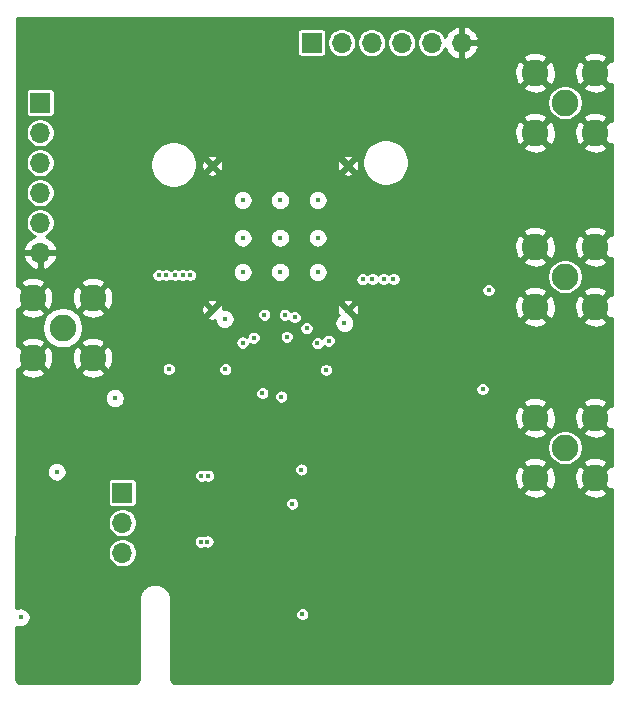
<source format=gbr>
%TF.GenerationSoftware,KiCad,Pcbnew,(5.1.10)-1*%
%TF.CreationDate,2021-07-12T12:28:39+02:00*%
%TF.ProjectId,astropix_v2,61737472-6f70-4697-985f-76322e6b6963,1.0*%
%TF.SameCoordinates,Original*%
%TF.FileFunction,Copper,L2,Inr*%
%TF.FilePolarity,Positive*%
%FSLAX46Y46*%
G04 Gerber Fmt 4.6, Leading zero omitted, Abs format (unit mm)*
G04 Created by KiCad (PCBNEW (5.1.10)-1) date 2021-07-12 12:28:39*
%MOMM*%
%LPD*%
G01*
G04 APERTURE LIST*
%TA.AperFunction,ComponentPad*%
%ADD10C,0.600000*%
%TD*%
%TA.AperFunction,ComponentPad*%
%ADD11O,1.700000X1.700000*%
%TD*%
%TA.AperFunction,ComponentPad*%
%ADD12R,1.700000X1.700000*%
%TD*%
%TA.AperFunction,ComponentPad*%
%ADD13C,2.250000*%
%TD*%
%TA.AperFunction,ViaPad*%
%ADD14C,0.450000*%
%TD*%
%TA.AperFunction,Conductor*%
%ADD15C,0.254000*%
%TD*%
%TA.AperFunction,Conductor*%
%ADD16C,0.100000*%
%TD*%
G04 APERTURE END LIST*
D10*
%TO.N,GND*%
%TO.C,U4*%
X134020000Y-65020000D03*
X122520000Y-65020000D03*
X134020000Y-77220000D03*
X122520000Y-77220000D03*
%TD*%
D11*
%TO.N,/POW4_in*%
%TO.C,JP1*%
X114909600Y-97790000D03*
%TO.N,VDD*%
X114909600Y-95250000D03*
D12*
%TO.N,/VDD18_in*%
X114909600Y-92710000D03*
%TD*%
D11*
%TO.N,GND*%
%TO.C,J10*%
X143637000Y-54610000D03*
%TO.N,/spi_right_mosi*%
X141097000Y-54610000D03*
%TO.N,/spi_right_csn*%
X138557000Y-54610000D03*
%TO.N,/spi_right_miso0*%
X136017000Y-54610000D03*
%TO.N,/spi_right_miso1*%
X133477000Y-54610000D03*
D12*
%TO.N,/spi_right_clk*%
X130937000Y-54610000D03*
%TD*%
D11*
%TO.N,GND*%
%TO.C,J9*%
X107950000Y-72390000D03*
%TO.N,/spi_left_csn*%
X107950000Y-69850000D03*
%TO.N,/spi_left_clk*%
X107950000Y-67310000D03*
%TO.N,/spi_left_miso1*%
X107950000Y-64770000D03*
%TO.N,/spi_left_miso0*%
X107950000Y-62230000D03*
D12*
%TO.N,/spi_left_mosi*%
X107950000Y-59690000D03*
%TD*%
D13*
%TO.N,GND*%
%TO.C,J6*%
X112395000Y-81280000D03*
X107315000Y-81280000D03*
X107315000Y-76200000D03*
X112395000Y-76200000D03*
%TO.N,/HV_in_ext*%
X109855000Y-78740000D03*
%TD*%
%TO.N,GND*%
%TO.C,J5*%
X149860000Y-57150000D03*
X154940000Y-57150000D03*
X154940000Y-62230000D03*
X149860000Y-62230000D03*
%TO.N,/sc_out*%
X152400000Y-59690000D03*
%TD*%
%TO.N,GND*%
%TO.C,J4*%
X149860000Y-71882000D03*
X154940000Y-71882000D03*
X154940000Y-76962000D03*
X149860000Y-76962000D03*
%TO.N,Net-(J4-Pad1)*%
X152400000Y-74422000D03*
%TD*%
%TO.N,GND*%
%TO.C,J3*%
X149860000Y-86360000D03*
X154940000Y-86360000D03*
X154940000Y-91440000D03*
X149860000Y-91440000D03*
%TO.N,Net-(J3-Pad1)*%
X152400000Y-88900000D03*
%TD*%
D14*
%TO.N,VDD*%
X128676400Y-77647800D03*
X126923800Y-77645000D03*
X129286000Y-93649798D03*
X118846600Y-82245200D03*
X123621800Y-82270606D03*
X121602198Y-91274600D03*
X122174010Y-91287600D03*
%TO.N,VDDA*%
X131438370Y-80070025D03*
X130511716Y-78787014D03*
X145923000Y-75565000D03*
X145415000Y-83947000D03*
X125095000Y-80010000D03*
X122123200Y-96850200D03*
X121551404Y-96863200D03*
%TO.N,suba*%
X131445000Y-74015600D03*
X125095000Y-74015600D03*
X128270000Y-74015600D03*
X131445000Y-71120000D03*
X128270000Y-71120000D03*
X125095000Y-71120000D03*
X131445000Y-67945000D03*
X128270000Y-67945000D03*
X125095000Y-67945000D03*
X114274600Y-84709000D03*
X133718300Y-78359000D03*
%TO.N,/res_n*%
X130048000Y-90754206D03*
X126034800Y-79603600D03*
%TO.N,/Inj*%
X129507436Y-77851000D03*
%TO.N,/DAC_vminuspix*%
X132156200Y-82321400D03*
X132384800Y-79857600D03*
%TO.N,/sr_ck2*%
X128369479Y-84582008D03*
%TO.N,/sr_ck1*%
X128828798Y-79527400D03*
%TO.N,/hold*%
X130149600Y-102997000D03*
X126765067Y-84281583D03*
%TO.N,GND*%
X143002000Y-75565000D03*
X142494000Y-78486000D03*
X142367000Y-86741000D03*
X142621000Y-83947000D03*
X147320000Y-85344000D03*
X113030000Y-92837000D03*
X120777000Y-94742000D03*
X117500400Y-93421200D03*
X119176800Y-93421200D03*
X120751600Y-93421200D03*
X121488200Y-81534000D03*
X115214400Y-102108000D03*
X115214400Y-102743000D03*
X115824000Y-102108000D03*
X115824000Y-102717600D03*
X117500388Y-94691200D03*
X113944400Y-89814398D03*
X110642400Y-89814400D03*
X120395996Y-84201000D03*
X123596400Y-85090006D03*
X123875800Y-80010004D03*
X129717788Y-78917800D03*
X130310139Y-81684664D03*
X128379823Y-81686400D03*
X127304800Y-81686398D03*
X131785620Y-77645014D03*
X131157489Y-81730881D03*
X118846600Y-85115400D03*
X119151402Y-94691200D03*
X112937990Y-96164400D03*
%TO.N,-HV*%
X106297030Y-103276400D03*
%TO.N,/spi_left_csn*%
X117983000Y-74295000D03*
%TO.N,/spi_left_clk*%
X118618000Y-74295000D03*
%TO.N,/spi_left_mosi*%
X120649982Y-74295000D03*
%TO.N,/spi_left_miso0*%
X120014992Y-74295000D03*
%TO.N,/spi_left_miso1*%
X119380000Y-74295000D03*
%TO.N,/spi_right_csn*%
X137033006Y-74625200D03*
%TO.N,/spi_right_mosi*%
X137871200Y-74625200D03*
%TO.N,/spi_right_miso0*%
X136070000Y-74627402D03*
%TO.N,/spi_right_miso1*%
X135255000Y-74649590D03*
%TO.N,subd*%
X109347000Y-90932000D03*
X123571000Y-78020022D03*
%TD*%
D15*
%TO.N,GND*%
X156412051Y-56204059D02*
X156164531Y-56105074D01*
X155119605Y-57150000D01*
X156164531Y-58194926D01*
X156411159Y-58096298D01*
X156409656Y-61283101D01*
X156164531Y-61185074D01*
X155119605Y-62230000D01*
X156164531Y-63274926D01*
X156408763Y-63177256D01*
X156405105Y-70933281D01*
X156164531Y-70837074D01*
X155119605Y-71882000D01*
X156164531Y-72926926D01*
X156404210Y-72831077D01*
X156402710Y-76012323D01*
X156164531Y-75917074D01*
X155119605Y-76962000D01*
X156164531Y-78006926D01*
X156401814Y-77912035D01*
X156398279Y-85408551D01*
X156164531Y-85315074D01*
X155119605Y-86360000D01*
X156164531Y-87404926D01*
X156397381Y-87311808D01*
X156395883Y-90487593D01*
X156164531Y-90395074D01*
X155119605Y-91440000D01*
X156164531Y-92484926D01*
X156394985Y-92392766D01*
X156391011Y-100819722D01*
X156391000Y-100819833D01*
X156391000Y-100842556D01*
X156390991Y-100861964D01*
X156391000Y-100862056D01*
X156391001Y-108562473D01*
X156143475Y-108810000D01*
X119300526Y-108810000D01*
X119053000Y-108562475D01*
X119053000Y-102937314D01*
X129543600Y-102937314D01*
X129543600Y-103056686D01*
X129566888Y-103173764D01*
X129612570Y-103284049D01*
X129678889Y-103383302D01*
X129763298Y-103467711D01*
X129862551Y-103534030D01*
X129972836Y-103579712D01*
X130089914Y-103603000D01*
X130209286Y-103603000D01*
X130326364Y-103579712D01*
X130436649Y-103534030D01*
X130535902Y-103467711D01*
X130620311Y-103383302D01*
X130686630Y-103284049D01*
X130732312Y-103173764D01*
X130755600Y-103056686D01*
X130755600Y-102937314D01*
X130732312Y-102820236D01*
X130686630Y-102709951D01*
X130620311Y-102610698D01*
X130535902Y-102526289D01*
X130436649Y-102459970D01*
X130326364Y-102414288D01*
X130209286Y-102391000D01*
X130089914Y-102391000D01*
X129972836Y-102414288D01*
X129862551Y-102459970D01*
X129763298Y-102526289D01*
X129678889Y-102610698D01*
X129612570Y-102709951D01*
X129566888Y-102820236D01*
X129543600Y-102937314D01*
X119053000Y-102937314D01*
X119053000Y-101769832D01*
X119050850Y-101748003D01*
X119050850Y-101735678D01*
X119050221Y-101729693D01*
X119029554Y-101545441D01*
X119021429Y-101507216D01*
X119013845Y-101468914D01*
X119012066Y-101463165D01*
X119012066Y-101463163D01*
X119012064Y-101463157D01*
X118956005Y-101286435D01*
X118940624Y-101250549D01*
X118925730Y-101214413D01*
X118922867Y-101209119D01*
X118833546Y-101046645D01*
X118811483Y-101014423D01*
X118789858Y-100981875D01*
X118786022Y-100977238D01*
X118666844Y-100835209D01*
X118638934Y-100807877D01*
X118611410Y-100780160D01*
X118606752Y-100776361D01*
X118606746Y-100776355D01*
X118606739Y-100776351D01*
X118462251Y-100660179D01*
X118429565Y-100638790D01*
X118397180Y-100616946D01*
X118391874Y-100614125D01*
X118391866Y-100614120D01*
X118391858Y-100614117D01*
X118227557Y-100528222D01*
X118191355Y-100513595D01*
X118155326Y-100498450D01*
X118149564Y-100496710D01*
X117971701Y-100444363D01*
X117933324Y-100437042D01*
X117895064Y-100429188D01*
X117889084Y-100428602D01*
X117889074Y-100428600D01*
X117889065Y-100428600D01*
X117704431Y-100411797D01*
X117665401Y-100412069D01*
X117626304Y-100411797D01*
X117620315Y-100412384D01*
X117435923Y-100431765D01*
X117397660Y-100439619D01*
X117359289Y-100446939D01*
X117353533Y-100448677D01*
X117353524Y-100448679D01*
X117353516Y-100448683D01*
X117176411Y-100503505D01*
X117140431Y-100518629D01*
X117104180Y-100533276D01*
X117098866Y-100536101D01*
X116935773Y-100624285D01*
X116903353Y-100646152D01*
X116870700Y-100667520D01*
X116866045Y-100671316D01*
X116866037Y-100671322D01*
X116866030Y-100671329D01*
X116723177Y-100789508D01*
X116695656Y-100817222D01*
X116667743Y-100844556D01*
X116663907Y-100849193D01*
X116546724Y-100992873D01*
X116525109Y-101025406D01*
X116503038Y-101057641D01*
X116500175Y-101062934D01*
X116413131Y-101226640D01*
X116398244Y-101262757D01*
X116382855Y-101298663D01*
X116381080Y-101304400D01*
X116381076Y-101304409D01*
X116381074Y-101304418D01*
X116327488Y-101481906D01*
X116319904Y-101520208D01*
X116311779Y-101558433D01*
X116311150Y-101564418D01*
X116293057Y-101748941D01*
X116293057Y-101748949D01*
X116291000Y-101769833D01*
X116291001Y-108562473D01*
X116043475Y-108810000D01*
X106200526Y-108810000D01*
X105953000Y-108562475D01*
X105953000Y-104056096D01*
X106048511Y-104095658D01*
X106213115Y-104128400D01*
X106380945Y-104128400D01*
X106545549Y-104095658D01*
X106700603Y-104031432D01*
X106840148Y-103938191D01*
X106958821Y-103819518D01*
X107052062Y-103679973D01*
X107116288Y-103524919D01*
X107149030Y-103360315D01*
X107149030Y-103192485D01*
X107116288Y-103027881D01*
X107052062Y-102872827D01*
X106958821Y-102733282D01*
X106840148Y-102614609D01*
X106700603Y-102521368D01*
X106545549Y-102457142D01*
X106380945Y-102424400D01*
X106213115Y-102424400D01*
X106048511Y-102457142D01*
X105953000Y-102496704D01*
X105953000Y-100839540D01*
X105953974Y-97668757D01*
X113678600Y-97668757D01*
X113678600Y-97911243D01*
X113725907Y-98149069D01*
X113818702Y-98373097D01*
X113953420Y-98574717D01*
X114124883Y-98746180D01*
X114326503Y-98880898D01*
X114550531Y-98973693D01*
X114788357Y-99021000D01*
X115030843Y-99021000D01*
X115268669Y-98973693D01*
X115492697Y-98880898D01*
X115694317Y-98746180D01*
X115865780Y-98574717D01*
X116000498Y-98373097D01*
X116093293Y-98149069D01*
X116140600Y-97911243D01*
X116140600Y-97668757D01*
X116093293Y-97430931D01*
X116000498Y-97206903D01*
X115865780Y-97005283D01*
X115694317Y-96833820D01*
X115648961Y-96803514D01*
X120945404Y-96803514D01*
X120945404Y-96922886D01*
X120968692Y-97039964D01*
X121014374Y-97150249D01*
X121080693Y-97249502D01*
X121165102Y-97333911D01*
X121264355Y-97400230D01*
X121374640Y-97445912D01*
X121491718Y-97469200D01*
X121611090Y-97469200D01*
X121728168Y-97445912D01*
X121838453Y-97400230D01*
X121849582Y-97392794D01*
X121946436Y-97432912D01*
X122063514Y-97456200D01*
X122182886Y-97456200D01*
X122299964Y-97432912D01*
X122410249Y-97387230D01*
X122509502Y-97320911D01*
X122593911Y-97236502D01*
X122660230Y-97137249D01*
X122705912Y-97026964D01*
X122729200Y-96909886D01*
X122729200Y-96790514D01*
X122705912Y-96673436D01*
X122660230Y-96563151D01*
X122593911Y-96463898D01*
X122509502Y-96379489D01*
X122410249Y-96313170D01*
X122299964Y-96267488D01*
X122182886Y-96244200D01*
X122063514Y-96244200D01*
X121946436Y-96267488D01*
X121836151Y-96313170D01*
X121825022Y-96320606D01*
X121728168Y-96280488D01*
X121611090Y-96257200D01*
X121491718Y-96257200D01*
X121374640Y-96280488D01*
X121264355Y-96326170D01*
X121165102Y-96392489D01*
X121080693Y-96476898D01*
X121014374Y-96576151D01*
X120968692Y-96686436D01*
X120945404Y-96803514D01*
X115648961Y-96803514D01*
X115492697Y-96699102D01*
X115268669Y-96606307D01*
X115030843Y-96559000D01*
X114788357Y-96559000D01*
X114550531Y-96606307D01*
X114326503Y-96699102D01*
X114124883Y-96833820D01*
X113953420Y-97005283D01*
X113818702Y-97206903D01*
X113725907Y-97430931D01*
X113678600Y-97668757D01*
X105953974Y-97668757D01*
X105954754Y-95128757D01*
X113678600Y-95128757D01*
X113678600Y-95371243D01*
X113725907Y-95609069D01*
X113818702Y-95833097D01*
X113953420Y-96034717D01*
X114124883Y-96206180D01*
X114326503Y-96340898D01*
X114550531Y-96433693D01*
X114788357Y-96481000D01*
X115030843Y-96481000D01*
X115268669Y-96433693D01*
X115492697Y-96340898D01*
X115694317Y-96206180D01*
X115865780Y-96034717D01*
X116000498Y-95833097D01*
X116093293Y-95609069D01*
X116140600Y-95371243D01*
X116140600Y-95128757D01*
X116093293Y-94890931D01*
X116000498Y-94666903D01*
X115865780Y-94465283D01*
X115694317Y-94293820D01*
X115492697Y-94159102D01*
X115268669Y-94066307D01*
X115030843Y-94019000D01*
X114788357Y-94019000D01*
X114550531Y-94066307D01*
X114326503Y-94159102D01*
X114124883Y-94293820D01*
X113953420Y-94465283D01*
X113818702Y-94666903D01*
X113725907Y-94890931D01*
X113678600Y-95128757D01*
X105954754Y-95128757D01*
X105955760Y-91860000D01*
X113676757Y-91860000D01*
X113676757Y-93560000D01*
X113684113Y-93634689D01*
X113705899Y-93706508D01*
X113741278Y-93772696D01*
X113788889Y-93830711D01*
X113846904Y-93878322D01*
X113913092Y-93913701D01*
X113984911Y-93935487D01*
X114059600Y-93942843D01*
X115759600Y-93942843D01*
X115834289Y-93935487D01*
X115906108Y-93913701D01*
X115972296Y-93878322D01*
X116030311Y-93830711D01*
X116077922Y-93772696D01*
X116113301Y-93706508D01*
X116135087Y-93634689D01*
X116139477Y-93590112D01*
X128680000Y-93590112D01*
X128680000Y-93709484D01*
X128703288Y-93826562D01*
X128748970Y-93936847D01*
X128815289Y-94036100D01*
X128899698Y-94120509D01*
X128998951Y-94186828D01*
X129109236Y-94232510D01*
X129226314Y-94255798D01*
X129345686Y-94255798D01*
X129462764Y-94232510D01*
X129573049Y-94186828D01*
X129672302Y-94120509D01*
X129756711Y-94036100D01*
X129823030Y-93936847D01*
X129868712Y-93826562D01*
X129892000Y-93709484D01*
X129892000Y-93590112D01*
X129868712Y-93473034D01*
X129823030Y-93362749D01*
X129756711Y-93263496D01*
X129672302Y-93179087D01*
X129573049Y-93112768D01*
X129462764Y-93067086D01*
X129345686Y-93043798D01*
X129226314Y-93043798D01*
X129109236Y-93067086D01*
X128998951Y-93112768D01*
X128899698Y-93179087D01*
X128815289Y-93263496D01*
X128748970Y-93362749D01*
X128703288Y-93473034D01*
X128680000Y-93590112D01*
X116139477Y-93590112D01*
X116142443Y-93560000D01*
X116142443Y-92664531D01*
X148815074Y-92664531D01*
X148925921Y-92941714D01*
X149236840Y-93095089D01*
X149571705Y-93184860D01*
X149917650Y-93207576D01*
X150261380Y-93162366D01*
X150589685Y-93050966D01*
X150794079Y-92941714D01*
X150904926Y-92664531D01*
X153895074Y-92664531D01*
X154005921Y-92941714D01*
X154316840Y-93095089D01*
X154651705Y-93184860D01*
X154997650Y-93207576D01*
X155341380Y-93162366D01*
X155669685Y-93050966D01*
X155874079Y-92941714D01*
X155984926Y-92664531D01*
X154940000Y-91619605D01*
X153895074Y-92664531D01*
X150904926Y-92664531D01*
X149860000Y-91619605D01*
X148815074Y-92664531D01*
X116142443Y-92664531D01*
X116142443Y-91860000D01*
X116135087Y-91785311D01*
X116113301Y-91713492D01*
X116077922Y-91647304D01*
X116030311Y-91589289D01*
X115972296Y-91541678D01*
X115906108Y-91506299D01*
X115834289Y-91484513D01*
X115759600Y-91477157D01*
X114059600Y-91477157D01*
X113984911Y-91484513D01*
X113913092Y-91506299D01*
X113846904Y-91541678D01*
X113788889Y-91589289D01*
X113741278Y-91647304D01*
X113705899Y-91713492D01*
X113684113Y-91785311D01*
X113676757Y-91860000D01*
X105955760Y-91860000D01*
X105956072Y-90848085D01*
X108495000Y-90848085D01*
X108495000Y-91015915D01*
X108527742Y-91180519D01*
X108591968Y-91335573D01*
X108685209Y-91475118D01*
X108803882Y-91593791D01*
X108943427Y-91687032D01*
X109098481Y-91751258D01*
X109263085Y-91784000D01*
X109430915Y-91784000D01*
X109595519Y-91751258D01*
X109750573Y-91687032D01*
X109890118Y-91593791D01*
X110008791Y-91475118D01*
X110102032Y-91335573D01*
X110152011Y-91214914D01*
X120996198Y-91214914D01*
X120996198Y-91334286D01*
X121019486Y-91451364D01*
X121065168Y-91561649D01*
X121131487Y-91660902D01*
X121215896Y-91745311D01*
X121315149Y-91811630D01*
X121425434Y-91857312D01*
X121542512Y-91880600D01*
X121661884Y-91880600D01*
X121778962Y-91857312D01*
X121875825Y-91817189D01*
X121886961Y-91824630D01*
X121997246Y-91870312D01*
X122114324Y-91893600D01*
X122233696Y-91893600D01*
X122350774Y-91870312D01*
X122461059Y-91824630D01*
X122560312Y-91758311D01*
X122644721Y-91673902D01*
X122711040Y-91574649D01*
X122742934Y-91497650D01*
X148092424Y-91497650D01*
X148137634Y-91841380D01*
X148249034Y-92169685D01*
X148358286Y-92374079D01*
X148635469Y-92484926D01*
X149680395Y-91440000D01*
X150039605Y-91440000D01*
X151084531Y-92484926D01*
X151361714Y-92374079D01*
X151515089Y-92063160D01*
X151604860Y-91728295D01*
X151620004Y-91497650D01*
X153172424Y-91497650D01*
X153217634Y-91841380D01*
X153329034Y-92169685D01*
X153438286Y-92374079D01*
X153715469Y-92484926D01*
X154760395Y-91440000D01*
X153715469Y-90395074D01*
X153438286Y-90505921D01*
X153284911Y-90816840D01*
X153195140Y-91151705D01*
X153172424Y-91497650D01*
X151620004Y-91497650D01*
X151627576Y-91382350D01*
X151582366Y-91038620D01*
X151470966Y-90710315D01*
X151361714Y-90505921D01*
X151084531Y-90395074D01*
X150039605Y-91440000D01*
X149680395Y-91440000D01*
X148635469Y-90395074D01*
X148358286Y-90505921D01*
X148204911Y-90816840D01*
X148115140Y-91151705D01*
X148092424Y-91497650D01*
X122742934Y-91497650D01*
X122756722Y-91464364D01*
X122780010Y-91347286D01*
X122780010Y-91227914D01*
X122756722Y-91110836D01*
X122711040Y-91000551D01*
X122644721Y-90901298D01*
X122560312Y-90816889D01*
X122461059Y-90750570D01*
X122350774Y-90704888D01*
X122298650Y-90694520D01*
X129442000Y-90694520D01*
X129442000Y-90813892D01*
X129465288Y-90930970D01*
X129510970Y-91041255D01*
X129577289Y-91140508D01*
X129661698Y-91224917D01*
X129760951Y-91291236D01*
X129871236Y-91336918D01*
X129988314Y-91360206D01*
X130107686Y-91360206D01*
X130224764Y-91336918D01*
X130335049Y-91291236D01*
X130434302Y-91224917D01*
X130518711Y-91140508D01*
X130585030Y-91041255D01*
X130630712Y-90930970D01*
X130654000Y-90813892D01*
X130654000Y-90694520D01*
X130630712Y-90577442D01*
X130585030Y-90467157D01*
X130518711Y-90367904D01*
X130434302Y-90283495D01*
X130335049Y-90217176D01*
X130330928Y-90215469D01*
X148815074Y-90215469D01*
X149860000Y-91260395D01*
X150904926Y-90215469D01*
X150794079Y-89938286D01*
X150483160Y-89784911D01*
X150148295Y-89695140D01*
X149802350Y-89672424D01*
X149458620Y-89717634D01*
X149130315Y-89829034D01*
X148925921Y-89938286D01*
X148815074Y-90215469D01*
X130330928Y-90215469D01*
X130224764Y-90171494D01*
X130107686Y-90148206D01*
X129988314Y-90148206D01*
X129871236Y-90171494D01*
X129760951Y-90217176D01*
X129661698Y-90283495D01*
X129577289Y-90367904D01*
X129510970Y-90467157D01*
X129465288Y-90577442D01*
X129442000Y-90694520D01*
X122298650Y-90694520D01*
X122233696Y-90681600D01*
X122114324Y-90681600D01*
X121997246Y-90704888D01*
X121900383Y-90745011D01*
X121889247Y-90737570D01*
X121778962Y-90691888D01*
X121661884Y-90668600D01*
X121542512Y-90668600D01*
X121425434Y-90691888D01*
X121315149Y-90737570D01*
X121215896Y-90803889D01*
X121131487Y-90888298D01*
X121065168Y-90987551D01*
X121019486Y-91097836D01*
X120996198Y-91214914D01*
X110152011Y-91214914D01*
X110166258Y-91180519D01*
X110199000Y-91015915D01*
X110199000Y-90848085D01*
X110166258Y-90683481D01*
X110102032Y-90528427D01*
X110008791Y-90388882D01*
X109890118Y-90270209D01*
X109750573Y-90176968D01*
X109595519Y-90112742D01*
X109430915Y-90080000D01*
X109263085Y-90080000D01*
X109098481Y-90112742D01*
X108943427Y-90176968D01*
X108803882Y-90270209D01*
X108685209Y-90388882D01*
X108591968Y-90528427D01*
X108527742Y-90683481D01*
X108495000Y-90848085D01*
X105956072Y-90848085D01*
X105956716Y-88751672D01*
X150894000Y-88751672D01*
X150894000Y-89048328D01*
X150951875Y-89339284D01*
X151065400Y-89613359D01*
X151230213Y-89860019D01*
X151439981Y-90069787D01*
X151686641Y-90234600D01*
X151960716Y-90348125D01*
X152251672Y-90406000D01*
X152548328Y-90406000D01*
X152839284Y-90348125D01*
X153113359Y-90234600D01*
X153141990Y-90215469D01*
X153895074Y-90215469D01*
X154940000Y-91260395D01*
X155984926Y-90215469D01*
X155874079Y-89938286D01*
X155563160Y-89784911D01*
X155228295Y-89695140D01*
X154882350Y-89672424D01*
X154538620Y-89717634D01*
X154210315Y-89829034D01*
X154005921Y-89938286D01*
X153895074Y-90215469D01*
X153141990Y-90215469D01*
X153360019Y-90069787D01*
X153569787Y-89860019D01*
X153734600Y-89613359D01*
X153848125Y-89339284D01*
X153906000Y-89048328D01*
X153906000Y-88751672D01*
X153848125Y-88460716D01*
X153734600Y-88186641D01*
X153569787Y-87939981D01*
X153360019Y-87730213D01*
X153141991Y-87584531D01*
X153895074Y-87584531D01*
X154005921Y-87861714D01*
X154316840Y-88015089D01*
X154651705Y-88104860D01*
X154997650Y-88127576D01*
X155341380Y-88082366D01*
X155669685Y-87970966D01*
X155874079Y-87861714D01*
X155984926Y-87584531D01*
X154940000Y-86539605D01*
X153895074Y-87584531D01*
X153141991Y-87584531D01*
X153113359Y-87565400D01*
X152839284Y-87451875D01*
X152548328Y-87394000D01*
X152251672Y-87394000D01*
X151960716Y-87451875D01*
X151686641Y-87565400D01*
X151439981Y-87730213D01*
X151230213Y-87939981D01*
X151065400Y-88186641D01*
X150951875Y-88460716D01*
X150894000Y-88751672D01*
X105956716Y-88751672D01*
X105957075Y-87584531D01*
X148815074Y-87584531D01*
X148925921Y-87861714D01*
X149236840Y-88015089D01*
X149571705Y-88104860D01*
X149917650Y-88127576D01*
X150261380Y-88082366D01*
X150589685Y-87970966D01*
X150794079Y-87861714D01*
X150904926Y-87584531D01*
X149860000Y-86539605D01*
X148815074Y-87584531D01*
X105957075Y-87584531D01*
X105957434Y-86417650D01*
X148092424Y-86417650D01*
X148137634Y-86761380D01*
X148249034Y-87089685D01*
X148358286Y-87294079D01*
X148635469Y-87404926D01*
X149680395Y-86360000D01*
X150039605Y-86360000D01*
X151084531Y-87404926D01*
X151361714Y-87294079D01*
X151515089Y-86983160D01*
X151604860Y-86648295D01*
X151620004Y-86417650D01*
X153172424Y-86417650D01*
X153217634Y-86761380D01*
X153329034Y-87089685D01*
X153438286Y-87294079D01*
X153715469Y-87404926D01*
X154760395Y-86360000D01*
X153715469Y-85315074D01*
X153438286Y-85425921D01*
X153284911Y-85736840D01*
X153195140Y-86071705D01*
X153172424Y-86417650D01*
X151620004Y-86417650D01*
X151627576Y-86302350D01*
X151582366Y-85958620D01*
X151470966Y-85630315D01*
X151361714Y-85425921D01*
X151084531Y-85315074D01*
X150039605Y-86360000D01*
X149680395Y-86360000D01*
X148635469Y-85315074D01*
X148358286Y-85425921D01*
X148204911Y-85736840D01*
X148115140Y-86071705D01*
X148092424Y-86417650D01*
X105957434Y-86417650D01*
X105957986Y-84625085D01*
X113422600Y-84625085D01*
X113422600Y-84792915D01*
X113455342Y-84957519D01*
X113519568Y-85112573D01*
X113612809Y-85252118D01*
X113731482Y-85370791D01*
X113871027Y-85464032D01*
X114026081Y-85528258D01*
X114190685Y-85561000D01*
X114358515Y-85561000D01*
X114523119Y-85528258D01*
X114678173Y-85464032D01*
X114817718Y-85370791D01*
X114936391Y-85252118D01*
X115029632Y-85112573D01*
X115093858Y-84957519D01*
X115126600Y-84792915D01*
X115126600Y-84625085D01*
X115093858Y-84460481D01*
X115029632Y-84305427D01*
X114973820Y-84221897D01*
X126159067Y-84221897D01*
X126159067Y-84341269D01*
X126182355Y-84458347D01*
X126228037Y-84568632D01*
X126294356Y-84667885D01*
X126378765Y-84752294D01*
X126478018Y-84818613D01*
X126588303Y-84864295D01*
X126705381Y-84887583D01*
X126824753Y-84887583D01*
X126941831Y-84864295D01*
X127052116Y-84818613D01*
X127151369Y-84752294D01*
X127235778Y-84667885D01*
X127302097Y-84568632D01*
X127321279Y-84522322D01*
X127763479Y-84522322D01*
X127763479Y-84641694D01*
X127786767Y-84758772D01*
X127832449Y-84869057D01*
X127898768Y-84968310D01*
X127983177Y-85052719D01*
X128082430Y-85119038D01*
X128192715Y-85164720D01*
X128309793Y-85188008D01*
X128429165Y-85188008D01*
X128546243Y-85164720D01*
X128616860Y-85135469D01*
X148815074Y-85135469D01*
X149860000Y-86180395D01*
X150904926Y-85135469D01*
X153895074Y-85135469D01*
X154940000Y-86180395D01*
X155984926Y-85135469D01*
X155874079Y-84858286D01*
X155563160Y-84704911D01*
X155228295Y-84615140D01*
X154882350Y-84592424D01*
X154538620Y-84637634D01*
X154210315Y-84749034D01*
X154005921Y-84858286D01*
X153895074Y-85135469D01*
X150904926Y-85135469D01*
X150794079Y-84858286D01*
X150483160Y-84704911D01*
X150148295Y-84615140D01*
X149802350Y-84592424D01*
X149458620Y-84637634D01*
X149130315Y-84749034D01*
X148925921Y-84858286D01*
X148815074Y-85135469D01*
X128616860Y-85135469D01*
X128656528Y-85119038D01*
X128755781Y-85052719D01*
X128840190Y-84968310D01*
X128906509Y-84869057D01*
X128952191Y-84758772D01*
X128975479Y-84641694D01*
X128975479Y-84522322D01*
X128952191Y-84405244D01*
X128906509Y-84294959D01*
X128840190Y-84195706D01*
X128755781Y-84111297D01*
X128656528Y-84044978D01*
X128546243Y-83999296D01*
X128429165Y-83976008D01*
X128309793Y-83976008D01*
X128192715Y-83999296D01*
X128082430Y-84044978D01*
X127983177Y-84111297D01*
X127898768Y-84195706D01*
X127832449Y-84294959D01*
X127786767Y-84405244D01*
X127763479Y-84522322D01*
X127321279Y-84522322D01*
X127347779Y-84458347D01*
X127371067Y-84341269D01*
X127371067Y-84221897D01*
X127347779Y-84104819D01*
X127302097Y-83994534D01*
X127235778Y-83895281D01*
X127227811Y-83887314D01*
X144809000Y-83887314D01*
X144809000Y-84006686D01*
X144832288Y-84123764D01*
X144877970Y-84234049D01*
X144944289Y-84333302D01*
X145028698Y-84417711D01*
X145127951Y-84484030D01*
X145238236Y-84529712D01*
X145355314Y-84553000D01*
X145474686Y-84553000D01*
X145591764Y-84529712D01*
X145702049Y-84484030D01*
X145801302Y-84417711D01*
X145885711Y-84333302D01*
X145952030Y-84234049D01*
X145997712Y-84123764D01*
X146021000Y-84006686D01*
X146021000Y-83887314D01*
X145997712Y-83770236D01*
X145952030Y-83659951D01*
X145885711Y-83560698D01*
X145801302Y-83476289D01*
X145702049Y-83409970D01*
X145591764Y-83364288D01*
X145474686Y-83341000D01*
X145355314Y-83341000D01*
X145238236Y-83364288D01*
X145127951Y-83409970D01*
X145028698Y-83476289D01*
X144944289Y-83560698D01*
X144877970Y-83659951D01*
X144832288Y-83770236D01*
X144809000Y-83887314D01*
X127227811Y-83887314D01*
X127151369Y-83810872D01*
X127052116Y-83744553D01*
X126941831Y-83698871D01*
X126824753Y-83675583D01*
X126705381Y-83675583D01*
X126588303Y-83698871D01*
X126478018Y-83744553D01*
X126378765Y-83810872D01*
X126294356Y-83895281D01*
X126228037Y-83994534D01*
X126182355Y-84104819D01*
X126159067Y-84221897D01*
X114973820Y-84221897D01*
X114936391Y-84165882D01*
X114817718Y-84047209D01*
X114678173Y-83953968D01*
X114523119Y-83889742D01*
X114358515Y-83857000D01*
X114190685Y-83857000D01*
X114026081Y-83889742D01*
X113871027Y-83953968D01*
X113731482Y-84047209D01*
X113612809Y-84165882D01*
X113519568Y-84305427D01*
X113455342Y-84460481D01*
X113422600Y-84625085D01*
X105957986Y-84625085D01*
X105958639Y-82504531D01*
X106270074Y-82504531D01*
X106380921Y-82781714D01*
X106691840Y-82935089D01*
X107026705Y-83024860D01*
X107372650Y-83047576D01*
X107716380Y-83002366D01*
X108044685Y-82890966D01*
X108249079Y-82781714D01*
X108359926Y-82504531D01*
X111350074Y-82504531D01*
X111460921Y-82781714D01*
X111771840Y-82935089D01*
X112106705Y-83024860D01*
X112452650Y-83047576D01*
X112796380Y-83002366D01*
X113124685Y-82890966D01*
X113329079Y-82781714D01*
X113439926Y-82504531D01*
X112395000Y-81459605D01*
X111350074Y-82504531D01*
X108359926Y-82504531D01*
X107315000Y-81459605D01*
X106270074Y-82504531D01*
X105958639Y-82504531D01*
X105958711Y-82272235D01*
X106090469Y-82324926D01*
X107135395Y-81280000D01*
X107494605Y-81280000D01*
X108539531Y-82324926D01*
X108816714Y-82214079D01*
X108970089Y-81903160D01*
X109059860Y-81568295D01*
X109075004Y-81337650D01*
X110627424Y-81337650D01*
X110672634Y-81681380D01*
X110784034Y-82009685D01*
X110893286Y-82214079D01*
X111170469Y-82324926D01*
X112215395Y-81280000D01*
X112574605Y-81280000D01*
X113619531Y-82324926D01*
X113896714Y-82214079D01*
X113910804Y-82185514D01*
X118240600Y-82185514D01*
X118240600Y-82304886D01*
X118263888Y-82421964D01*
X118309570Y-82532249D01*
X118375889Y-82631502D01*
X118460298Y-82715911D01*
X118559551Y-82782230D01*
X118669836Y-82827912D01*
X118786914Y-82851200D01*
X118906286Y-82851200D01*
X119023364Y-82827912D01*
X119133649Y-82782230D01*
X119232902Y-82715911D01*
X119317311Y-82631502D01*
X119383630Y-82532249D01*
X119429312Y-82421964D01*
X119452600Y-82304886D01*
X119452600Y-82210920D01*
X123015800Y-82210920D01*
X123015800Y-82330292D01*
X123039088Y-82447370D01*
X123084770Y-82557655D01*
X123151089Y-82656908D01*
X123235498Y-82741317D01*
X123334751Y-82807636D01*
X123445036Y-82853318D01*
X123562114Y-82876606D01*
X123681486Y-82876606D01*
X123798564Y-82853318D01*
X123908849Y-82807636D01*
X124008102Y-82741317D01*
X124092511Y-82656908D01*
X124158830Y-82557655D01*
X124204512Y-82447370D01*
X124227800Y-82330292D01*
X124227800Y-82261714D01*
X131550200Y-82261714D01*
X131550200Y-82381086D01*
X131573488Y-82498164D01*
X131619170Y-82608449D01*
X131685489Y-82707702D01*
X131769898Y-82792111D01*
X131869151Y-82858430D01*
X131979436Y-82904112D01*
X132096514Y-82927400D01*
X132215886Y-82927400D01*
X132332964Y-82904112D01*
X132443249Y-82858430D01*
X132542502Y-82792111D01*
X132626911Y-82707702D01*
X132693230Y-82608449D01*
X132738912Y-82498164D01*
X132762200Y-82381086D01*
X132762200Y-82261714D01*
X132738912Y-82144636D01*
X132693230Y-82034351D01*
X132626911Y-81935098D01*
X132542502Y-81850689D01*
X132443249Y-81784370D01*
X132332964Y-81738688D01*
X132215886Y-81715400D01*
X132096514Y-81715400D01*
X131979436Y-81738688D01*
X131869151Y-81784370D01*
X131769898Y-81850689D01*
X131685489Y-81935098D01*
X131619170Y-82034351D01*
X131573488Y-82144636D01*
X131550200Y-82261714D01*
X124227800Y-82261714D01*
X124227800Y-82210920D01*
X124204512Y-82093842D01*
X124158830Y-81983557D01*
X124092511Y-81884304D01*
X124008102Y-81799895D01*
X123908849Y-81733576D01*
X123798564Y-81687894D01*
X123681486Y-81664606D01*
X123562114Y-81664606D01*
X123445036Y-81687894D01*
X123334751Y-81733576D01*
X123235498Y-81799895D01*
X123151089Y-81884304D01*
X123084770Y-81983557D01*
X123039088Y-82093842D01*
X123015800Y-82210920D01*
X119452600Y-82210920D01*
X119452600Y-82185514D01*
X119429312Y-82068436D01*
X119383630Y-81958151D01*
X119317311Y-81858898D01*
X119232902Y-81774489D01*
X119133649Y-81708170D01*
X119023364Y-81662488D01*
X118906286Y-81639200D01*
X118786914Y-81639200D01*
X118669836Y-81662488D01*
X118559551Y-81708170D01*
X118460298Y-81774489D01*
X118375889Y-81858898D01*
X118309570Y-81958151D01*
X118263888Y-82068436D01*
X118240600Y-82185514D01*
X113910804Y-82185514D01*
X114050089Y-81903160D01*
X114139860Y-81568295D01*
X114162576Y-81222350D01*
X114117366Y-80878620D01*
X114005966Y-80550315D01*
X113896714Y-80345921D01*
X113619531Y-80235074D01*
X112574605Y-81280000D01*
X112215395Y-81280000D01*
X111170469Y-80235074D01*
X110893286Y-80345921D01*
X110739911Y-80656840D01*
X110650140Y-80991705D01*
X110627424Y-81337650D01*
X109075004Y-81337650D01*
X109082576Y-81222350D01*
X109037366Y-80878620D01*
X108925966Y-80550315D01*
X108816714Y-80345921D01*
X108539531Y-80235074D01*
X107494605Y-81280000D01*
X107135395Y-81280000D01*
X106090469Y-80235074D01*
X105959321Y-80287521D01*
X105959392Y-80055469D01*
X106270074Y-80055469D01*
X107315000Y-81100395D01*
X108359926Y-80055469D01*
X108249079Y-79778286D01*
X107938160Y-79624911D01*
X107603295Y-79535140D01*
X107257350Y-79512424D01*
X106913620Y-79557634D01*
X106585315Y-79669034D01*
X106380921Y-79778286D01*
X106270074Y-80055469D01*
X105959392Y-80055469D01*
X105959849Y-78567443D01*
X108103000Y-78567443D01*
X108103000Y-78912557D01*
X108170329Y-79251039D01*
X108302398Y-79569883D01*
X108494133Y-79856835D01*
X108738165Y-80100867D01*
X109025117Y-80292602D01*
X109343961Y-80424671D01*
X109682443Y-80492000D01*
X110027557Y-80492000D01*
X110366039Y-80424671D01*
X110684883Y-80292602D01*
X110971835Y-80100867D01*
X111017233Y-80055469D01*
X111350074Y-80055469D01*
X112395000Y-81100395D01*
X113439926Y-80055469D01*
X113397874Y-79950314D01*
X124489000Y-79950314D01*
X124489000Y-80069686D01*
X124512288Y-80186764D01*
X124557970Y-80297049D01*
X124624289Y-80396302D01*
X124708698Y-80480711D01*
X124807951Y-80547030D01*
X124918236Y-80592712D01*
X125035314Y-80616000D01*
X125154686Y-80616000D01*
X125271764Y-80592712D01*
X125382049Y-80547030D01*
X125481302Y-80480711D01*
X125565711Y-80396302D01*
X125632030Y-80297049D01*
X125677712Y-80186764D01*
X125694029Y-80104734D01*
X125747751Y-80140630D01*
X125858036Y-80186312D01*
X125975114Y-80209600D01*
X126094486Y-80209600D01*
X126211564Y-80186312D01*
X126321849Y-80140630D01*
X126421102Y-80074311D01*
X126505511Y-79989902D01*
X126571830Y-79890649D01*
X126617512Y-79780364D01*
X126640800Y-79663286D01*
X126640800Y-79543914D01*
X126625644Y-79467714D01*
X128222798Y-79467714D01*
X128222798Y-79587086D01*
X128246086Y-79704164D01*
X128291768Y-79814449D01*
X128358087Y-79913702D01*
X128442496Y-79998111D01*
X128541749Y-80064430D01*
X128652034Y-80110112D01*
X128769112Y-80133400D01*
X128888484Y-80133400D01*
X129005562Y-80110112D01*
X129115847Y-80064430D01*
X129196799Y-80010339D01*
X130832370Y-80010339D01*
X130832370Y-80129711D01*
X130855658Y-80246789D01*
X130901340Y-80357074D01*
X130967659Y-80456327D01*
X131052068Y-80540736D01*
X131151321Y-80607055D01*
X131261606Y-80652737D01*
X131378684Y-80676025D01*
X131498056Y-80676025D01*
X131615134Y-80652737D01*
X131725419Y-80607055D01*
X131824672Y-80540736D01*
X131909081Y-80456327D01*
X131975400Y-80357074D01*
X131990590Y-80320403D01*
X131998498Y-80328311D01*
X132097751Y-80394630D01*
X132208036Y-80440312D01*
X132325114Y-80463600D01*
X132444486Y-80463600D01*
X132561564Y-80440312D01*
X132671849Y-80394630D01*
X132771102Y-80328311D01*
X132855511Y-80243902D01*
X132921830Y-80144649D01*
X132967512Y-80034364D01*
X132990800Y-79917286D01*
X132990800Y-79797914D01*
X132967512Y-79680836D01*
X132921830Y-79570551D01*
X132855511Y-79471298D01*
X132771102Y-79386889D01*
X132671849Y-79320570D01*
X132561564Y-79274888D01*
X132444486Y-79251600D01*
X132325114Y-79251600D01*
X132208036Y-79274888D01*
X132097751Y-79320570D01*
X131998498Y-79386889D01*
X131914089Y-79471298D01*
X131847770Y-79570551D01*
X131832580Y-79607222D01*
X131824672Y-79599314D01*
X131725419Y-79532995D01*
X131615134Y-79487313D01*
X131498056Y-79464025D01*
X131378684Y-79464025D01*
X131261606Y-79487313D01*
X131151321Y-79532995D01*
X131052068Y-79599314D01*
X130967659Y-79683723D01*
X130901340Y-79782976D01*
X130855658Y-79893261D01*
X130832370Y-80010339D01*
X129196799Y-80010339D01*
X129215100Y-79998111D01*
X129299509Y-79913702D01*
X129365828Y-79814449D01*
X129411510Y-79704164D01*
X129434798Y-79587086D01*
X129434798Y-79467714D01*
X129411510Y-79350636D01*
X129365828Y-79240351D01*
X129299509Y-79141098D01*
X129215100Y-79056689D01*
X129115847Y-78990370D01*
X129005562Y-78944688D01*
X128888484Y-78921400D01*
X128769112Y-78921400D01*
X128652034Y-78944688D01*
X128541749Y-78990370D01*
X128442496Y-79056689D01*
X128358087Y-79141098D01*
X128291768Y-79240351D01*
X128246086Y-79350636D01*
X128222798Y-79467714D01*
X126625644Y-79467714D01*
X126617512Y-79426836D01*
X126571830Y-79316551D01*
X126505511Y-79217298D01*
X126421102Y-79132889D01*
X126321849Y-79066570D01*
X126211564Y-79020888D01*
X126094486Y-78997600D01*
X125975114Y-78997600D01*
X125858036Y-79020888D01*
X125747751Y-79066570D01*
X125648498Y-79132889D01*
X125564089Y-79217298D01*
X125497770Y-79316551D01*
X125452088Y-79426836D01*
X125435771Y-79508866D01*
X125382049Y-79472970D01*
X125271764Y-79427288D01*
X125154686Y-79404000D01*
X125035314Y-79404000D01*
X124918236Y-79427288D01*
X124807951Y-79472970D01*
X124708698Y-79539289D01*
X124624289Y-79623698D01*
X124557970Y-79722951D01*
X124512288Y-79833236D01*
X124489000Y-79950314D01*
X113397874Y-79950314D01*
X113329079Y-79778286D01*
X113018160Y-79624911D01*
X112683295Y-79535140D01*
X112337350Y-79512424D01*
X111993620Y-79557634D01*
X111665315Y-79669034D01*
X111460921Y-79778286D01*
X111350074Y-80055469D01*
X111017233Y-80055469D01*
X111215867Y-79856835D01*
X111407602Y-79569883D01*
X111539671Y-79251039D01*
X111607000Y-78912557D01*
X111607000Y-78567443D01*
X111539671Y-78228961D01*
X111407602Y-77910117D01*
X111215867Y-77623165D01*
X111017233Y-77424531D01*
X111350074Y-77424531D01*
X111460921Y-77701714D01*
X111771840Y-77855089D01*
X112106705Y-77944860D01*
X112452650Y-77967576D01*
X112796380Y-77922366D01*
X112996265Y-77854541D01*
X122065064Y-77854541D01*
X122075575Y-78047763D01*
X122245603Y-78118562D01*
X122426176Y-78154828D01*
X122610355Y-78155171D01*
X122724710Y-78132644D01*
X122751742Y-78268541D01*
X122815968Y-78423595D01*
X122909209Y-78563140D01*
X123027882Y-78681813D01*
X123167427Y-78775054D01*
X123322481Y-78839280D01*
X123487085Y-78872022D01*
X123654915Y-78872022D01*
X123819519Y-78839280D01*
X123974573Y-78775054D01*
X124045999Y-78727328D01*
X129905716Y-78727328D01*
X129905716Y-78846700D01*
X129929004Y-78963778D01*
X129974686Y-79074063D01*
X130041005Y-79173316D01*
X130125414Y-79257725D01*
X130224667Y-79324044D01*
X130334952Y-79369726D01*
X130452030Y-79393014D01*
X130571402Y-79393014D01*
X130688480Y-79369726D01*
X130798765Y-79324044D01*
X130898018Y-79257725D01*
X130982427Y-79173316D01*
X131048746Y-79074063D01*
X131094428Y-78963778D01*
X131117716Y-78846700D01*
X131117716Y-78727328D01*
X131094428Y-78610250D01*
X131048746Y-78499965D01*
X130982427Y-78400712D01*
X130898018Y-78316303D01*
X130836332Y-78275085D01*
X132866300Y-78275085D01*
X132866300Y-78442915D01*
X132899042Y-78607519D01*
X132963268Y-78762573D01*
X133056509Y-78902118D01*
X133175182Y-79020791D01*
X133314727Y-79114032D01*
X133469781Y-79178258D01*
X133634385Y-79211000D01*
X133802215Y-79211000D01*
X133966819Y-79178258D01*
X134121873Y-79114032D01*
X134261418Y-79020791D01*
X134380091Y-78902118D01*
X134473332Y-78762573D01*
X134537558Y-78607519D01*
X134570300Y-78442915D01*
X134570300Y-78275085D01*
X134552686Y-78186531D01*
X148815074Y-78186531D01*
X148925921Y-78463714D01*
X149236840Y-78617089D01*
X149571705Y-78706860D01*
X149917650Y-78729576D01*
X150261380Y-78684366D01*
X150589685Y-78572966D01*
X150794079Y-78463714D01*
X150904926Y-78186531D01*
X153895074Y-78186531D01*
X154005921Y-78463714D01*
X154316840Y-78617089D01*
X154651705Y-78706860D01*
X154997650Y-78729576D01*
X155341380Y-78684366D01*
X155669685Y-78572966D01*
X155874079Y-78463714D01*
X155984926Y-78186531D01*
X154940000Y-77141605D01*
X153895074Y-78186531D01*
X150904926Y-78186531D01*
X149860000Y-77141605D01*
X148815074Y-78186531D01*
X134552686Y-78186531D01*
X134537558Y-78110481D01*
X134473332Y-77955427D01*
X134469740Y-77950052D01*
X134474936Y-77854541D01*
X134020000Y-77399605D01*
X134005858Y-77413748D01*
X133826253Y-77234143D01*
X133840395Y-77220000D01*
X134199605Y-77220000D01*
X134654541Y-77674936D01*
X134847763Y-77664425D01*
X134918562Y-77494397D01*
X134954828Y-77313824D01*
X134955171Y-77129645D01*
X134933504Y-77019650D01*
X148092424Y-77019650D01*
X148137634Y-77363380D01*
X148249034Y-77691685D01*
X148358286Y-77896079D01*
X148635469Y-78006926D01*
X149680395Y-76962000D01*
X150039605Y-76962000D01*
X151084531Y-78006926D01*
X151361714Y-77896079D01*
X151515089Y-77585160D01*
X151604860Y-77250295D01*
X151620004Y-77019650D01*
X153172424Y-77019650D01*
X153217634Y-77363380D01*
X153329034Y-77691685D01*
X153438286Y-77896079D01*
X153715469Y-78006926D01*
X154760395Y-76962000D01*
X153715469Y-75917074D01*
X153438286Y-76027921D01*
X153284911Y-76338840D01*
X153195140Y-76673705D01*
X153172424Y-77019650D01*
X151620004Y-77019650D01*
X151627576Y-76904350D01*
X151582366Y-76560620D01*
X151470966Y-76232315D01*
X151361714Y-76027921D01*
X151084531Y-75917074D01*
X150039605Y-76962000D01*
X149680395Y-76962000D01*
X148635469Y-75917074D01*
X148358286Y-76027921D01*
X148204911Y-76338840D01*
X148115140Y-76673705D01*
X148092424Y-77019650D01*
X134933504Y-77019650D01*
X134919574Y-76948939D01*
X134849408Y-76778649D01*
X134847763Y-76775575D01*
X134654541Y-76765064D01*
X134199605Y-77220000D01*
X133840395Y-77220000D01*
X133385459Y-76765064D01*
X133192237Y-76775575D01*
X133121438Y-76945603D01*
X133085172Y-77126176D01*
X133084829Y-77310355D01*
X133120426Y-77491061D01*
X133190592Y-77661351D01*
X133192237Y-77664425D01*
X133221837Y-77666035D01*
X133175182Y-77697209D01*
X133056509Y-77815882D01*
X132963268Y-77955427D01*
X132899042Y-78110481D01*
X132866300Y-78275085D01*
X130836332Y-78275085D01*
X130798765Y-78249984D01*
X130688480Y-78204302D01*
X130571402Y-78181014D01*
X130452030Y-78181014D01*
X130334952Y-78204302D01*
X130224667Y-78249984D01*
X130125414Y-78316303D01*
X130041005Y-78400712D01*
X129974686Y-78499965D01*
X129929004Y-78610250D01*
X129905716Y-78727328D01*
X124045999Y-78727328D01*
X124114118Y-78681813D01*
X124232791Y-78563140D01*
X124326032Y-78423595D01*
X124390258Y-78268541D01*
X124423000Y-78103937D01*
X124423000Y-77936107D01*
X124390258Y-77771503D01*
X124326032Y-77616449D01*
X124305229Y-77585314D01*
X126317800Y-77585314D01*
X126317800Y-77704686D01*
X126341088Y-77821764D01*
X126386770Y-77932049D01*
X126453089Y-78031302D01*
X126537498Y-78115711D01*
X126636751Y-78182030D01*
X126747036Y-78227712D01*
X126864114Y-78251000D01*
X126983486Y-78251000D01*
X127100564Y-78227712D01*
X127210849Y-78182030D01*
X127310102Y-78115711D01*
X127394511Y-78031302D01*
X127460830Y-77932049D01*
X127506512Y-77821764D01*
X127529800Y-77704686D01*
X127529800Y-77588114D01*
X128070400Y-77588114D01*
X128070400Y-77707486D01*
X128093688Y-77824564D01*
X128139370Y-77934849D01*
X128205689Y-78034102D01*
X128290098Y-78118511D01*
X128389351Y-78184830D01*
X128499636Y-78230512D01*
X128616714Y-78253800D01*
X128736086Y-78253800D01*
X128853164Y-78230512D01*
X128963449Y-78184830D01*
X128989869Y-78167177D01*
X129036725Y-78237302D01*
X129121134Y-78321711D01*
X129220387Y-78388030D01*
X129330672Y-78433712D01*
X129447750Y-78457000D01*
X129567122Y-78457000D01*
X129684200Y-78433712D01*
X129794485Y-78388030D01*
X129893738Y-78321711D01*
X129978147Y-78237302D01*
X130044466Y-78138049D01*
X130090148Y-78027764D01*
X130113436Y-77910686D01*
X130113436Y-77791314D01*
X130090148Y-77674236D01*
X130044466Y-77563951D01*
X129978147Y-77464698D01*
X129893738Y-77380289D01*
X129794485Y-77313970D01*
X129684200Y-77268288D01*
X129567122Y-77245000D01*
X129447750Y-77245000D01*
X129330672Y-77268288D01*
X129220387Y-77313970D01*
X129193967Y-77331623D01*
X129147111Y-77261498D01*
X129062702Y-77177089D01*
X128963449Y-77110770D01*
X128853164Y-77065088D01*
X128736086Y-77041800D01*
X128616714Y-77041800D01*
X128499636Y-77065088D01*
X128389351Y-77110770D01*
X128290098Y-77177089D01*
X128205689Y-77261498D01*
X128139370Y-77360751D01*
X128093688Y-77471036D01*
X128070400Y-77588114D01*
X127529800Y-77588114D01*
X127529800Y-77585314D01*
X127506512Y-77468236D01*
X127460830Y-77357951D01*
X127394511Y-77258698D01*
X127310102Y-77174289D01*
X127210849Y-77107970D01*
X127100564Y-77062288D01*
X126983486Y-77039000D01*
X126864114Y-77039000D01*
X126747036Y-77062288D01*
X126636751Y-77107970D01*
X126537498Y-77174289D01*
X126453089Y-77258698D01*
X126386770Y-77357951D01*
X126341088Y-77468236D01*
X126317800Y-77585314D01*
X124305229Y-77585314D01*
X124232791Y-77476904D01*
X124114118Y-77358231D01*
X123974573Y-77264990D01*
X123819519Y-77200764D01*
X123654915Y-77168022D01*
X123487085Y-77168022D01*
X123455088Y-77174387D01*
X123455171Y-77129645D01*
X123419574Y-76948939D01*
X123349408Y-76778649D01*
X123347763Y-76775575D01*
X123154541Y-76765064D01*
X122699605Y-77220000D01*
X122713748Y-77234143D01*
X122534143Y-77413748D01*
X122520000Y-77399605D01*
X122065064Y-77854541D01*
X112996265Y-77854541D01*
X113124685Y-77810966D01*
X113329079Y-77701714D01*
X113439926Y-77424531D01*
X113325750Y-77310355D01*
X121584829Y-77310355D01*
X121620426Y-77491061D01*
X121690592Y-77661351D01*
X121692237Y-77664425D01*
X121885459Y-77674936D01*
X122340395Y-77220000D01*
X121885459Y-76765064D01*
X121692237Y-76775575D01*
X121621438Y-76945603D01*
X121585172Y-77126176D01*
X121584829Y-77310355D01*
X113325750Y-77310355D01*
X112395000Y-76379605D01*
X111350074Y-77424531D01*
X111017233Y-77424531D01*
X110971835Y-77379133D01*
X110684883Y-77187398D01*
X110366039Y-77055329D01*
X110027557Y-76988000D01*
X109682443Y-76988000D01*
X109343961Y-77055329D01*
X109025117Y-77187398D01*
X108738165Y-77379133D01*
X108494133Y-77623165D01*
X108302398Y-77910117D01*
X108170329Y-78228961D01*
X108103000Y-78567443D01*
X105959849Y-78567443D01*
X105960201Y-77424531D01*
X106270074Y-77424531D01*
X106380921Y-77701714D01*
X106691840Y-77855089D01*
X107026705Y-77944860D01*
X107372650Y-77967576D01*
X107716380Y-77922366D01*
X108044685Y-77810966D01*
X108249079Y-77701714D01*
X108359926Y-77424531D01*
X107315000Y-76379605D01*
X106270074Y-77424531D01*
X105960201Y-77424531D01*
X105960273Y-77192860D01*
X106090469Y-77244926D01*
X107135395Y-76200000D01*
X107494605Y-76200000D01*
X108539531Y-77244926D01*
X108816714Y-77134079D01*
X108970089Y-76823160D01*
X109059860Y-76488295D01*
X109075004Y-76257650D01*
X110627424Y-76257650D01*
X110672634Y-76601380D01*
X110784034Y-76929685D01*
X110893286Y-77134079D01*
X111170469Y-77244926D01*
X112215395Y-76200000D01*
X112574605Y-76200000D01*
X113619531Y-77244926D01*
X113896714Y-77134079D01*
X114050089Y-76823160D01*
X114113812Y-76585459D01*
X122065064Y-76585459D01*
X122520000Y-77040395D01*
X122974936Y-76585459D01*
X133565064Y-76585459D01*
X134020000Y-77040395D01*
X134474936Y-76585459D01*
X134464425Y-76392237D01*
X134294397Y-76321438D01*
X134113824Y-76285172D01*
X133929645Y-76284829D01*
X133748939Y-76320426D01*
X133578649Y-76390592D01*
X133575575Y-76392237D01*
X133565064Y-76585459D01*
X122974936Y-76585459D01*
X122964425Y-76392237D01*
X122794397Y-76321438D01*
X122613824Y-76285172D01*
X122429645Y-76284829D01*
X122248939Y-76320426D01*
X122078649Y-76390592D01*
X122075575Y-76392237D01*
X122065064Y-76585459D01*
X114113812Y-76585459D01*
X114139860Y-76488295D01*
X114162576Y-76142350D01*
X114117366Y-75798620D01*
X114017842Y-75505314D01*
X145317000Y-75505314D01*
X145317000Y-75624686D01*
X145340288Y-75741764D01*
X145385970Y-75852049D01*
X145452289Y-75951302D01*
X145536698Y-76035711D01*
X145635951Y-76102030D01*
X145746236Y-76147712D01*
X145863314Y-76171000D01*
X145982686Y-76171000D01*
X146099764Y-76147712D01*
X146210049Y-76102030D01*
X146309302Y-76035711D01*
X146393711Y-75951302D01*
X146460030Y-75852049D01*
X146505712Y-75741764D01*
X146506566Y-75737469D01*
X148815074Y-75737469D01*
X149860000Y-76782395D01*
X150904926Y-75737469D01*
X150794079Y-75460286D01*
X150483160Y-75306911D01*
X150148295Y-75217140D01*
X149802350Y-75194424D01*
X149458620Y-75239634D01*
X149130315Y-75351034D01*
X148925921Y-75460286D01*
X148815074Y-75737469D01*
X146506566Y-75737469D01*
X146529000Y-75624686D01*
X146529000Y-75505314D01*
X146505712Y-75388236D01*
X146460030Y-75277951D01*
X146393711Y-75178698D01*
X146309302Y-75094289D01*
X146210049Y-75027970D01*
X146099764Y-74982288D01*
X145982686Y-74959000D01*
X145863314Y-74959000D01*
X145746236Y-74982288D01*
X145635951Y-75027970D01*
X145536698Y-75094289D01*
X145452289Y-75178698D01*
X145385970Y-75277951D01*
X145340288Y-75388236D01*
X145317000Y-75505314D01*
X114017842Y-75505314D01*
X114005966Y-75470315D01*
X113896714Y-75265921D01*
X113619531Y-75155074D01*
X112574605Y-76200000D01*
X112215395Y-76200000D01*
X111170469Y-75155074D01*
X110893286Y-75265921D01*
X110739911Y-75576840D01*
X110650140Y-75911705D01*
X110627424Y-76257650D01*
X109075004Y-76257650D01*
X109082576Y-76142350D01*
X109037366Y-75798620D01*
X108925966Y-75470315D01*
X108816714Y-75265921D01*
X108539531Y-75155074D01*
X107494605Y-76200000D01*
X107135395Y-76200000D01*
X106090469Y-75155074D01*
X105960884Y-75206896D01*
X105960955Y-74975469D01*
X106270074Y-74975469D01*
X107315000Y-76020395D01*
X108359926Y-74975469D01*
X111350074Y-74975469D01*
X112395000Y-76020395D01*
X113439926Y-74975469D01*
X113329079Y-74698286D01*
X113018160Y-74544911D01*
X112683295Y-74455140D01*
X112337350Y-74432424D01*
X111993620Y-74477634D01*
X111665315Y-74589034D01*
X111460921Y-74698286D01*
X111350074Y-74975469D01*
X108359926Y-74975469D01*
X108249079Y-74698286D01*
X107938160Y-74544911D01*
X107603295Y-74455140D01*
X107257350Y-74432424D01*
X106913620Y-74477634D01*
X106585315Y-74589034D01*
X106380921Y-74698286D01*
X106270074Y-74975469D01*
X105960955Y-74975469D01*
X105961182Y-74235314D01*
X117377000Y-74235314D01*
X117377000Y-74354686D01*
X117400288Y-74471764D01*
X117445970Y-74582049D01*
X117512289Y-74681302D01*
X117596698Y-74765711D01*
X117695951Y-74832030D01*
X117806236Y-74877712D01*
X117923314Y-74901000D01*
X118042686Y-74901000D01*
X118159764Y-74877712D01*
X118270049Y-74832030D01*
X118300500Y-74811683D01*
X118330951Y-74832030D01*
X118441236Y-74877712D01*
X118558314Y-74901000D01*
X118677686Y-74901000D01*
X118794764Y-74877712D01*
X118905049Y-74832030D01*
X118999000Y-74769254D01*
X119092951Y-74832030D01*
X119203236Y-74877712D01*
X119320314Y-74901000D01*
X119439686Y-74901000D01*
X119556764Y-74877712D01*
X119667049Y-74832030D01*
X119697496Y-74811686D01*
X119727943Y-74832030D01*
X119838228Y-74877712D01*
X119955306Y-74901000D01*
X120074678Y-74901000D01*
X120191756Y-74877712D01*
X120302041Y-74832030D01*
X120332487Y-74811687D01*
X120362933Y-74832030D01*
X120473218Y-74877712D01*
X120590296Y-74901000D01*
X120709668Y-74901000D01*
X120826746Y-74877712D01*
X120937031Y-74832030D01*
X121036284Y-74765711D01*
X121120693Y-74681302D01*
X121187012Y-74582049D01*
X121232694Y-74471764D01*
X121255982Y-74354686D01*
X121255982Y-74235314D01*
X121232694Y-74118236D01*
X121187012Y-74007951D01*
X121136053Y-73931685D01*
X124243000Y-73931685D01*
X124243000Y-74099515D01*
X124275742Y-74264119D01*
X124339968Y-74419173D01*
X124433209Y-74558718D01*
X124551882Y-74677391D01*
X124691427Y-74770632D01*
X124846481Y-74834858D01*
X125011085Y-74867600D01*
X125178915Y-74867600D01*
X125343519Y-74834858D01*
X125498573Y-74770632D01*
X125638118Y-74677391D01*
X125756791Y-74558718D01*
X125850032Y-74419173D01*
X125914258Y-74264119D01*
X125947000Y-74099515D01*
X125947000Y-73931685D01*
X127418000Y-73931685D01*
X127418000Y-74099515D01*
X127450742Y-74264119D01*
X127514968Y-74419173D01*
X127608209Y-74558718D01*
X127726882Y-74677391D01*
X127866427Y-74770632D01*
X128021481Y-74834858D01*
X128186085Y-74867600D01*
X128353915Y-74867600D01*
X128518519Y-74834858D01*
X128673573Y-74770632D01*
X128813118Y-74677391D01*
X128931791Y-74558718D01*
X129025032Y-74419173D01*
X129089258Y-74264119D01*
X129122000Y-74099515D01*
X129122000Y-73931685D01*
X130593000Y-73931685D01*
X130593000Y-74099515D01*
X130625742Y-74264119D01*
X130689968Y-74419173D01*
X130783209Y-74558718D01*
X130901882Y-74677391D01*
X131041427Y-74770632D01*
X131196481Y-74834858D01*
X131361085Y-74867600D01*
X131528915Y-74867600D01*
X131693519Y-74834858D01*
X131848573Y-74770632D01*
X131988118Y-74677391D01*
X132075605Y-74589904D01*
X134649000Y-74589904D01*
X134649000Y-74709276D01*
X134672288Y-74826354D01*
X134717970Y-74936639D01*
X134784289Y-75035892D01*
X134868698Y-75120301D01*
X134967951Y-75186620D01*
X135078236Y-75232302D01*
X135195314Y-75255590D01*
X135314686Y-75255590D01*
X135431764Y-75232302D01*
X135542049Y-75186620D01*
X135641302Y-75120301D01*
X135673594Y-75088009D01*
X135683698Y-75098113D01*
X135782951Y-75164432D01*
X135893236Y-75210114D01*
X136010314Y-75233402D01*
X136129686Y-75233402D01*
X136246764Y-75210114D01*
X136357049Y-75164432D01*
X136456302Y-75098113D01*
X136540711Y-75013704D01*
X136552239Y-74996452D01*
X136562295Y-75011502D01*
X136646704Y-75095911D01*
X136745957Y-75162230D01*
X136856242Y-75207912D01*
X136973320Y-75231200D01*
X137092692Y-75231200D01*
X137209770Y-75207912D01*
X137320055Y-75162230D01*
X137419308Y-75095911D01*
X137452103Y-75063116D01*
X137484898Y-75095911D01*
X137584151Y-75162230D01*
X137694436Y-75207912D01*
X137811514Y-75231200D01*
X137930886Y-75231200D01*
X138047964Y-75207912D01*
X138158249Y-75162230D01*
X138257502Y-75095911D01*
X138341911Y-75011502D01*
X138408230Y-74912249D01*
X138453912Y-74801964D01*
X138477200Y-74684886D01*
X138477200Y-74565514D01*
X138453912Y-74448436D01*
X138408230Y-74338151D01*
X138365147Y-74273672D01*
X150894000Y-74273672D01*
X150894000Y-74570328D01*
X150951875Y-74861284D01*
X151065400Y-75135359D01*
X151230213Y-75382019D01*
X151439981Y-75591787D01*
X151686641Y-75756600D01*
X151960716Y-75870125D01*
X152251672Y-75928000D01*
X152548328Y-75928000D01*
X152839284Y-75870125D01*
X153113359Y-75756600D01*
X153141990Y-75737469D01*
X153895074Y-75737469D01*
X154940000Y-76782395D01*
X155984926Y-75737469D01*
X155874079Y-75460286D01*
X155563160Y-75306911D01*
X155228295Y-75217140D01*
X154882350Y-75194424D01*
X154538620Y-75239634D01*
X154210315Y-75351034D01*
X154005921Y-75460286D01*
X153895074Y-75737469D01*
X153141990Y-75737469D01*
X153360019Y-75591787D01*
X153569787Y-75382019D01*
X153734600Y-75135359D01*
X153848125Y-74861284D01*
X153906000Y-74570328D01*
X153906000Y-74273672D01*
X153848125Y-73982716D01*
X153734600Y-73708641D01*
X153569787Y-73461981D01*
X153360019Y-73252213D01*
X153141991Y-73106531D01*
X153895074Y-73106531D01*
X154005921Y-73383714D01*
X154316840Y-73537089D01*
X154651705Y-73626860D01*
X154997650Y-73649576D01*
X155341380Y-73604366D01*
X155669685Y-73492966D01*
X155874079Y-73383714D01*
X155984926Y-73106531D01*
X154940000Y-72061605D01*
X153895074Y-73106531D01*
X153141991Y-73106531D01*
X153113359Y-73087400D01*
X152839284Y-72973875D01*
X152548328Y-72916000D01*
X152251672Y-72916000D01*
X151960716Y-72973875D01*
X151686641Y-73087400D01*
X151439981Y-73252213D01*
X151230213Y-73461981D01*
X151065400Y-73708641D01*
X150951875Y-73982716D01*
X150894000Y-74273672D01*
X138365147Y-74273672D01*
X138341911Y-74238898D01*
X138257502Y-74154489D01*
X138158249Y-74088170D01*
X138047964Y-74042488D01*
X137930886Y-74019200D01*
X137811514Y-74019200D01*
X137694436Y-74042488D01*
X137584151Y-74088170D01*
X137484898Y-74154489D01*
X137452103Y-74187284D01*
X137419308Y-74154489D01*
X137320055Y-74088170D01*
X137209770Y-74042488D01*
X137092692Y-74019200D01*
X136973320Y-74019200D01*
X136856242Y-74042488D01*
X136745957Y-74088170D01*
X136646704Y-74154489D01*
X136562295Y-74238898D01*
X136550767Y-74256150D01*
X136540711Y-74241100D01*
X136456302Y-74156691D01*
X136357049Y-74090372D01*
X136246764Y-74044690D01*
X136129686Y-74021402D01*
X136010314Y-74021402D01*
X135893236Y-74044690D01*
X135782951Y-74090372D01*
X135683698Y-74156691D01*
X135651406Y-74188983D01*
X135641302Y-74178879D01*
X135542049Y-74112560D01*
X135431764Y-74066878D01*
X135314686Y-74043590D01*
X135195314Y-74043590D01*
X135078236Y-74066878D01*
X134967951Y-74112560D01*
X134868698Y-74178879D01*
X134784289Y-74263288D01*
X134717970Y-74362541D01*
X134672288Y-74472826D01*
X134649000Y-74589904D01*
X132075605Y-74589904D01*
X132106791Y-74558718D01*
X132200032Y-74419173D01*
X132264258Y-74264119D01*
X132297000Y-74099515D01*
X132297000Y-73931685D01*
X132264258Y-73767081D01*
X132200032Y-73612027D01*
X132106791Y-73472482D01*
X131988118Y-73353809D01*
X131848573Y-73260568D01*
X131693519Y-73196342D01*
X131528915Y-73163600D01*
X131361085Y-73163600D01*
X131196481Y-73196342D01*
X131041427Y-73260568D01*
X130901882Y-73353809D01*
X130783209Y-73472482D01*
X130689968Y-73612027D01*
X130625742Y-73767081D01*
X130593000Y-73931685D01*
X129122000Y-73931685D01*
X129089258Y-73767081D01*
X129025032Y-73612027D01*
X128931791Y-73472482D01*
X128813118Y-73353809D01*
X128673573Y-73260568D01*
X128518519Y-73196342D01*
X128353915Y-73163600D01*
X128186085Y-73163600D01*
X128021481Y-73196342D01*
X127866427Y-73260568D01*
X127726882Y-73353809D01*
X127608209Y-73472482D01*
X127514968Y-73612027D01*
X127450742Y-73767081D01*
X127418000Y-73931685D01*
X125947000Y-73931685D01*
X125914258Y-73767081D01*
X125850032Y-73612027D01*
X125756791Y-73472482D01*
X125638118Y-73353809D01*
X125498573Y-73260568D01*
X125343519Y-73196342D01*
X125178915Y-73163600D01*
X125011085Y-73163600D01*
X124846481Y-73196342D01*
X124691427Y-73260568D01*
X124551882Y-73353809D01*
X124433209Y-73472482D01*
X124339968Y-73612027D01*
X124275742Y-73767081D01*
X124243000Y-73931685D01*
X121136053Y-73931685D01*
X121120693Y-73908698D01*
X121036284Y-73824289D01*
X120937031Y-73757970D01*
X120826746Y-73712288D01*
X120709668Y-73689000D01*
X120590296Y-73689000D01*
X120473218Y-73712288D01*
X120362933Y-73757970D01*
X120332487Y-73778313D01*
X120302041Y-73757970D01*
X120191756Y-73712288D01*
X120074678Y-73689000D01*
X119955306Y-73689000D01*
X119838228Y-73712288D01*
X119727943Y-73757970D01*
X119697496Y-73778314D01*
X119667049Y-73757970D01*
X119556764Y-73712288D01*
X119439686Y-73689000D01*
X119320314Y-73689000D01*
X119203236Y-73712288D01*
X119092951Y-73757970D01*
X118999000Y-73820746D01*
X118905049Y-73757970D01*
X118794764Y-73712288D01*
X118677686Y-73689000D01*
X118558314Y-73689000D01*
X118441236Y-73712288D01*
X118330951Y-73757970D01*
X118300500Y-73778317D01*
X118270049Y-73757970D01*
X118159764Y-73712288D01*
X118042686Y-73689000D01*
X117923314Y-73689000D01*
X117806236Y-73712288D01*
X117695951Y-73757970D01*
X117596698Y-73824289D01*
X117512289Y-73908698D01*
X117445970Y-74007951D01*
X117400288Y-74118236D01*
X117377000Y-74235314D01*
X105961182Y-74235314D01*
X105961640Y-72746890D01*
X106508524Y-72746890D01*
X106553175Y-72894099D01*
X106678359Y-73156920D01*
X106852412Y-73390269D01*
X107068645Y-73585178D01*
X107318748Y-73734157D01*
X107593109Y-73831481D01*
X107823000Y-73710814D01*
X107823000Y-72517000D01*
X108077000Y-72517000D01*
X108077000Y-73710814D01*
X108306891Y-73831481D01*
X108581252Y-73734157D01*
X108831355Y-73585178D01*
X109047588Y-73390269D01*
X109221641Y-73156920D01*
X109245641Y-73106531D01*
X148815074Y-73106531D01*
X148925921Y-73383714D01*
X149236840Y-73537089D01*
X149571705Y-73626860D01*
X149917650Y-73649576D01*
X150261380Y-73604366D01*
X150589685Y-73492966D01*
X150794079Y-73383714D01*
X150904926Y-73106531D01*
X149860000Y-72061605D01*
X148815074Y-73106531D01*
X109245641Y-73106531D01*
X109346825Y-72894099D01*
X109391476Y-72746890D01*
X109270155Y-72517000D01*
X108077000Y-72517000D01*
X107823000Y-72517000D01*
X106629845Y-72517000D01*
X106508524Y-72746890D01*
X105961640Y-72746890D01*
X105961859Y-72033110D01*
X106508524Y-72033110D01*
X106629845Y-72263000D01*
X107823000Y-72263000D01*
X107823000Y-72243000D01*
X108077000Y-72243000D01*
X108077000Y-72263000D01*
X109270155Y-72263000D01*
X109391476Y-72033110D01*
X109346825Y-71885901D01*
X109221641Y-71623080D01*
X109047588Y-71389731D01*
X108831355Y-71194822D01*
X108581252Y-71045843D01*
X108553744Y-71036085D01*
X124243000Y-71036085D01*
X124243000Y-71203915D01*
X124275742Y-71368519D01*
X124339968Y-71523573D01*
X124433209Y-71663118D01*
X124551882Y-71781791D01*
X124691427Y-71875032D01*
X124846481Y-71939258D01*
X125011085Y-71972000D01*
X125178915Y-71972000D01*
X125343519Y-71939258D01*
X125498573Y-71875032D01*
X125638118Y-71781791D01*
X125756791Y-71663118D01*
X125850032Y-71523573D01*
X125914258Y-71368519D01*
X125947000Y-71203915D01*
X125947000Y-71036085D01*
X127418000Y-71036085D01*
X127418000Y-71203915D01*
X127450742Y-71368519D01*
X127514968Y-71523573D01*
X127608209Y-71663118D01*
X127726882Y-71781791D01*
X127866427Y-71875032D01*
X128021481Y-71939258D01*
X128186085Y-71972000D01*
X128353915Y-71972000D01*
X128518519Y-71939258D01*
X128673573Y-71875032D01*
X128813118Y-71781791D01*
X128931791Y-71663118D01*
X129025032Y-71523573D01*
X129089258Y-71368519D01*
X129122000Y-71203915D01*
X129122000Y-71036085D01*
X130593000Y-71036085D01*
X130593000Y-71203915D01*
X130625742Y-71368519D01*
X130689968Y-71523573D01*
X130783209Y-71663118D01*
X130901882Y-71781791D01*
X131041427Y-71875032D01*
X131196481Y-71939258D01*
X131361085Y-71972000D01*
X131528915Y-71972000D01*
X131691548Y-71939650D01*
X148092424Y-71939650D01*
X148137634Y-72283380D01*
X148249034Y-72611685D01*
X148358286Y-72816079D01*
X148635469Y-72926926D01*
X149680395Y-71882000D01*
X150039605Y-71882000D01*
X151084531Y-72926926D01*
X151361714Y-72816079D01*
X151515089Y-72505160D01*
X151604860Y-72170295D01*
X151620004Y-71939650D01*
X153172424Y-71939650D01*
X153217634Y-72283380D01*
X153329034Y-72611685D01*
X153438286Y-72816079D01*
X153715469Y-72926926D01*
X154760395Y-71882000D01*
X153715469Y-70837074D01*
X153438286Y-70947921D01*
X153284911Y-71258840D01*
X153195140Y-71593705D01*
X153172424Y-71939650D01*
X151620004Y-71939650D01*
X151627576Y-71824350D01*
X151582366Y-71480620D01*
X151470966Y-71152315D01*
X151361714Y-70947921D01*
X151084531Y-70837074D01*
X150039605Y-71882000D01*
X149680395Y-71882000D01*
X148635469Y-70837074D01*
X148358286Y-70947921D01*
X148204911Y-71258840D01*
X148115140Y-71593705D01*
X148092424Y-71939650D01*
X131691548Y-71939650D01*
X131693519Y-71939258D01*
X131848573Y-71875032D01*
X131988118Y-71781791D01*
X132106791Y-71663118D01*
X132200032Y-71523573D01*
X132264258Y-71368519D01*
X132297000Y-71203915D01*
X132297000Y-71036085D01*
X132264258Y-70871481D01*
X132200032Y-70716427D01*
X132160638Y-70657469D01*
X148815074Y-70657469D01*
X149860000Y-71702395D01*
X150904926Y-70657469D01*
X153895074Y-70657469D01*
X154940000Y-71702395D01*
X155984926Y-70657469D01*
X155874079Y-70380286D01*
X155563160Y-70226911D01*
X155228295Y-70137140D01*
X154882350Y-70114424D01*
X154538620Y-70159634D01*
X154210315Y-70271034D01*
X154005921Y-70380286D01*
X153895074Y-70657469D01*
X150904926Y-70657469D01*
X150794079Y-70380286D01*
X150483160Y-70226911D01*
X150148295Y-70137140D01*
X149802350Y-70114424D01*
X149458620Y-70159634D01*
X149130315Y-70271034D01*
X148925921Y-70380286D01*
X148815074Y-70657469D01*
X132160638Y-70657469D01*
X132106791Y-70576882D01*
X131988118Y-70458209D01*
X131848573Y-70364968D01*
X131693519Y-70300742D01*
X131528915Y-70268000D01*
X131361085Y-70268000D01*
X131196481Y-70300742D01*
X131041427Y-70364968D01*
X130901882Y-70458209D01*
X130783209Y-70576882D01*
X130689968Y-70716427D01*
X130625742Y-70871481D01*
X130593000Y-71036085D01*
X129122000Y-71036085D01*
X129089258Y-70871481D01*
X129025032Y-70716427D01*
X128931791Y-70576882D01*
X128813118Y-70458209D01*
X128673573Y-70364968D01*
X128518519Y-70300742D01*
X128353915Y-70268000D01*
X128186085Y-70268000D01*
X128021481Y-70300742D01*
X127866427Y-70364968D01*
X127726882Y-70458209D01*
X127608209Y-70576882D01*
X127514968Y-70716427D01*
X127450742Y-70871481D01*
X127418000Y-71036085D01*
X125947000Y-71036085D01*
X125914258Y-70871481D01*
X125850032Y-70716427D01*
X125756791Y-70576882D01*
X125638118Y-70458209D01*
X125498573Y-70364968D01*
X125343519Y-70300742D01*
X125178915Y-70268000D01*
X125011085Y-70268000D01*
X124846481Y-70300742D01*
X124691427Y-70364968D01*
X124551882Y-70458209D01*
X124433209Y-70576882D01*
X124339968Y-70716427D01*
X124275742Y-70871481D01*
X124243000Y-71036085D01*
X108553744Y-71036085D01*
X108418832Y-70988228D01*
X108533097Y-70940898D01*
X108734717Y-70806180D01*
X108906180Y-70634717D01*
X109040898Y-70433097D01*
X109133693Y-70209069D01*
X109181000Y-69971243D01*
X109181000Y-69728757D01*
X109133693Y-69490931D01*
X109040898Y-69266903D01*
X108906180Y-69065283D01*
X108734717Y-68893820D01*
X108533097Y-68759102D01*
X108309069Y-68666307D01*
X108071243Y-68619000D01*
X107828757Y-68619000D01*
X107590931Y-68666307D01*
X107366903Y-68759102D01*
X107165283Y-68893820D01*
X106993820Y-69065283D01*
X106859102Y-69266903D01*
X106766307Y-69490931D01*
X106719000Y-69728757D01*
X106719000Y-69971243D01*
X106766307Y-70209069D01*
X106859102Y-70433097D01*
X106993820Y-70634717D01*
X107165283Y-70806180D01*
X107366903Y-70940898D01*
X107481168Y-70988228D01*
X107318748Y-71045843D01*
X107068645Y-71194822D01*
X106852412Y-71389731D01*
X106678359Y-71623080D01*
X106553175Y-71885901D01*
X106508524Y-72033110D01*
X105961859Y-72033110D01*
X105963349Y-67188757D01*
X106719000Y-67188757D01*
X106719000Y-67431243D01*
X106766307Y-67669069D01*
X106859102Y-67893097D01*
X106993820Y-68094717D01*
X107165283Y-68266180D01*
X107366903Y-68400898D01*
X107590931Y-68493693D01*
X107828757Y-68541000D01*
X108071243Y-68541000D01*
X108309069Y-68493693D01*
X108533097Y-68400898D01*
X108734717Y-68266180D01*
X108906180Y-68094717D01*
X109040898Y-67893097D01*
X109054157Y-67861085D01*
X124243000Y-67861085D01*
X124243000Y-68028915D01*
X124275742Y-68193519D01*
X124339968Y-68348573D01*
X124433209Y-68488118D01*
X124551882Y-68606791D01*
X124691427Y-68700032D01*
X124846481Y-68764258D01*
X125011085Y-68797000D01*
X125178915Y-68797000D01*
X125343519Y-68764258D01*
X125498573Y-68700032D01*
X125638118Y-68606791D01*
X125756791Y-68488118D01*
X125850032Y-68348573D01*
X125914258Y-68193519D01*
X125947000Y-68028915D01*
X125947000Y-67861085D01*
X127418000Y-67861085D01*
X127418000Y-68028915D01*
X127450742Y-68193519D01*
X127514968Y-68348573D01*
X127608209Y-68488118D01*
X127726882Y-68606791D01*
X127866427Y-68700032D01*
X128021481Y-68764258D01*
X128186085Y-68797000D01*
X128353915Y-68797000D01*
X128518519Y-68764258D01*
X128673573Y-68700032D01*
X128813118Y-68606791D01*
X128931791Y-68488118D01*
X129025032Y-68348573D01*
X129089258Y-68193519D01*
X129122000Y-68028915D01*
X129122000Y-67861085D01*
X130593000Y-67861085D01*
X130593000Y-68028915D01*
X130625742Y-68193519D01*
X130689968Y-68348573D01*
X130783209Y-68488118D01*
X130901882Y-68606791D01*
X131041427Y-68700032D01*
X131196481Y-68764258D01*
X131361085Y-68797000D01*
X131528915Y-68797000D01*
X131693519Y-68764258D01*
X131848573Y-68700032D01*
X131988118Y-68606791D01*
X132106791Y-68488118D01*
X132200032Y-68348573D01*
X132264258Y-68193519D01*
X132297000Y-68028915D01*
X132297000Y-67861085D01*
X132264258Y-67696481D01*
X132200032Y-67541427D01*
X132106791Y-67401882D01*
X131988118Y-67283209D01*
X131848573Y-67189968D01*
X131693519Y-67125742D01*
X131528915Y-67093000D01*
X131361085Y-67093000D01*
X131196481Y-67125742D01*
X131041427Y-67189968D01*
X130901882Y-67283209D01*
X130783209Y-67401882D01*
X130689968Y-67541427D01*
X130625742Y-67696481D01*
X130593000Y-67861085D01*
X129122000Y-67861085D01*
X129089258Y-67696481D01*
X129025032Y-67541427D01*
X128931791Y-67401882D01*
X128813118Y-67283209D01*
X128673573Y-67189968D01*
X128518519Y-67125742D01*
X128353915Y-67093000D01*
X128186085Y-67093000D01*
X128021481Y-67125742D01*
X127866427Y-67189968D01*
X127726882Y-67283209D01*
X127608209Y-67401882D01*
X127514968Y-67541427D01*
X127450742Y-67696481D01*
X127418000Y-67861085D01*
X125947000Y-67861085D01*
X125914258Y-67696481D01*
X125850032Y-67541427D01*
X125756791Y-67401882D01*
X125638118Y-67283209D01*
X125498573Y-67189968D01*
X125343519Y-67125742D01*
X125178915Y-67093000D01*
X125011085Y-67093000D01*
X124846481Y-67125742D01*
X124691427Y-67189968D01*
X124551882Y-67283209D01*
X124433209Y-67401882D01*
X124339968Y-67541427D01*
X124275742Y-67696481D01*
X124243000Y-67861085D01*
X109054157Y-67861085D01*
X109133693Y-67669069D01*
X109181000Y-67431243D01*
X109181000Y-67188757D01*
X109133693Y-66950931D01*
X109040898Y-66726903D01*
X108906180Y-66525283D01*
X108734717Y-66353820D01*
X108533097Y-66219102D01*
X108309069Y-66126307D01*
X108071243Y-66079000D01*
X107828757Y-66079000D01*
X107590931Y-66126307D01*
X107366903Y-66219102D01*
X107165283Y-66353820D01*
X106993820Y-66525283D01*
X106859102Y-66726903D01*
X106766307Y-66950931D01*
X106719000Y-67188757D01*
X105963349Y-67188757D01*
X105964130Y-64648757D01*
X106719000Y-64648757D01*
X106719000Y-64891243D01*
X106766307Y-65129069D01*
X106859102Y-65353097D01*
X106993820Y-65554717D01*
X107165283Y-65726180D01*
X107366903Y-65860898D01*
X107590931Y-65953693D01*
X107828757Y-66001000D01*
X108071243Y-66001000D01*
X108309069Y-65953693D01*
X108533097Y-65860898D01*
X108734717Y-65726180D01*
X108906180Y-65554717D01*
X109040898Y-65353097D01*
X109133693Y-65129069D01*
X109181000Y-64891243D01*
X109181000Y-64727289D01*
X117272000Y-64727289D01*
X117272000Y-65117511D01*
X117348129Y-65500236D01*
X117497461Y-65860755D01*
X117714257Y-66185214D01*
X117990186Y-66461143D01*
X118314645Y-66677939D01*
X118675164Y-66827271D01*
X119057889Y-66903400D01*
X119448111Y-66903400D01*
X119830836Y-66827271D01*
X120191355Y-66677939D01*
X120515814Y-66461143D01*
X120791743Y-66185214D01*
X121008539Y-65860755D01*
X121093955Y-65654541D01*
X122065064Y-65654541D01*
X122075575Y-65847763D01*
X122245603Y-65918562D01*
X122426176Y-65954828D01*
X122610355Y-65955171D01*
X122791061Y-65919574D01*
X122961351Y-65849408D01*
X122964425Y-65847763D01*
X122974936Y-65654541D01*
X133565064Y-65654541D01*
X133575575Y-65847763D01*
X133745603Y-65918562D01*
X133926176Y-65954828D01*
X134110355Y-65955171D01*
X134291061Y-65919574D01*
X134461351Y-65849408D01*
X134464425Y-65847763D01*
X134474936Y-65654541D01*
X134020000Y-65199605D01*
X133565064Y-65654541D01*
X122974936Y-65654541D01*
X122520000Y-65199605D01*
X122065064Y-65654541D01*
X121093955Y-65654541D01*
X121157871Y-65500236D01*
X121234000Y-65117511D01*
X121234000Y-65110355D01*
X121584829Y-65110355D01*
X121620426Y-65291061D01*
X121690592Y-65461351D01*
X121692237Y-65464425D01*
X121885459Y-65474936D01*
X122340395Y-65020000D01*
X122699605Y-65020000D01*
X123154541Y-65474936D01*
X123347763Y-65464425D01*
X123418562Y-65294397D01*
X123454828Y-65113824D01*
X123454834Y-65110355D01*
X133084829Y-65110355D01*
X133120426Y-65291061D01*
X133190592Y-65461351D01*
X133192237Y-65464425D01*
X133385459Y-65474936D01*
X133840395Y-65020000D01*
X134199605Y-65020000D01*
X134654541Y-65474936D01*
X134847763Y-65464425D01*
X134918562Y-65294397D01*
X134954828Y-65113824D01*
X134955171Y-64929645D01*
X134919574Y-64748939D01*
X134849408Y-64578649D01*
X134847763Y-64575575D01*
X134654541Y-64565064D01*
X134199605Y-65020000D01*
X133840395Y-65020000D01*
X133385459Y-64565064D01*
X133192237Y-64575575D01*
X133121438Y-64745603D01*
X133085172Y-64926176D01*
X133084829Y-65110355D01*
X123454834Y-65110355D01*
X123455171Y-64929645D01*
X123419574Y-64748939D01*
X123349408Y-64578649D01*
X123347763Y-64575575D01*
X123154541Y-64565064D01*
X122699605Y-65020000D01*
X122340395Y-65020000D01*
X121885459Y-64565064D01*
X121692237Y-64575575D01*
X121621438Y-64745603D01*
X121585172Y-64926176D01*
X121584829Y-65110355D01*
X121234000Y-65110355D01*
X121234000Y-64727289D01*
X121166006Y-64385459D01*
X122065064Y-64385459D01*
X122520000Y-64840395D01*
X122974936Y-64385459D01*
X133565064Y-64385459D01*
X134020000Y-64840395D01*
X134310906Y-64549489D01*
X135229800Y-64549489D01*
X135229800Y-64939711D01*
X135305929Y-65322436D01*
X135455261Y-65682955D01*
X135672057Y-66007414D01*
X135947986Y-66283343D01*
X136272445Y-66500139D01*
X136632964Y-66649471D01*
X137015689Y-66725600D01*
X137405911Y-66725600D01*
X137788636Y-66649471D01*
X138149155Y-66500139D01*
X138473614Y-66283343D01*
X138749543Y-66007414D01*
X138966339Y-65682955D01*
X139115671Y-65322436D01*
X139191800Y-64939711D01*
X139191800Y-64549489D01*
X139115671Y-64166764D01*
X138966339Y-63806245D01*
X138749543Y-63481786D01*
X138722288Y-63454531D01*
X148815074Y-63454531D01*
X148925921Y-63731714D01*
X149236840Y-63885089D01*
X149571705Y-63974860D01*
X149917650Y-63997576D01*
X150261380Y-63952366D01*
X150589685Y-63840966D01*
X150794079Y-63731714D01*
X150904926Y-63454531D01*
X153895074Y-63454531D01*
X154005921Y-63731714D01*
X154316840Y-63885089D01*
X154651705Y-63974860D01*
X154997650Y-63997576D01*
X155341380Y-63952366D01*
X155669685Y-63840966D01*
X155874079Y-63731714D01*
X155984926Y-63454531D01*
X154940000Y-62409605D01*
X153895074Y-63454531D01*
X150904926Y-63454531D01*
X149860000Y-62409605D01*
X148815074Y-63454531D01*
X138722288Y-63454531D01*
X138473614Y-63205857D01*
X138149155Y-62989061D01*
X137788636Y-62839729D01*
X137405911Y-62763600D01*
X137015689Y-62763600D01*
X136632964Y-62839729D01*
X136272445Y-62989061D01*
X135947986Y-63205857D01*
X135672057Y-63481786D01*
X135455261Y-63806245D01*
X135305929Y-64166764D01*
X135229800Y-64549489D01*
X134310906Y-64549489D01*
X134474936Y-64385459D01*
X134464425Y-64192237D01*
X134294397Y-64121438D01*
X134113824Y-64085172D01*
X133929645Y-64084829D01*
X133748939Y-64120426D01*
X133578649Y-64190592D01*
X133575575Y-64192237D01*
X133565064Y-64385459D01*
X122974936Y-64385459D01*
X122964425Y-64192237D01*
X122794397Y-64121438D01*
X122613824Y-64085172D01*
X122429645Y-64084829D01*
X122248939Y-64120426D01*
X122078649Y-64190592D01*
X122075575Y-64192237D01*
X122065064Y-64385459D01*
X121166006Y-64385459D01*
X121157871Y-64344564D01*
X121008539Y-63984045D01*
X120791743Y-63659586D01*
X120515814Y-63383657D01*
X120191355Y-63166861D01*
X119830836Y-63017529D01*
X119448111Y-62941400D01*
X119057889Y-62941400D01*
X118675164Y-63017529D01*
X118314645Y-63166861D01*
X117990186Y-63383657D01*
X117714257Y-63659586D01*
X117497461Y-63984045D01*
X117348129Y-64344564D01*
X117272000Y-64727289D01*
X109181000Y-64727289D01*
X109181000Y-64648757D01*
X109133693Y-64410931D01*
X109040898Y-64186903D01*
X108906180Y-63985283D01*
X108734717Y-63813820D01*
X108533097Y-63679102D01*
X108309069Y-63586307D01*
X108071243Y-63539000D01*
X107828757Y-63539000D01*
X107590931Y-63586307D01*
X107366903Y-63679102D01*
X107165283Y-63813820D01*
X106993820Y-63985283D01*
X106859102Y-64186903D01*
X106766307Y-64410931D01*
X106719000Y-64648757D01*
X105964130Y-64648757D01*
X105964911Y-62108757D01*
X106719000Y-62108757D01*
X106719000Y-62351243D01*
X106766307Y-62589069D01*
X106859102Y-62813097D01*
X106993820Y-63014717D01*
X107165283Y-63186180D01*
X107366903Y-63320898D01*
X107590931Y-63413693D01*
X107828757Y-63461000D01*
X108071243Y-63461000D01*
X108309069Y-63413693D01*
X108533097Y-63320898D01*
X108734717Y-63186180D01*
X108906180Y-63014717D01*
X109040898Y-62813097D01*
X109133693Y-62589069D01*
X109181000Y-62351243D01*
X109181000Y-62287650D01*
X148092424Y-62287650D01*
X148137634Y-62631380D01*
X148249034Y-62959685D01*
X148358286Y-63164079D01*
X148635469Y-63274926D01*
X149680395Y-62230000D01*
X150039605Y-62230000D01*
X151084531Y-63274926D01*
X151361714Y-63164079D01*
X151515089Y-62853160D01*
X151604860Y-62518295D01*
X151620004Y-62287650D01*
X153172424Y-62287650D01*
X153217634Y-62631380D01*
X153329034Y-62959685D01*
X153438286Y-63164079D01*
X153715469Y-63274926D01*
X154760395Y-62230000D01*
X153715469Y-61185074D01*
X153438286Y-61295921D01*
X153284911Y-61606840D01*
X153195140Y-61941705D01*
X153172424Y-62287650D01*
X151620004Y-62287650D01*
X151627576Y-62172350D01*
X151582366Y-61828620D01*
X151470966Y-61500315D01*
X151361714Y-61295921D01*
X151084531Y-61185074D01*
X150039605Y-62230000D01*
X149680395Y-62230000D01*
X148635469Y-61185074D01*
X148358286Y-61295921D01*
X148204911Y-61606840D01*
X148115140Y-61941705D01*
X148092424Y-62287650D01*
X109181000Y-62287650D01*
X109181000Y-62108757D01*
X109133693Y-61870931D01*
X109040898Y-61646903D01*
X108906180Y-61445283D01*
X108734717Y-61273820D01*
X108533097Y-61139102D01*
X108309069Y-61046307D01*
X108103765Y-61005469D01*
X148815074Y-61005469D01*
X149860000Y-62050395D01*
X150904926Y-61005469D01*
X150794079Y-60728286D01*
X150483160Y-60574911D01*
X150148295Y-60485140D01*
X149802350Y-60462424D01*
X149458620Y-60507634D01*
X149130315Y-60619034D01*
X148925921Y-60728286D01*
X148815074Y-61005469D01*
X108103765Y-61005469D01*
X108071243Y-60999000D01*
X107828757Y-60999000D01*
X107590931Y-61046307D01*
X107366903Y-61139102D01*
X107165283Y-61273820D01*
X106993820Y-61445283D01*
X106859102Y-61646903D01*
X106766307Y-61870931D01*
X106719000Y-62108757D01*
X105964911Y-62108757D01*
X105965917Y-58840000D01*
X106717157Y-58840000D01*
X106717157Y-60540000D01*
X106724513Y-60614689D01*
X106746299Y-60686508D01*
X106781678Y-60752696D01*
X106829289Y-60810711D01*
X106887304Y-60858322D01*
X106953492Y-60893701D01*
X107025311Y-60915487D01*
X107100000Y-60922843D01*
X108800000Y-60922843D01*
X108874689Y-60915487D01*
X108946508Y-60893701D01*
X109012696Y-60858322D01*
X109070711Y-60810711D01*
X109118322Y-60752696D01*
X109153701Y-60686508D01*
X109175487Y-60614689D01*
X109182843Y-60540000D01*
X109182843Y-59541672D01*
X150894000Y-59541672D01*
X150894000Y-59838328D01*
X150951875Y-60129284D01*
X151065400Y-60403359D01*
X151230213Y-60650019D01*
X151439981Y-60859787D01*
X151686641Y-61024600D01*
X151960716Y-61138125D01*
X152251672Y-61196000D01*
X152548328Y-61196000D01*
X152839284Y-61138125D01*
X153113359Y-61024600D01*
X153141990Y-61005469D01*
X153895074Y-61005469D01*
X154940000Y-62050395D01*
X155984926Y-61005469D01*
X155874079Y-60728286D01*
X155563160Y-60574911D01*
X155228295Y-60485140D01*
X154882350Y-60462424D01*
X154538620Y-60507634D01*
X154210315Y-60619034D01*
X154005921Y-60728286D01*
X153895074Y-61005469D01*
X153141990Y-61005469D01*
X153360019Y-60859787D01*
X153569787Y-60650019D01*
X153734600Y-60403359D01*
X153848125Y-60129284D01*
X153906000Y-59838328D01*
X153906000Y-59541672D01*
X153848125Y-59250716D01*
X153734600Y-58976641D01*
X153569787Y-58729981D01*
X153360019Y-58520213D01*
X153141991Y-58374531D01*
X153895074Y-58374531D01*
X154005921Y-58651714D01*
X154316840Y-58805089D01*
X154651705Y-58894860D01*
X154997650Y-58917576D01*
X155341380Y-58872366D01*
X155669685Y-58760966D01*
X155874079Y-58651714D01*
X155984926Y-58374531D01*
X154940000Y-57329605D01*
X153895074Y-58374531D01*
X153141991Y-58374531D01*
X153113359Y-58355400D01*
X152839284Y-58241875D01*
X152548328Y-58184000D01*
X152251672Y-58184000D01*
X151960716Y-58241875D01*
X151686641Y-58355400D01*
X151439981Y-58520213D01*
X151230213Y-58729981D01*
X151065400Y-58976641D01*
X150951875Y-59250716D01*
X150894000Y-59541672D01*
X109182843Y-59541672D01*
X109182843Y-58840000D01*
X109175487Y-58765311D01*
X109153701Y-58693492D01*
X109118322Y-58627304D01*
X109070711Y-58569289D01*
X109012696Y-58521678D01*
X108946508Y-58486299D01*
X108874689Y-58464513D01*
X108800000Y-58457157D01*
X107100000Y-58457157D01*
X107025311Y-58464513D01*
X106953492Y-58486299D01*
X106887304Y-58521678D01*
X106829289Y-58569289D01*
X106781678Y-58627304D01*
X106746299Y-58693492D01*
X106724513Y-58765311D01*
X106717157Y-58840000D01*
X105965917Y-58840000D01*
X105966059Y-58374531D01*
X148815074Y-58374531D01*
X148925921Y-58651714D01*
X149236840Y-58805089D01*
X149571705Y-58894860D01*
X149917650Y-58917576D01*
X150261380Y-58872366D01*
X150589685Y-58760966D01*
X150794079Y-58651714D01*
X150904926Y-58374531D01*
X149860000Y-57329605D01*
X148815074Y-58374531D01*
X105966059Y-58374531D01*
X105966418Y-57207650D01*
X148092424Y-57207650D01*
X148137634Y-57551380D01*
X148249034Y-57879685D01*
X148358286Y-58084079D01*
X148635469Y-58194926D01*
X149680395Y-57150000D01*
X150039605Y-57150000D01*
X151084531Y-58194926D01*
X151361714Y-58084079D01*
X151515089Y-57773160D01*
X151604860Y-57438295D01*
X151620004Y-57207650D01*
X153172424Y-57207650D01*
X153217634Y-57551380D01*
X153329034Y-57879685D01*
X153438286Y-58084079D01*
X153715469Y-58194926D01*
X154760395Y-57150000D01*
X153715469Y-56105074D01*
X153438286Y-56215921D01*
X153284911Y-56526840D01*
X153195140Y-56861705D01*
X153172424Y-57207650D01*
X151620004Y-57207650D01*
X151627576Y-57092350D01*
X151582366Y-56748620D01*
X151470966Y-56420315D01*
X151361714Y-56215921D01*
X151084531Y-56105074D01*
X150039605Y-57150000D01*
X149680395Y-57150000D01*
X148635469Y-56105074D01*
X148358286Y-56215921D01*
X148204911Y-56526840D01*
X148115140Y-56861705D01*
X148092424Y-57207650D01*
X105966418Y-57207650D01*
X105967479Y-53760000D01*
X129704157Y-53760000D01*
X129704157Y-55460000D01*
X129711513Y-55534689D01*
X129733299Y-55606508D01*
X129768678Y-55672696D01*
X129816289Y-55730711D01*
X129874304Y-55778322D01*
X129940492Y-55813701D01*
X130012311Y-55835487D01*
X130087000Y-55842843D01*
X131787000Y-55842843D01*
X131861689Y-55835487D01*
X131933508Y-55813701D01*
X131999696Y-55778322D01*
X132057711Y-55730711D01*
X132105322Y-55672696D01*
X132140701Y-55606508D01*
X132162487Y-55534689D01*
X132169843Y-55460000D01*
X132169843Y-54488757D01*
X132246000Y-54488757D01*
X132246000Y-54731243D01*
X132293307Y-54969069D01*
X132386102Y-55193097D01*
X132520820Y-55394717D01*
X132692283Y-55566180D01*
X132893903Y-55700898D01*
X133117931Y-55793693D01*
X133355757Y-55841000D01*
X133598243Y-55841000D01*
X133836069Y-55793693D01*
X134060097Y-55700898D01*
X134261717Y-55566180D01*
X134433180Y-55394717D01*
X134567898Y-55193097D01*
X134660693Y-54969069D01*
X134708000Y-54731243D01*
X134708000Y-54488757D01*
X134786000Y-54488757D01*
X134786000Y-54731243D01*
X134833307Y-54969069D01*
X134926102Y-55193097D01*
X135060820Y-55394717D01*
X135232283Y-55566180D01*
X135433903Y-55700898D01*
X135657931Y-55793693D01*
X135895757Y-55841000D01*
X136138243Y-55841000D01*
X136376069Y-55793693D01*
X136600097Y-55700898D01*
X136801717Y-55566180D01*
X136973180Y-55394717D01*
X137107898Y-55193097D01*
X137200693Y-54969069D01*
X137248000Y-54731243D01*
X137248000Y-54488757D01*
X137326000Y-54488757D01*
X137326000Y-54731243D01*
X137373307Y-54969069D01*
X137466102Y-55193097D01*
X137600820Y-55394717D01*
X137772283Y-55566180D01*
X137973903Y-55700898D01*
X138197931Y-55793693D01*
X138435757Y-55841000D01*
X138678243Y-55841000D01*
X138916069Y-55793693D01*
X139140097Y-55700898D01*
X139341717Y-55566180D01*
X139513180Y-55394717D01*
X139647898Y-55193097D01*
X139740693Y-54969069D01*
X139788000Y-54731243D01*
X139788000Y-54488757D01*
X139866000Y-54488757D01*
X139866000Y-54731243D01*
X139913307Y-54969069D01*
X140006102Y-55193097D01*
X140140820Y-55394717D01*
X140312283Y-55566180D01*
X140513903Y-55700898D01*
X140737931Y-55793693D01*
X140975757Y-55841000D01*
X141218243Y-55841000D01*
X141456069Y-55793693D01*
X141680097Y-55700898D01*
X141881717Y-55566180D01*
X142053180Y-55394717D01*
X142187898Y-55193097D01*
X142235228Y-55078832D01*
X142292843Y-55241252D01*
X142441822Y-55491355D01*
X142636731Y-55707588D01*
X142870080Y-55881641D01*
X143132901Y-56006825D01*
X143280110Y-56051476D01*
X143510000Y-55930155D01*
X143510000Y-54737000D01*
X143764000Y-54737000D01*
X143764000Y-55930155D01*
X143993890Y-56051476D01*
X144141099Y-56006825D01*
X144311904Y-55925469D01*
X148815074Y-55925469D01*
X149860000Y-56970395D01*
X150904926Y-55925469D01*
X153895074Y-55925469D01*
X154940000Y-56970395D01*
X155984926Y-55925469D01*
X155874079Y-55648286D01*
X155563160Y-55494911D01*
X155228295Y-55405140D01*
X154882350Y-55382424D01*
X154538620Y-55427634D01*
X154210315Y-55539034D01*
X154005921Y-55648286D01*
X153895074Y-55925469D01*
X150904926Y-55925469D01*
X150794079Y-55648286D01*
X150483160Y-55494911D01*
X150148295Y-55405140D01*
X149802350Y-55382424D01*
X149458620Y-55427634D01*
X149130315Y-55539034D01*
X148925921Y-55648286D01*
X148815074Y-55925469D01*
X144311904Y-55925469D01*
X144403920Y-55881641D01*
X144637269Y-55707588D01*
X144832178Y-55491355D01*
X144981157Y-55241252D01*
X145078481Y-54966891D01*
X144957814Y-54737000D01*
X143764000Y-54737000D01*
X143510000Y-54737000D01*
X143490000Y-54737000D01*
X143490000Y-54483000D01*
X143510000Y-54483000D01*
X143510000Y-53289845D01*
X143764000Y-53289845D01*
X143764000Y-54483000D01*
X144957814Y-54483000D01*
X145078481Y-54253109D01*
X144981157Y-53978748D01*
X144832178Y-53728645D01*
X144637269Y-53512412D01*
X144403920Y-53338359D01*
X144141099Y-53213175D01*
X143993890Y-53168524D01*
X143764000Y-53289845D01*
X143510000Y-53289845D01*
X143280110Y-53168524D01*
X143132901Y-53213175D01*
X142870080Y-53338359D01*
X142636731Y-53512412D01*
X142441822Y-53728645D01*
X142292843Y-53978748D01*
X142235228Y-54141168D01*
X142187898Y-54026903D01*
X142053180Y-53825283D01*
X141881717Y-53653820D01*
X141680097Y-53519102D01*
X141456069Y-53426307D01*
X141218243Y-53379000D01*
X140975757Y-53379000D01*
X140737931Y-53426307D01*
X140513903Y-53519102D01*
X140312283Y-53653820D01*
X140140820Y-53825283D01*
X140006102Y-54026903D01*
X139913307Y-54250931D01*
X139866000Y-54488757D01*
X139788000Y-54488757D01*
X139740693Y-54250931D01*
X139647898Y-54026903D01*
X139513180Y-53825283D01*
X139341717Y-53653820D01*
X139140097Y-53519102D01*
X138916069Y-53426307D01*
X138678243Y-53379000D01*
X138435757Y-53379000D01*
X138197931Y-53426307D01*
X137973903Y-53519102D01*
X137772283Y-53653820D01*
X137600820Y-53825283D01*
X137466102Y-54026903D01*
X137373307Y-54250931D01*
X137326000Y-54488757D01*
X137248000Y-54488757D01*
X137200693Y-54250931D01*
X137107898Y-54026903D01*
X136973180Y-53825283D01*
X136801717Y-53653820D01*
X136600097Y-53519102D01*
X136376069Y-53426307D01*
X136138243Y-53379000D01*
X135895757Y-53379000D01*
X135657931Y-53426307D01*
X135433903Y-53519102D01*
X135232283Y-53653820D01*
X135060820Y-53825283D01*
X134926102Y-54026903D01*
X134833307Y-54250931D01*
X134786000Y-54488757D01*
X134708000Y-54488757D01*
X134660693Y-54250931D01*
X134567898Y-54026903D01*
X134433180Y-53825283D01*
X134261717Y-53653820D01*
X134060097Y-53519102D01*
X133836069Y-53426307D01*
X133598243Y-53379000D01*
X133355757Y-53379000D01*
X133117931Y-53426307D01*
X132893903Y-53519102D01*
X132692283Y-53653820D01*
X132520820Y-53825283D01*
X132386102Y-54026903D01*
X132293307Y-54250931D01*
X132246000Y-54488757D01*
X132169843Y-54488757D01*
X132169843Y-53760000D01*
X132162487Y-53685311D01*
X132140701Y-53613492D01*
X132105322Y-53547304D01*
X132057711Y-53489289D01*
X131999696Y-53441678D01*
X131933508Y-53406299D01*
X131861689Y-53384513D01*
X131787000Y-53377157D01*
X130087000Y-53377157D01*
X130012311Y-53384513D01*
X129940492Y-53406299D01*
X129874304Y-53441678D01*
X129816289Y-53489289D01*
X129768678Y-53547304D01*
X129733299Y-53613492D01*
X129711513Y-53685311D01*
X129704157Y-53760000D01*
X105967479Y-53760000D01*
X105967867Y-52501000D01*
X156413798Y-52501000D01*
X156412051Y-56204059D01*
%TA.AperFunction,Conductor*%
D16*
G36*
X156412051Y-56204059D02*
G01*
X156164531Y-56105074D01*
X155119605Y-57150000D01*
X156164531Y-58194926D01*
X156411159Y-58096298D01*
X156409656Y-61283101D01*
X156164531Y-61185074D01*
X155119605Y-62230000D01*
X156164531Y-63274926D01*
X156408763Y-63177256D01*
X156405105Y-70933281D01*
X156164531Y-70837074D01*
X155119605Y-71882000D01*
X156164531Y-72926926D01*
X156404210Y-72831077D01*
X156402710Y-76012323D01*
X156164531Y-75917074D01*
X155119605Y-76962000D01*
X156164531Y-78006926D01*
X156401814Y-77912035D01*
X156398279Y-85408551D01*
X156164531Y-85315074D01*
X155119605Y-86360000D01*
X156164531Y-87404926D01*
X156397381Y-87311808D01*
X156395883Y-90487593D01*
X156164531Y-90395074D01*
X155119605Y-91440000D01*
X156164531Y-92484926D01*
X156394985Y-92392766D01*
X156391011Y-100819722D01*
X156391000Y-100819833D01*
X156391000Y-100842556D01*
X156390991Y-100861964D01*
X156391000Y-100862056D01*
X156391001Y-108562473D01*
X156143475Y-108810000D01*
X119300526Y-108810000D01*
X119053000Y-108562475D01*
X119053000Y-102937314D01*
X129543600Y-102937314D01*
X129543600Y-103056686D01*
X129566888Y-103173764D01*
X129612570Y-103284049D01*
X129678889Y-103383302D01*
X129763298Y-103467711D01*
X129862551Y-103534030D01*
X129972836Y-103579712D01*
X130089914Y-103603000D01*
X130209286Y-103603000D01*
X130326364Y-103579712D01*
X130436649Y-103534030D01*
X130535902Y-103467711D01*
X130620311Y-103383302D01*
X130686630Y-103284049D01*
X130732312Y-103173764D01*
X130755600Y-103056686D01*
X130755600Y-102937314D01*
X130732312Y-102820236D01*
X130686630Y-102709951D01*
X130620311Y-102610698D01*
X130535902Y-102526289D01*
X130436649Y-102459970D01*
X130326364Y-102414288D01*
X130209286Y-102391000D01*
X130089914Y-102391000D01*
X129972836Y-102414288D01*
X129862551Y-102459970D01*
X129763298Y-102526289D01*
X129678889Y-102610698D01*
X129612570Y-102709951D01*
X129566888Y-102820236D01*
X129543600Y-102937314D01*
X119053000Y-102937314D01*
X119053000Y-101769832D01*
X119050850Y-101748003D01*
X119050850Y-101735678D01*
X119050221Y-101729693D01*
X119029554Y-101545441D01*
X119021429Y-101507216D01*
X119013845Y-101468914D01*
X119012066Y-101463165D01*
X119012066Y-101463163D01*
X119012064Y-101463157D01*
X118956005Y-101286435D01*
X118940624Y-101250549D01*
X118925730Y-101214413D01*
X118922867Y-101209119D01*
X118833546Y-101046645D01*
X118811483Y-101014423D01*
X118789858Y-100981875D01*
X118786022Y-100977238D01*
X118666844Y-100835209D01*
X118638934Y-100807877D01*
X118611410Y-100780160D01*
X118606752Y-100776361D01*
X118606746Y-100776355D01*
X118606739Y-100776351D01*
X118462251Y-100660179D01*
X118429565Y-100638790D01*
X118397180Y-100616946D01*
X118391874Y-100614125D01*
X118391866Y-100614120D01*
X118391858Y-100614117D01*
X118227557Y-100528222D01*
X118191355Y-100513595D01*
X118155326Y-100498450D01*
X118149564Y-100496710D01*
X117971701Y-100444363D01*
X117933324Y-100437042D01*
X117895064Y-100429188D01*
X117889084Y-100428602D01*
X117889074Y-100428600D01*
X117889065Y-100428600D01*
X117704431Y-100411797D01*
X117665401Y-100412069D01*
X117626304Y-100411797D01*
X117620315Y-100412384D01*
X117435923Y-100431765D01*
X117397660Y-100439619D01*
X117359289Y-100446939D01*
X117353533Y-100448677D01*
X117353524Y-100448679D01*
X117353516Y-100448683D01*
X117176411Y-100503505D01*
X117140431Y-100518629D01*
X117104180Y-100533276D01*
X117098866Y-100536101D01*
X116935773Y-100624285D01*
X116903353Y-100646152D01*
X116870700Y-100667520D01*
X116866045Y-100671316D01*
X116866037Y-100671322D01*
X116866030Y-100671329D01*
X116723177Y-100789508D01*
X116695656Y-100817222D01*
X116667743Y-100844556D01*
X116663907Y-100849193D01*
X116546724Y-100992873D01*
X116525109Y-101025406D01*
X116503038Y-101057641D01*
X116500175Y-101062934D01*
X116413131Y-101226640D01*
X116398244Y-101262757D01*
X116382855Y-101298663D01*
X116381080Y-101304400D01*
X116381076Y-101304409D01*
X116381074Y-101304418D01*
X116327488Y-101481906D01*
X116319904Y-101520208D01*
X116311779Y-101558433D01*
X116311150Y-101564418D01*
X116293057Y-101748941D01*
X116293057Y-101748949D01*
X116291000Y-101769833D01*
X116291001Y-108562473D01*
X116043475Y-108810000D01*
X106200526Y-108810000D01*
X105953000Y-108562475D01*
X105953000Y-104056096D01*
X106048511Y-104095658D01*
X106213115Y-104128400D01*
X106380945Y-104128400D01*
X106545549Y-104095658D01*
X106700603Y-104031432D01*
X106840148Y-103938191D01*
X106958821Y-103819518D01*
X107052062Y-103679973D01*
X107116288Y-103524919D01*
X107149030Y-103360315D01*
X107149030Y-103192485D01*
X107116288Y-103027881D01*
X107052062Y-102872827D01*
X106958821Y-102733282D01*
X106840148Y-102614609D01*
X106700603Y-102521368D01*
X106545549Y-102457142D01*
X106380945Y-102424400D01*
X106213115Y-102424400D01*
X106048511Y-102457142D01*
X105953000Y-102496704D01*
X105953000Y-100839540D01*
X105953974Y-97668757D01*
X113678600Y-97668757D01*
X113678600Y-97911243D01*
X113725907Y-98149069D01*
X113818702Y-98373097D01*
X113953420Y-98574717D01*
X114124883Y-98746180D01*
X114326503Y-98880898D01*
X114550531Y-98973693D01*
X114788357Y-99021000D01*
X115030843Y-99021000D01*
X115268669Y-98973693D01*
X115492697Y-98880898D01*
X115694317Y-98746180D01*
X115865780Y-98574717D01*
X116000498Y-98373097D01*
X116093293Y-98149069D01*
X116140600Y-97911243D01*
X116140600Y-97668757D01*
X116093293Y-97430931D01*
X116000498Y-97206903D01*
X115865780Y-97005283D01*
X115694317Y-96833820D01*
X115648961Y-96803514D01*
X120945404Y-96803514D01*
X120945404Y-96922886D01*
X120968692Y-97039964D01*
X121014374Y-97150249D01*
X121080693Y-97249502D01*
X121165102Y-97333911D01*
X121264355Y-97400230D01*
X121374640Y-97445912D01*
X121491718Y-97469200D01*
X121611090Y-97469200D01*
X121728168Y-97445912D01*
X121838453Y-97400230D01*
X121849582Y-97392794D01*
X121946436Y-97432912D01*
X122063514Y-97456200D01*
X122182886Y-97456200D01*
X122299964Y-97432912D01*
X122410249Y-97387230D01*
X122509502Y-97320911D01*
X122593911Y-97236502D01*
X122660230Y-97137249D01*
X122705912Y-97026964D01*
X122729200Y-96909886D01*
X122729200Y-96790514D01*
X122705912Y-96673436D01*
X122660230Y-96563151D01*
X122593911Y-96463898D01*
X122509502Y-96379489D01*
X122410249Y-96313170D01*
X122299964Y-96267488D01*
X122182886Y-96244200D01*
X122063514Y-96244200D01*
X121946436Y-96267488D01*
X121836151Y-96313170D01*
X121825022Y-96320606D01*
X121728168Y-96280488D01*
X121611090Y-96257200D01*
X121491718Y-96257200D01*
X121374640Y-96280488D01*
X121264355Y-96326170D01*
X121165102Y-96392489D01*
X121080693Y-96476898D01*
X121014374Y-96576151D01*
X120968692Y-96686436D01*
X120945404Y-96803514D01*
X115648961Y-96803514D01*
X115492697Y-96699102D01*
X115268669Y-96606307D01*
X115030843Y-96559000D01*
X114788357Y-96559000D01*
X114550531Y-96606307D01*
X114326503Y-96699102D01*
X114124883Y-96833820D01*
X113953420Y-97005283D01*
X113818702Y-97206903D01*
X113725907Y-97430931D01*
X113678600Y-97668757D01*
X105953974Y-97668757D01*
X105954754Y-95128757D01*
X113678600Y-95128757D01*
X113678600Y-95371243D01*
X113725907Y-95609069D01*
X113818702Y-95833097D01*
X113953420Y-96034717D01*
X114124883Y-96206180D01*
X114326503Y-96340898D01*
X114550531Y-96433693D01*
X114788357Y-96481000D01*
X115030843Y-96481000D01*
X115268669Y-96433693D01*
X115492697Y-96340898D01*
X115694317Y-96206180D01*
X115865780Y-96034717D01*
X116000498Y-95833097D01*
X116093293Y-95609069D01*
X116140600Y-95371243D01*
X116140600Y-95128757D01*
X116093293Y-94890931D01*
X116000498Y-94666903D01*
X115865780Y-94465283D01*
X115694317Y-94293820D01*
X115492697Y-94159102D01*
X115268669Y-94066307D01*
X115030843Y-94019000D01*
X114788357Y-94019000D01*
X114550531Y-94066307D01*
X114326503Y-94159102D01*
X114124883Y-94293820D01*
X113953420Y-94465283D01*
X113818702Y-94666903D01*
X113725907Y-94890931D01*
X113678600Y-95128757D01*
X105954754Y-95128757D01*
X105955760Y-91860000D01*
X113676757Y-91860000D01*
X113676757Y-93560000D01*
X113684113Y-93634689D01*
X113705899Y-93706508D01*
X113741278Y-93772696D01*
X113788889Y-93830711D01*
X113846904Y-93878322D01*
X113913092Y-93913701D01*
X113984911Y-93935487D01*
X114059600Y-93942843D01*
X115759600Y-93942843D01*
X115834289Y-93935487D01*
X115906108Y-93913701D01*
X115972296Y-93878322D01*
X116030311Y-93830711D01*
X116077922Y-93772696D01*
X116113301Y-93706508D01*
X116135087Y-93634689D01*
X116139477Y-93590112D01*
X128680000Y-93590112D01*
X128680000Y-93709484D01*
X128703288Y-93826562D01*
X128748970Y-93936847D01*
X128815289Y-94036100D01*
X128899698Y-94120509D01*
X128998951Y-94186828D01*
X129109236Y-94232510D01*
X129226314Y-94255798D01*
X129345686Y-94255798D01*
X129462764Y-94232510D01*
X129573049Y-94186828D01*
X129672302Y-94120509D01*
X129756711Y-94036100D01*
X129823030Y-93936847D01*
X129868712Y-93826562D01*
X129892000Y-93709484D01*
X129892000Y-93590112D01*
X129868712Y-93473034D01*
X129823030Y-93362749D01*
X129756711Y-93263496D01*
X129672302Y-93179087D01*
X129573049Y-93112768D01*
X129462764Y-93067086D01*
X129345686Y-93043798D01*
X129226314Y-93043798D01*
X129109236Y-93067086D01*
X128998951Y-93112768D01*
X128899698Y-93179087D01*
X128815289Y-93263496D01*
X128748970Y-93362749D01*
X128703288Y-93473034D01*
X128680000Y-93590112D01*
X116139477Y-93590112D01*
X116142443Y-93560000D01*
X116142443Y-92664531D01*
X148815074Y-92664531D01*
X148925921Y-92941714D01*
X149236840Y-93095089D01*
X149571705Y-93184860D01*
X149917650Y-93207576D01*
X150261380Y-93162366D01*
X150589685Y-93050966D01*
X150794079Y-92941714D01*
X150904926Y-92664531D01*
X153895074Y-92664531D01*
X154005921Y-92941714D01*
X154316840Y-93095089D01*
X154651705Y-93184860D01*
X154997650Y-93207576D01*
X155341380Y-93162366D01*
X155669685Y-93050966D01*
X155874079Y-92941714D01*
X155984926Y-92664531D01*
X154940000Y-91619605D01*
X153895074Y-92664531D01*
X150904926Y-92664531D01*
X149860000Y-91619605D01*
X148815074Y-92664531D01*
X116142443Y-92664531D01*
X116142443Y-91860000D01*
X116135087Y-91785311D01*
X116113301Y-91713492D01*
X116077922Y-91647304D01*
X116030311Y-91589289D01*
X115972296Y-91541678D01*
X115906108Y-91506299D01*
X115834289Y-91484513D01*
X115759600Y-91477157D01*
X114059600Y-91477157D01*
X113984911Y-91484513D01*
X113913092Y-91506299D01*
X113846904Y-91541678D01*
X113788889Y-91589289D01*
X113741278Y-91647304D01*
X113705899Y-91713492D01*
X113684113Y-91785311D01*
X113676757Y-91860000D01*
X105955760Y-91860000D01*
X105956072Y-90848085D01*
X108495000Y-90848085D01*
X108495000Y-91015915D01*
X108527742Y-91180519D01*
X108591968Y-91335573D01*
X108685209Y-91475118D01*
X108803882Y-91593791D01*
X108943427Y-91687032D01*
X109098481Y-91751258D01*
X109263085Y-91784000D01*
X109430915Y-91784000D01*
X109595519Y-91751258D01*
X109750573Y-91687032D01*
X109890118Y-91593791D01*
X110008791Y-91475118D01*
X110102032Y-91335573D01*
X110152011Y-91214914D01*
X120996198Y-91214914D01*
X120996198Y-91334286D01*
X121019486Y-91451364D01*
X121065168Y-91561649D01*
X121131487Y-91660902D01*
X121215896Y-91745311D01*
X121315149Y-91811630D01*
X121425434Y-91857312D01*
X121542512Y-91880600D01*
X121661884Y-91880600D01*
X121778962Y-91857312D01*
X121875825Y-91817189D01*
X121886961Y-91824630D01*
X121997246Y-91870312D01*
X122114324Y-91893600D01*
X122233696Y-91893600D01*
X122350774Y-91870312D01*
X122461059Y-91824630D01*
X122560312Y-91758311D01*
X122644721Y-91673902D01*
X122711040Y-91574649D01*
X122742934Y-91497650D01*
X148092424Y-91497650D01*
X148137634Y-91841380D01*
X148249034Y-92169685D01*
X148358286Y-92374079D01*
X148635469Y-92484926D01*
X149680395Y-91440000D01*
X150039605Y-91440000D01*
X151084531Y-92484926D01*
X151361714Y-92374079D01*
X151515089Y-92063160D01*
X151604860Y-91728295D01*
X151620004Y-91497650D01*
X153172424Y-91497650D01*
X153217634Y-91841380D01*
X153329034Y-92169685D01*
X153438286Y-92374079D01*
X153715469Y-92484926D01*
X154760395Y-91440000D01*
X153715469Y-90395074D01*
X153438286Y-90505921D01*
X153284911Y-90816840D01*
X153195140Y-91151705D01*
X153172424Y-91497650D01*
X151620004Y-91497650D01*
X151627576Y-91382350D01*
X151582366Y-91038620D01*
X151470966Y-90710315D01*
X151361714Y-90505921D01*
X151084531Y-90395074D01*
X150039605Y-91440000D01*
X149680395Y-91440000D01*
X148635469Y-90395074D01*
X148358286Y-90505921D01*
X148204911Y-90816840D01*
X148115140Y-91151705D01*
X148092424Y-91497650D01*
X122742934Y-91497650D01*
X122756722Y-91464364D01*
X122780010Y-91347286D01*
X122780010Y-91227914D01*
X122756722Y-91110836D01*
X122711040Y-91000551D01*
X122644721Y-90901298D01*
X122560312Y-90816889D01*
X122461059Y-90750570D01*
X122350774Y-90704888D01*
X122298650Y-90694520D01*
X129442000Y-90694520D01*
X129442000Y-90813892D01*
X129465288Y-90930970D01*
X129510970Y-91041255D01*
X129577289Y-91140508D01*
X129661698Y-91224917D01*
X129760951Y-91291236D01*
X129871236Y-91336918D01*
X129988314Y-91360206D01*
X130107686Y-91360206D01*
X130224764Y-91336918D01*
X130335049Y-91291236D01*
X130434302Y-91224917D01*
X130518711Y-91140508D01*
X130585030Y-91041255D01*
X130630712Y-90930970D01*
X130654000Y-90813892D01*
X130654000Y-90694520D01*
X130630712Y-90577442D01*
X130585030Y-90467157D01*
X130518711Y-90367904D01*
X130434302Y-90283495D01*
X130335049Y-90217176D01*
X130330928Y-90215469D01*
X148815074Y-90215469D01*
X149860000Y-91260395D01*
X150904926Y-90215469D01*
X150794079Y-89938286D01*
X150483160Y-89784911D01*
X150148295Y-89695140D01*
X149802350Y-89672424D01*
X149458620Y-89717634D01*
X149130315Y-89829034D01*
X148925921Y-89938286D01*
X148815074Y-90215469D01*
X130330928Y-90215469D01*
X130224764Y-90171494D01*
X130107686Y-90148206D01*
X129988314Y-90148206D01*
X129871236Y-90171494D01*
X129760951Y-90217176D01*
X129661698Y-90283495D01*
X129577289Y-90367904D01*
X129510970Y-90467157D01*
X129465288Y-90577442D01*
X129442000Y-90694520D01*
X122298650Y-90694520D01*
X122233696Y-90681600D01*
X122114324Y-90681600D01*
X121997246Y-90704888D01*
X121900383Y-90745011D01*
X121889247Y-90737570D01*
X121778962Y-90691888D01*
X121661884Y-90668600D01*
X121542512Y-90668600D01*
X121425434Y-90691888D01*
X121315149Y-90737570D01*
X121215896Y-90803889D01*
X121131487Y-90888298D01*
X121065168Y-90987551D01*
X121019486Y-91097836D01*
X120996198Y-91214914D01*
X110152011Y-91214914D01*
X110166258Y-91180519D01*
X110199000Y-91015915D01*
X110199000Y-90848085D01*
X110166258Y-90683481D01*
X110102032Y-90528427D01*
X110008791Y-90388882D01*
X109890118Y-90270209D01*
X109750573Y-90176968D01*
X109595519Y-90112742D01*
X109430915Y-90080000D01*
X109263085Y-90080000D01*
X109098481Y-90112742D01*
X108943427Y-90176968D01*
X108803882Y-90270209D01*
X108685209Y-90388882D01*
X108591968Y-90528427D01*
X108527742Y-90683481D01*
X108495000Y-90848085D01*
X105956072Y-90848085D01*
X105956716Y-88751672D01*
X150894000Y-88751672D01*
X150894000Y-89048328D01*
X150951875Y-89339284D01*
X151065400Y-89613359D01*
X151230213Y-89860019D01*
X151439981Y-90069787D01*
X151686641Y-90234600D01*
X151960716Y-90348125D01*
X152251672Y-90406000D01*
X152548328Y-90406000D01*
X152839284Y-90348125D01*
X153113359Y-90234600D01*
X153141990Y-90215469D01*
X153895074Y-90215469D01*
X154940000Y-91260395D01*
X155984926Y-90215469D01*
X155874079Y-89938286D01*
X155563160Y-89784911D01*
X155228295Y-89695140D01*
X154882350Y-89672424D01*
X154538620Y-89717634D01*
X154210315Y-89829034D01*
X154005921Y-89938286D01*
X153895074Y-90215469D01*
X153141990Y-90215469D01*
X153360019Y-90069787D01*
X153569787Y-89860019D01*
X153734600Y-89613359D01*
X153848125Y-89339284D01*
X153906000Y-89048328D01*
X153906000Y-88751672D01*
X153848125Y-88460716D01*
X153734600Y-88186641D01*
X153569787Y-87939981D01*
X153360019Y-87730213D01*
X153141991Y-87584531D01*
X153895074Y-87584531D01*
X154005921Y-87861714D01*
X154316840Y-88015089D01*
X154651705Y-88104860D01*
X154997650Y-88127576D01*
X155341380Y-88082366D01*
X155669685Y-87970966D01*
X155874079Y-87861714D01*
X155984926Y-87584531D01*
X154940000Y-86539605D01*
X153895074Y-87584531D01*
X153141991Y-87584531D01*
X153113359Y-87565400D01*
X152839284Y-87451875D01*
X152548328Y-87394000D01*
X152251672Y-87394000D01*
X151960716Y-87451875D01*
X151686641Y-87565400D01*
X151439981Y-87730213D01*
X151230213Y-87939981D01*
X151065400Y-88186641D01*
X150951875Y-88460716D01*
X150894000Y-88751672D01*
X105956716Y-88751672D01*
X105957075Y-87584531D01*
X148815074Y-87584531D01*
X148925921Y-87861714D01*
X149236840Y-88015089D01*
X149571705Y-88104860D01*
X149917650Y-88127576D01*
X150261380Y-88082366D01*
X150589685Y-87970966D01*
X150794079Y-87861714D01*
X150904926Y-87584531D01*
X149860000Y-86539605D01*
X148815074Y-87584531D01*
X105957075Y-87584531D01*
X105957434Y-86417650D01*
X148092424Y-86417650D01*
X148137634Y-86761380D01*
X148249034Y-87089685D01*
X148358286Y-87294079D01*
X148635469Y-87404926D01*
X149680395Y-86360000D01*
X150039605Y-86360000D01*
X151084531Y-87404926D01*
X151361714Y-87294079D01*
X151515089Y-86983160D01*
X151604860Y-86648295D01*
X151620004Y-86417650D01*
X153172424Y-86417650D01*
X153217634Y-86761380D01*
X153329034Y-87089685D01*
X153438286Y-87294079D01*
X153715469Y-87404926D01*
X154760395Y-86360000D01*
X153715469Y-85315074D01*
X153438286Y-85425921D01*
X153284911Y-85736840D01*
X153195140Y-86071705D01*
X153172424Y-86417650D01*
X151620004Y-86417650D01*
X151627576Y-86302350D01*
X151582366Y-85958620D01*
X151470966Y-85630315D01*
X151361714Y-85425921D01*
X151084531Y-85315074D01*
X150039605Y-86360000D01*
X149680395Y-86360000D01*
X148635469Y-85315074D01*
X148358286Y-85425921D01*
X148204911Y-85736840D01*
X148115140Y-86071705D01*
X148092424Y-86417650D01*
X105957434Y-86417650D01*
X105957986Y-84625085D01*
X113422600Y-84625085D01*
X113422600Y-84792915D01*
X113455342Y-84957519D01*
X113519568Y-85112573D01*
X113612809Y-85252118D01*
X113731482Y-85370791D01*
X113871027Y-85464032D01*
X114026081Y-85528258D01*
X114190685Y-85561000D01*
X114358515Y-85561000D01*
X114523119Y-85528258D01*
X114678173Y-85464032D01*
X114817718Y-85370791D01*
X114936391Y-85252118D01*
X115029632Y-85112573D01*
X115093858Y-84957519D01*
X115126600Y-84792915D01*
X115126600Y-84625085D01*
X115093858Y-84460481D01*
X115029632Y-84305427D01*
X114973820Y-84221897D01*
X126159067Y-84221897D01*
X126159067Y-84341269D01*
X126182355Y-84458347D01*
X126228037Y-84568632D01*
X126294356Y-84667885D01*
X126378765Y-84752294D01*
X126478018Y-84818613D01*
X126588303Y-84864295D01*
X126705381Y-84887583D01*
X126824753Y-84887583D01*
X126941831Y-84864295D01*
X127052116Y-84818613D01*
X127151369Y-84752294D01*
X127235778Y-84667885D01*
X127302097Y-84568632D01*
X127321279Y-84522322D01*
X127763479Y-84522322D01*
X127763479Y-84641694D01*
X127786767Y-84758772D01*
X127832449Y-84869057D01*
X127898768Y-84968310D01*
X127983177Y-85052719D01*
X128082430Y-85119038D01*
X128192715Y-85164720D01*
X128309793Y-85188008D01*
X128429165Y-85188008D01*
X128546243Y-85164720D01*
X128616860Y-85135469D01*
X148815074Y-85135469D01*
X149860000Y-86180395D01*
X150904926Y-85135469D01*
X153895074Y-85135469D01*
X154940000Y-86180395D01*
X155984926Y-85135469D01*
X155874079Y-84858286D01*
X155563160Y-84704911D01*
X155228295Y-84615140D01*
X154882350Y-84592424D01*
X154538620Y-84637634D01*
X154210315Y-84749034D01*
X154005921Y-84858286D01*
X153895074Y-85135469D01*
X150904926Y-85135469D01*
X150794079Y-84858286D01*
X150483160Y-84704911D01*
X150148295Y-84615140D01*
X149802350Y-84592424D01*
X149458620Y-84637634D01*
X149130315Y-84749034D01*
X148925921Y-84858286D01*
X148815074Y-85135469D01*
X128616860Y-85135469D01*
X128656528Y-85119038D01*
X128755781Y-85052719D01*
X128840190Y-84968310D01*
X128906509Y-84869057D01*
X128952191Y-84758772D01*
X128975479Y-84641694D01*
X128975479Y-84522322D01*
X128952191Y-84405244D01*
X128906509Y-84294959D01*
X128840190Y-84195706D01*
X128755781Y-84111297D01*
X128656528Y-84044978D01*
X128546243Y-83999296D01*
X128429165Y-83976008D01*
X128309793Y-83976008D01*
X128192715Y-83999296D01*
X128082430Y-84044978D01*
X127983177Y-84111297D01*
X127898768Y-84195706D01*
X127832449Y-84294959D01*
X127786767Y-84405244D01*
X127763479Y-84522322D01*
X127321279Y-84522322D01*
X127347779Y-84458347D01*
X127371067Y-84341269D01*
X127371067Y-84221897D01*
X127347779Y-84104819D01*
X127302097Y-83994534D01*
X127235778Y-83895281D01*
X127227811Y-83887314D01*
X144809000Y-83887314D01*
X144809000Y-84006686D01*
X144832288Y-84123764D01*
X144877970Y-84234049D01*
X144944289Y-84333302D01*
X145028698Y-84417711D01*
X145127951Y-84484030D01*
X145238236Y-84529712D01*
X145355314Y-84553000D01*
X145474686Y-84553000D01*
X145591764Y-84529712D01*
X145702049Y-84484030D01*
X145801302Y-84417711D01*
X145885711Y-84333302D01*
X145952030Y-84234049D01*
X145997712Y-84123764D01*
X146021000Y-84006686D01*
X146021000Y-83887314D01*
X145997712Y-83770236D01*
X145952030Y-83659951D01*
X145885711Y-83560698D01*
X145801302Y-83476289D01*
X145702049Y-83409970D01*
X145591764Y-83364288D01*
X145474686Y-83341000D01*
X145355314Y-83341000D01*
X145238236Y-83364288D01*
X145127951Y-83409970D01*
X145028698Y-83476289D01*
X144944289Y-83560698D01*
X144877970Y-83659951D01*
X144832288Y-83770236D01*
X144809000Y-83887314D01*
X127227811Y-83887314D01*
X127151369Y-83810872D01*
X127052116Y-83744553D01*
X126941831Y-83698871D01*
X126824753Y-83675583D01*
X126705381Y-83675583D01*
X126588303Y-83698871D01*
X126478018Y-83744553D01*
X126378765Y-83810872D01*
X126294356Y-83895281D01*
X126228037Y-83994534D01*
X126182355Y-84104819D01*
X126159067Y-84221897D01*
X114973820Y-84221897D01*
X114936391Y-84165882D01*
X114817718Y-84047209D01*
X114678173Y-83953968D01*
X114523119Y-83889742D01*
X114358515Y-83857000D01*
X114190685Y-83857000D01*
X114026081Y-83889742D01*
X113871027Y-83953968D01*
X113731482Y-84047209D01*
X113612809Y-84165882D01*
X113519568Y-84305427D01*
X113455342Y-84460481D01*
X113422600Y-84625085D01*
X105957986Y-84625085D01*
X105958639Y-82504531D01*
X106270074Y-82504531D01*
X106380921Y-82781714D01*
X106691840Y-82935089D01*
X107026705Y-83024860D01*
X107372650Y-83047576D01*
X107716380Y-83002366D01*
X108044685Y-82890966D01*
X108249079Y-82781714D01*
X108359926Y-82504531D01*
X111350074Y-82504531D01*
X111460921Y-82781714D01*
X111771840Y-82935089D01*
X112106705Y-83024860D01*
X112452650Y-83047576D01*
X112796380Y-83002366D01*
X113124685Y-82890966D01*
X113329079Y-82781714D01*
X113439926Y-82504531D01*
X112395000Y-81459605D01*
X111350074Y-82504531D01*
X108359926Y-82504531D01*
X107315000Y-81459605D01*
X106270074Y-82504531D01*
X105958639Y-82504531D01*
X105958711Y-82272235D01*
X106090469Y-82324926D01*
X107135395Y-81280000D01*
X107494605Y-81280000D01*
X108539531Y-82324926D01*
X108816714Y-82214079D01*
X108970089Y-81903160D01*
X109059860Y-81568295D01*
X109075004Y-81337650D01*
X110627424Y-81337650D01*
X110672634Y-81681380D01*
X110784034Y-82009685D01*
X110893286Y-82214079D01*
X111170469Y-82324926D01*
X112215395Y-81280000D01*
X112574605Y-81280000D01*
X113619531Y-82324926D01*
X113896714Y-82214079D01*
X113910804Y-82185514D01*
X118240600Y-82185514D01*
X118240600Y-82304886D01*
X118263888Y-82421964D01*
X118309570Y-82532249D01*
X118375889Y-82631502D01*
X118460298Y-82715911D01*
X118559551Y-82782230D01*
X118669836Y-82827912D01*
X118786914Y-82851200D01*
X118906286Y-82851200D01*
X119023364Y-82827912D01*
X119133649Y-82782230D01*
X119232902Y-82715911D01*
X119317311Y-82631502D01*
X119383630Y-82532249D01*
X119429312Y-82421964D01*
X119452600Y-82304886D01*
X119452600Y-82210920D01*
X123015800Y-82210920D01*
X123015800Y-82330292D01*
X123039088Y-82447370D01*
X123084770Y-82557655D01*
X123151089Y-82656908D01*
X123235498Y-82741317D01*
X123334751Y-82807636D01*
X123445036Y-82853318D01*
X123562114Y-82876606D01*
X123681486Y-82876606D01*
X123798564Y-82853318D01*
X123908849Y-82807636D01*
X124008102Y-82741317D01*
X124092511Y-82656908D01*
X124158830Y-82557655D01*
X124204512Y-82447370D01*
X124227800Y-82330292D01*
X124227800Y-82261714D01*
X131550200Y-82261714D01*
X131550200Y-82381086D01*
X131573488Y-82498164D01*
X131619170Y-82608449D01*
X131685489Y-82707702D01*
X131769898Y-82792111D01*
X131869151Y-82858430D01*
X131979436Y-82904112D01*
X132096514Y-82927400D01*
X132215886Y-82927400D01*
X132332964Y-82904112D01*
X132443249Y-82858430D01*
X132542502Y-82792111D01*
X132626911Y-82707702D01*
X132693230Y-82608449D01*
X132738912Y-82498164D01*
X132762200Y-82381086D01*
X132762200Y-82261714D01*
X132738912Y-82144636D01*
X132693230Y-82034351D01*
X132626911Y-81935098D01*
X132542502Y-81850689D01*
X132443249Y-81784370D01*
X132332964Y-81738688D01*
X132215886Y-81715400D01*
X132096514Y-81715400D01*
X131979436Y-81738688D01*
X131869151Y-81784370D01*
X131769898Y-81850689D01*
X131685489Y-81935098D01*
X131619170Y-82034351D01*
X131573488Y-82144636D01*
X131550200Y-82261714D01*
X124227800Y-82261714D01*
X124227800Y-82210920D01*
X124204512Y-82093842D01*
X124158830Y-81983557D01*
X124092511Y-81884304D01*
X124008102Y-81799895D01*
X123908849Y-81733576D01*
X123798564Y-81687894D01*
X123681486Y-81664606D01*
X123562114Y-81664606D01*
X123445036Y-81687894D01*
X123334751Y-81733576D01*
X123235498Y-81799895D01*
X123151089Y-81884304D01*
X123084770Y-81983557D01*
X123039088Y-82093842D01*
X123015800Y-82210920D01*
X119452600Y-82210920D01*
X119452600Y-82185514D01*
X119429312Y-82068436D01*
X119383630Y-81958151D01*
X119317311Y-81858898D01*
X119232902Y-81774489D01*
X119133649Y-81708170D01*
X119023364Y-81662488D01*
X118906286Y-81639200D01*
X118786914Y-81639200D01*
X118669836Y-81662488D01*
X118559551Y-81708170D01*
X118460298Y-81774489D01*
X118375889Y-81858898D01*
X118309570Y-81958151D01*
X118263888Y-82068436D01*
X118240600Y-82185514D01*
X113910804Y-82185514D01*
X114050089Y-81903160D01*
X114139860Y-81568295D01*
X114162576Y-81222350D01*
X114117366Y-80878620D01*
X114005966Y-80550315D01*
X113896714Y-80345921D01*
X113619531Y-80235074D01*
X112574605Y-81280000D01*
X112215395Y-81280000D01*
X111170469Y-80235074D01*
X110893286Y-80345921D01*
X110739911Y-80656840D01*
X110650140Y-80991705D01*
X110627424Y-81337650D01*
X109075004Y-81337650D01*
X109082576Y-81222350D01*
X109037366Y-80878620D01*
X108925966Y-80550315D01*
X108816714Y-80345921D01*
X108539531Y-80235074D01*
X107494605Y-81280000D01*
X107135395Y-81280000D01*
X106090469Y-80235074D01*
X105959321Y-80287521D01*
X105959392Y-80055469D01*
X106270074Y-80055469D01*
X107315000Y-81100395D01*
X108359926Y-80055469D01*
X108249079Y-79778286D01*
X107938160Y-79624911D01*
X107603295Y-79535140D01*
X107257350Y-79512424D01*
X106913620Y-79557634D01*
X106585315Y-79669034D01*
X106380921Y-79778286D01*
X106270074Y-80055469D01*
X105959392Y-80055469D01*
X105959849Y-78567443D01*
X108103000Y-78567443D01*
X108103000Y-78912557D01*
X108170329Y-79251039D01*
X108302398Y-79569883D01*
X108494133Y-79856835D01*
X108738165Y-80100867D01*
X109025117Y-80292602D01*
X109343961Y-80424671D01*
X109682443Y-80492000D01*
X110027557Y-80492000D01*
X110366039Y-80424671D01*
X110684883Y-80292602D01*
X110971835Y-80100867D01*
X111017233Y-80055469D01*
X111350074Y-80055469D01*
X112395000Y-81100395D01*
X113439926Y-80055469D01*
X113397874Y-79950314D01*
X124489000Y-79950314D01*
X124489000Y-80069686D01*
X124512288Y-80186764D01*
X124557970Y-80297049D01*
X124624289Y-80396302D01*
X124708698Y-80480711D01*
X124807951Y-80547030D01*
X124918236Y-80592712D01*
X125035314Y-80616000D01*
X125154686Y-80616000D01*
X125271764Y-80592712D01*
X125382049Y-80547030D01*
X125481302Y-80480711D01*
X125565711Y-80396302D01*
X125632030Y-80297049D01*
X125677712Y-80186764D01*
X125694029Y-80104734D01*
X125747751Y-80140630D01*
X125858036Y-80186312D01*
X125975114Y-80209600D01*
X126094486Y-80209600D01*
X126211564Y-80186312D01*
X126321849Y-80140630D01*
X126421102Y-80074311D01*
X126505511Y-79989902D01*
X126571830Y-79890649D01*
X126617512Y-79780364D01*
X126640800Y-79663286D01*
X126640800Y-79543914D01*
X126625644Y-79467714D01*
X128222798Y-79467714D01*
X128222798Y-79587086D01*
X128246086Y-79704164D01*
X128291768Y-79814449D01*
X128358087Y-79913702D01*
X128442496Y-79998111D01*
X128541749Y-80064430D01*
X128652034Y-80110112D01*
X128769112Y-80133400D01*
X128888484Y-80133400D01*
X129005562Y-80110112D01*
X129115847Y-80064430D01*
X129196799Y-80010339D01*
X130832370Y-80010339D01*
X130832370Y-80129711D01*
X130855658Y-80246789D01*
X130901340Y-80357074D01*
X130967659Y-80456327D01*
X131052068Y-80540736D01*
X131151321Y-80607055D01*
X131261606Y-80652737D01*
X131378684Y-80676025D01*
X131498056Y-80676025D01*
X131615134Y-80652737D01*
X131725419Y-80607055D01*
X131824672Y-80540736D01*
X131909081Y-80456327D01*
X131975400Y-80357074D01*
X131990590Y-80320403D01*
X131998498Y-80328311D01*
X132097751Y-80394630D01*
X132208036Y-80440312D01*
X132325114Y-80463600D01*
X132444486Y-80463600D01*
X132561564Y-80440312D01*
X132671849Y-80394630D01*
X132771102Y-80328311D01*
X132855511Y-80243902D01*
X132921830Y-80144649D01*
X132967512Y-80034364D01*
X132990800Y-79917286D01*
X132990800Y-79797914D01*
X132967512Y-79680836D01*
X132921830Y-79570551D01*
X132855511Y-79471298D01*
X132771102Y-79386889D01*
X132671849Y-79320570D01*
X132561564Y-79274888D01*
X132444486Y-79251600D01*
X132325114Y-79251600D01*
X132208036Y-79274888D01*
X132097751Y-79320570D01*
X131998498Y-79386889D01*
X131914089Y-79471298D01*
X131847770Y-79570551D01*
X131832580Y-79607222D01*
X131824672Y-79599314D01*
X131725419Y-79532995D01*
X131615134Y-79487313D01*
X131498056Y-79464025D01*
X131378684Y-79464025D01*
X131261606Y-79487313D01*
X131151321Y-79532995D01*
X131052068Y-79599314D01*
X130967659Y-79683723D01*
X130901340Y-79782976D01*
X130855658Y-79893261D01*
X130832370Y-80010339D01*
X129196799Y-80010339D01*
X129215100Y-79998111D01*
X129299509Y-79913702D01*
X129365828Y-79814449D01*
X129411510Y-79704164D01*
X129434798Y-79587086D01*
X129434798Y-79467714D01*
X129411510Y-79350636D01*
X129365828Y-79240351D01*
X129299509Y-79141098D01*
X129215100Y-79056689D01*
X129115847Y-78990370D01*
X129005562Y-78944688D01*
X128888484Y-78921400D01*
X128769112Y-78921400D01*
X128652034Y-78944688D01*
X128541749Y-78990370D01*
X128442496Y-79056689D01*
X128358087Y-79141098D01*
X128291768Y-79240351D01*
X128246086Y-79350636D01*
X128222798Y-79467714D01*
X126625644Y-79467714D01*
X126617512Y-79426836D01*
X126571830Y-79316551D01*
X126505511Y-79217298D01*
X126421102Y-79132889D01*
X126321849Y-79066570D01*
X126211564Y-79020888D01*
X126094486Y-78997600D01*
X125975114Y-78997600D01*
X125858036Y-79020888D01*
X125747751Y-79066570D01*
X125648498Y-79132889D01*
X125564089Y-79217298D01*
X125497770Y-79316551D01*
X125452088Y-79426836D01*
X125435771Y-79508866D01*
X125382049Y-79472970D01*
X125271764Y-79427288D01*
X125154686Y-79404000D01*
X125035314Y-79404000D01*
X124918236Y-79427288D01*
X124807951Y-79472970D01*
X124708698Y-79539289D01*
X124624289Y-79623698D01*
X124557970Y-79722951D01*
X124512288Y-79833236D01*
X124489000Y-79950314D01*
X113397874Y-79950314D01*
X113329079Y-79778286D01*
X113018160Y-79624911D01*
X112683295Y-79535140D01*
X112337350Y-79512424D01*
X111993620Y-79557634D01*
X111665315Y-79669034D01*
X111460921Y-79778286D01*
X111350074Y-80055469D01*
X111017233Y-80055469D01*
X111215867Y-79856835D01*
X111407602Y-79569883D01*
X111539671Y-79251039D01*
X111607000Y-78912557D01*
X111607000Y-78567443D01*
X111539671Y-78228961D01*
X111407602Y-77910117D01*
X111215867Y-77623165D01*
X111017233Y-77424531D01*
X111350074Y-77424531D01*
X111460921Y-77701714D01*
X111771840Y-77855089D01*
X112106705Y-77944860D01*
X112452650Y-77967576D01*
X112796380Y-77922366D01*
X112996265Y-77854541D01*
X122065064Y-77854541D01*
X122075575Y-78047763D01*
X122245603Y-78118562D01*
X122426176Y-78154828D01*
X122610355Y-78155171D01*
X122724710Y-78132644D01*
X122751742Y-78268541D01*
X122815968Y-78423595D01*
X122909209Y-78563140D01*
X123027882Y-78681813D01*
X123167427Y-78775054D01*
X123322481Y-78839280D01*
X123487085Y-78872022D01*
X123654915Y-78872022D01*
X123819519Y-78839280D01*
X123974573Y-78775054D01*
X124045999Y-78727328D01*
X129905716Y-78727328D01*
X129905716Y-78846700D01*
X129929004Y-78963778D01*
X129974686Y-79074063D01*
X130041005Y-79173316D01*
X130125414Y-79257725D01*
X130224667Y-79324044D01*
X130334952Y-79369726D01*
X130452030Y-79393014D01*
X130571402Y-79393014D01*
X130688480Y-79369726D01*
X130798765Y-79324044D01*
X130898018Y-79257725D01*
X130982427Y-79173316D01*
X131048746Y-79074063D01*
X131094428Y-78963778D01*
X131117716Y-78846700D01*
X131117716Y-78727328D01*
X131094428Y-78610250D01*
X131048746Y-78499965D01*
X130982427Y-78400712D01*
X130898018Y-78316303D01*
X130836332Y-78275085D01*
X132866300Y-78275085D01*
X132866300Y-78442915D01*
X132899042Y-78607519D01*
X132963268Y-78762573D01*
X133056509Y-78902118D01*
X133175182Y-79020791D01*
X133314727Y-79114032D01*
X133469781Y-79178258D01*
X133634385Y-79211000D01*
X133802215Y-79211000D01*
X133966819Y-79178258D01*
X134121873Y-79114032D01*
X134261418Y-79020791D01*
X134380091Y-78902118D01*
X134473332Y-78762573D01*
X134537558Y-78607519D01*
X134570300Y-78442915D01*
X134570300Y-78275085D01*
X134552686Y-78186531D01*
X148815074Y-78186531D01*
X148925921Y-78463714D01*
X149236840Y-78617089D01*
X149571705Y-78706860D01*
X149917650Y-78729576D01*
X150261380Y-78684366D01*
X150589685Y-78572966D01*
X150794079Y-78463714D01*
X150904926Y-78186531D01*
X153895074Y-78186531D01*
X154005921Y-78463714D01*
X154316840Y-78617089D01*
X154651705Y-78706860D01*
X154997650Y-78729576D01*
X155341380Y-78684366D01*
X155669685Y-78572966D01*
X155874079Y-78463714D01*
X155984926Y-78186531D01*
X154940000Y-77141605D01*
X153895074Y-78186531D01*
X150904926Y-78186531D01*
X149860000Y-77141605D01*
X148815074Y-78186531D01*
X134552686Y-78186531D01*
X134537558Y-78110481D01*
X134473332Y-77955427D01*
X134469740Y-77950052D01*
X134474936Y-77854541D01*
X134020000Y-77399605D01*
X134005858Y-77413748D01*
X133826253Y-77234143D01*
X133840395Y-77220000D01*
X134199605Y-77220000D01*
X134654541Y-77674936D01*
X134847763Y-77664425D01*
X134918562Y-77494397D01*
X134954828Y-77313824D01*
X134955171Y-77129645D01*
X134933504Y-77019650D01*
X148092424Y-77019650D01*
X148137634Y-77363380D01*
X148249034Y-77691685D01*
X148358286Y-77896079D01*
X148635469Y-78006926D01*
X149680395Y-76962000D01*
X150039605Y-76962000D01*
X151084531Y-78006926D01*
X151361714Y-77896079D01*
X151515089Y-77585160D01*
X151604860Y-77250295D01*
X151620004Y-77019650D01*
X153172424Y-77019650D01*
X153217634Y-77363380D01*
X153329034Y-77691685D01*
X153438286Y-77896079D01*
X153715469Y-78006926D01*
X154760395Y-76962000D01*
X153715469Y-75917074D01*
X153438286Y-76027921D01*
X153284911Y-76338840D01*
X153195140Y-76673705D01*
X153172424Y-77019650D01*
X151620004Y-77019650D01*
X151627576Y-76904350D01*
X151582366Y-76560620D01*
X151470966Y-76232315D01*
X151361714Y-76027921D01*
X151084531Y-75917074D01*
X150039605Y-76962000D01*
X149680395Y-76962000D01*
X148635469Y-75917074D01*
X148358286Y-76027921D01*
X148204911Y-76338840D01*
X148115140Y-76673705D01*
X148092424Y-77019650D01*
X134933504Y-77019650D01*
X134919574Y-76948939D01*
X134849408Y-76778649D01*
X134847763Y-76775575D01*
X134654541Y-76765064D01*
X134199605Y-77220000D01*
X133840395Y-77220000D01*
X133385459Y-76765064D01*
X133192237Y-76775575D01*
X133121438Y-76945603D01*
X133085172Y-77126176D01*
X133084829Y-77310355D01*
X133120426Y-77491061D01*
X133190592Y-77661351D01*
X133192237Y-77664425D01*
X133221837Y-77666035D01*
X133175182Y-77697209D01*
X133056509Y-77815882D01*
X132963268Y-77955427D01*
X132899042Y-78110481D01*
X132866300Y-78275085D01*
X130836332Y-78275085D01*
X130798765Y-78249984D01*
X130688480Y-78204302D01*
X130571402Y-78181014D01*
X130452030Y-78181014D01*
X130334952Y-78204302D01*
X130224667Y-78249984D01*
X130125414Y-78316303D01*
X130041005Y-78400712D01*
X129974686Y-78499965D01*
X129929004Y-78610250D01*
X129905716Y-78727328D01*
X124045999Y-78727328D01*
X124114118Y-78681813D01*
X124232791Y-78563140D01*
X124326032Y-78423595D01*
X124390258Y-78268541D01*
X124423000Y-78103937D01*
X124423000Y-77936107D01*
X124390258Y-77771503D01*
X124326032Y-77616449D01*
X124305229Y-77585314D01*
X126317800Y-77585314D01*
X126317800Y-77704686D01*
X126341088Y-77821764D01*
X126386770Y-77932049D01*
X126453089Y-78031302D01*
X126537498Y-78115711D01*
X126636751Y-78182030D01*
X126747036Y-78227712D01*
X126864114Y-78251000D01*
X126983486Y-78251000D01*
X127100564Y-78227712D01*
X127210849Y-78182030D01*
X127310102Y-78115711D01*
X127394511Y-78031302D01*
X127460830Y-77932049D01*
X127506512Y-77821764D01*
X127529800Y-77704686D01*
X127529800Y-77588114D01*
X128070400Y-77588114D01*
X128070400Y-77707486D01*
X128093688Y-77824564D01*
X128139370Y-77934849D01*
X128205689Y-78034102D01*
X128290098Y-78118511D01*
X128389351Y-78184830D01*
X128499636Y-78230512D01*
X128616714Y-78253800D01*
X128736086Y-78253800D01*
X128853164Y-78230512D01*
X128963449Y-78184830D01*
X128989869Y-78167177D01*
X129036725Y-78237302D01*
X129121134Y-78321711D01*
X129220387Y-78388030D01*
X129330672Y-78433712D01*
X129447750Y-78457000D01*
X129567122Y-78457000D01*
X129684200Y-78433712D01*
X129794485Y-78388030D01*
X129893738Y-78321711D01*
X129978147Y-78237302D01*
X130044466Y-78138049D01*
X130090148Y-78027764D01*
X130113436Y-77910686D01*
X130113436Y-77791314D01*
X130090148Y-77674236D01*
X130044466Y-77563951D01*
X129978147Y-77464698D01*
X129893738Y-77380289D01*
X129794485Y-77313970D01*
X129684200Y-77268288D01*
X129567122Y-77245000D01*
X129447750Y-77245000D01*
X129330672Y-77268288D01*
X129220387Y-77313970D01*
X129193967Y-77331623D01*
X129147111Y-77261498D01*
X129062702Y-77177089D01*
X128963449Y-77110770D01*
X128853164Y-77065088D01*
X128736086Y-77041800D01*
X128616714Y-77041800D01*
X128499636Y-77065088D01*
X128389351Y-77110770D01*
X128290098Y-77177089D01*
X128205689Y-77261498D01*
X128139370Y-77360751D01*
X128093688Y-77471036D01*
X128070400Y-77588114D01*
X127529800Y-77588114D01*
X127529800Y-77585314D01*
X127506512Y-77468236D01*
X127460830Y-77357951D01*
X127394511Y-77258698D01*
X127310102Y-77174289D01*
X127210849Y-77107970D01*
X127100564Y-77062288D01*
X126983486Y-77039000D01*
X126864114Y-77039000D01*
X126747036Y-77062288D01*
X126636751Y-77107970D01*
X126537498Y-77174289D01*
X126453089Y-77258698D01*
X126386770Y-77357951D01*
X126341088Y-77468236D01*
X126317800Y-77585314D01*
X124305229Y-77585314D01*
X124232791Y-77476904D01*
X124114118Y-77358231D01*
X123974573Y-77264990D01*
X123819519Y-77200764D01*
X123654915Y-77168022D01*
X123487085Y-77168022D01*
X123455088Y-77174387D01*
X123455171Y-77129645D01*
X123419574Y-76948939D01*
X123349408Y-76778649D01*
X123347763Y-76775575D01*
X123154541Y-76765064D01*
X122699605Y-77220000D01*
X122713748Y-77234143D01*
X122534143Y-77413748D01*
X122520000Y-77399605D01*
X122065064Y-77854541D01*
X112996265Y-77854541D01*
X113124685Y-77810966D01*
X113329079Y-77701714D01*
X113439926Y-77424531D01*
X113325750Y-77310355D01*
X121584829Y-77310355D01*
X121620426Y-77491061D01*
X121690592Y-77661351D01*
X121692237Y-77664425D01*
X121885459Y-77674936D01*
X122340395Y-77220000D01*
X121885459Y-76765064D01*
X121692237Y-76775575D01*
X121621438Y-76945603D01*
X121585172Y-77126176D01*
X121584829Y-77310355D01*
X113325750Y-77310355D01*
X112395000Y-76379605D01*
X111350074Y-77424531D01*
X111017233Y-77424531D01*
X110971835Y-77379133D01*
X110684883Y-77187398D01*
X110366039Y-77055329D01*
X110027557Y-76988000D01*
X109682443Y-76988000D01*
X109343961Y-77055329D01*
X109025117Y-77187398D01*
X108738165Y-77379133D01*
X108494133Y-77623165D01*
X108302398Y-77910117D01*
X108170329Y-78228961D01*
X108103000Y-78567443D01*
X105959849Y-78567443D01*
X105960201Y-77424531D01*
X106270074Y-77424531D01*
X106380921Y-77701714D01*
X106691840Y-77855089D01*
X107026705Y-77944860D01*
X107372650Y-77967576D01*
X107716380Y-77922366D01*
X108044685Y-77810966D01*
X108249079Y-77701714D01*
X108359926Y-77424531D01*
X107315000Y-76379605D01*
X106270074Y-77424531D01*
X105960201Y-77424531D01*
X105960273Y-77192860D01*
X106090469Y-77244926D01*
X107135395Y-76200000D01*
X107494605Y-76200000D01*
X108539531Y-77244926D01*
X108816714Y-77134079D01*
X108970089Y-76823160D01*
X109059860Y-76488295D01*
X109075004Y-76257650D01*
X110627424Y-76257650D01*
X110672634Y-76601380D01*
X110784034Y-76929685D01*
X110893286Y-77134079D01*
X111170469Y-77244926D01*
X112215395Y-76200000D01*
X112574605Y-76200000D01*
X113619531Y-77244926D01*
X113896714Y-77134079D01*
X114050089Y-76823160D01*
X114113812Y-76585459D01*
X122065064Y-76585459D01*
X122520000Y-77040395D01*
X122974936Y-76585459D01*
X133565064Y-76585459D01*
X134020000Y-77040395D01*
X134474936Y-76585459D01*
X134464425Y-76392237D01*
X134294397Y-76321438D01*
X134113824Y-76285172D01*
X133929645Y-76284829D01*
X133748939Y-76320426D01*
X133578649Y-76390592D01*
X133575575Y-76392237D01*
X133565064Y-76585459D01*
X122974936Y-76585459D01*
X122964425Y-76392237D01*
X122794397Y-76321438D01*
X122613824Y-76285172D01*
X122429645Y-76284829D01*
X122248939Y-76320426D01*
X122078649Y-76390592D01*
X122075575Y-76392237D01*
X122065064Y-76585459D01*
X114113812Y-76585459D01*
X114139860Y-76488295D01*
X114162576Y-76142350D01*
X114117366Y-75798620D01*
X114017842Y-75505314D01*
X145317000Y-75505314D01*
X145317000Y-75624686D01*
X145340288Y-75741764D01*
X145385970Y-75852049D01*
X145452289Y-75951302D01*
X145536698Y-76035711D01*
X145635951Y-76102030D01*
X145746236Y-76147712D01*
X145863314Y-76171000D01*
X145982686Y-76171000D01*
X146099764Y-76147712D01*
X146210049Y-76102030D01*
X146309302Y-76035711D01*
X146393711Y-75951302D01*
X146460030Y-75852049D01*
X146505712Y-75741764D01*
X146506566Y-75737469D01*
X148815074Y-75737469D01*
X149860000Y-76782395D01*
X150904926Y-75737469D01*
X150794079Y-75460286D01*
X150483160Y-75306911D01*
X150148295Y-75217140D01*
X149802350Y-75194424D01*
X149458620Y-75239634D01*
X149130315Y-75351034D01*
X148925921Y-75460286D01*
X148815074Y-75737469D01*
X146506566Y-75737469D01*
X146529000Y-75624686D01*
X146529000Y-75505314D01*
X146505712Y-75388236D01*
X146460030Y-75277951D01*
X146393711Y-75178698D01*
X146309302Y-75094289D01*
X146210049Y-75027970D01*
X146099764Y-74982288D01*
X145982686Y-74959000D01*
X145863314Y-74959000D01*
X145746236Y-74982288D01*
X145635951Y-75027970D01*
X145536698Y-75094289D01*
X145452289Y-75178698D01*
X145385970Y-75277951D01*
X145340288Y-75388236D01*
X145317000Y-75505314D01*
X114017842Y-75505314D01*
X114005966Y-75470315D01*
X113896714Y-75265921D01*
X113619531Y-75155074D01*
X112574605Y-76200000D01*
X112215395Y-76200000D01*
X111170469Y-75155074D01*
X110893286Y-75265921D01*
X110739911Y-75576840D01*
X110650140Y-75911705D01*
X110627424Y-76257650D01*
X109075004Y-76257650D01*
X109082576Y-76142350D01*
X109037366Y-75798620D01*
X108925966Y-75470315D01*
X108816714Y-75265921D01*
X108539531Y-75155074D01*
X107494605Y-76200000D01*
X107135395Y-76200000D01*
X106090469Y-75155074D01*
X105960884Y-75206896D01*
X105960955Y-74975469D01*
X106270074Y-74975469D01*
X107315000Y-76020395D01*
X108359926Y-74975469D01*
X111350074Y-74975469D01*
X112395000Y-76020395D01*
X113439926Y-74975469D01*
X113329079Y-74698286D01*
X113018160Y-74544911D01*
X112683295Y-74455140D01*
X112337350Y-74432424D01*
X111993620Y-74477634D01*
X111665315Y-74589034D01*
X111460921Y-74698286D01*
X111350074Y-74975469D01*
X108359926Y-74975469D01*
X108249079Y-74698286D01*
X107938160Y-74544911D01*
X107603295Y-74455140D01*
X107257350Y-74432424D01*
X106913620Y-74477634D01*
X106585315Y-74589034D01*
X106380921Y-74698286D01*
X106270074Y-74975469D01*
X105960955Y-74975469D01*
X105961182Y-74235314D01*
X117377000Y-74235314D01*
X117377000Y-74354686D01*
X117400288Y-74471764D01*
X117445970Y-74582049D01*
X117512289Y-74681302D01*
X117596698Y-74765711D01*
X117695951Y-74832030D01*
X117806236Y-74877712D01*
X117923314Y-74901000D01*
X118042686Y-74901000D01*
X118159764Y-74877712D01*
X118270049Y-74832030D01*
X118300500Y-74811683D01*
X118330951Y-74832030D01*
X118441236Y-74877712D01*
X118558314Y-74901000D01*
X118677686Y-74901000D01*
X118794764Y-74877712D01*
X118905049Y-74832030D01*
X118999000Y-74769254D01*
X119092951Y-74832030D01*
X119203236Y-74877712D01*
X119320314Y-74901000D01*
X119439686Y-74901000D01*
X119556764Y-74877712D01*
X119667049Y-74832030D01*
X119697496Y-74811686D01*
X119727943Y-74832030D01*
X119838228Y-74877712D01*
X119955306Y-74901000D01*
X120074678Y-74901000D01*
X120191756Y-74877712D01*
X120302041Y-74832030D01*
X120332487Y-74811687D01*
X120362933Y-74832030D01*
X120473218Y-74877712D01*
X120590296Y-74901000D01*
X120709668Y-74901000D01*
X120826746Y-74877712D01*
X120937031Y-74832030D01*
X121036284Y-74765711D01*
X121120693Y-74681302D01*
X121187012Y-74582049D01*
X121232694Y-74471764D01*
X121255982Y-74354686D01*
X121255982Y-74235314D01*
X121232694Y-74118236D01*
X121187012Y-74007951D01*
X121136053Y-73931685D01*
X124243000Y-73931685D01*
X124243000Y-74099515D01*
X124275742Y-74264119D01*
X124339968Y-74419173D01*
X124433209Y-74558718D01*
X124551882Y-74677391D01*
X124691427Y-74770632D01*
X124846481Y-74834858D01*
X125011085Y-74867600D01*
X125178915Y-74867600D01*
X125343519Y-74834858D01*
X125498573Y-74770632D01*
X125638118Y-74677391D01*
X125756791Y-74558718D01*
X125850032Y-74419173D01*
X125914258Y-74264119D01*
X125947000Y-74099515D01*
X125947000Y-73931685D01*
X127418000Y-73931685D01*
X127418000Y-74099515D01*
X127450742Y-74264119D01*
X127514968Y-74419173D01*
X127608209Y-74558718D01*
X127726882Y-74677391D01*
X127866427Y-74770632D01*
X128021481Y-74834858D01*
X128186085Y-74867600D01*
X128353915Y-74867600D01*
X128518519Y-74834858D01*
X128673573Y-74770632D01*
X128813118Y-74677391D01*
X128931791Y-74558718D01*
X129025032Y-74419173D01*
X129089258Y-74264119D01*
X129122000Y-74099515D01*
X129122000Y-73931685D01*
X130593000Y-73931685D01*
X130593000Y-74099515D01*
X130625742Y-74264119D01*
X130689968Y-74419173D01*
X130783209Y-74558718D01*
X130901882Y-74677391D01*
X131041427Y-74770632D01*
X131196481Y-74834858D01*
X131361085Y-74867600D01*
X131528915Y-74867600D01*
X131693519Y-74834858D01*
X131848573Y-74770632D01*
X131988118Y-74677391D01*
X132075605Y-74589904D01*
X134649000Y-74589904D01*
X134649000Y-74709276D01*
X134672288Y-74826354D01*
X134717970Y-74936639D01*
X134784289Y-75035892D01*
X134868698Y-75120301D01*
X134967951Y-75186620D01*
X135078236Y-75232302D01*
X135195314Y-75255590D01*
X135314686Y-75255590D01*
X135431764Y-75232302D01*
X135542049Y-75186620D01*
X135641302Y-75120301D01*
X135673594Y-75088009D01*
X135683698Y-75098113D01*
X135782951Y-75164432D01*
X135893236Y-75210114D01*
X136010314Y-75233402D01*
X136129686Y-75233402D01*
X136246764Y-75210114D01*
X136357049Y-75164432D01*
X136456302Y-75098113D01*
X136540711Y-75013704D01*
X136552239Y-74996452D01*
X136562295Y-75011502D01*
X136646704Y-75095911D01*
X136745957Y-75162230D01*
X136856242Y-75207912D01*
X136973320Y-75231200D01*
X137092692Y-75231200D01*
X137209770Y-75207912D01*
X137320055Y-75162230D01*
X137419308Y-75095911D01*
X137452103Y-75063116D01*
X137484898Y-75095911D01*
X137584151Y-75162230D01*
X137694436Y-75207912D01*
X137811514Y-75231200D01*
X137930886Y-75231200D01*
X138047964Y-75207912D01*
X138158249Y-75162230D01*
X138257502Y-75095911D01*
X138341911Y-75011502D01*
X138408230Y-74912249D01*
X138453912Y-74801964D01*
X138477200Y-74684886D01*
X138477200Y-74565514D01*
X138453912Y-74448436D01*
X138408230Y-74338151D01*
X138365147Y-74273672D01*
X150894000Y-74273672D01*
X150894000Y-74570328D01*
X150951875Y-74861284D01*
X151065400Y-75135359D01*
X151230213Y-75382019D01*
X151439981Y-75591787D01*
X151686641Y-75756600D01*
X151960716Y-75870125D01*
X152251672Y-75928000D01*
X152548328Y-75928000D01*
X152839284Y-75870125D01*
X153113359Y-75756600D01*
X153141990Y-75737469D01*
X153895074Y-75737469D01*
X154940000Y-76782395D01*
X155984926Y-75737469D01*
X155874079Y-75460286D01*
X155563160Y-75306911D01*
X155228295Y-75217140D01*
X154882350Y-75194424D01*
X154538620Y-75239634D01*
X154210315Y-75351034D01*
X154005921Y-75460286D01*
X153895074Y-75737469D01*
X153141990Y-75737469D01*
X153360019Y-75591787D01*
X153569787Y-75382019D01*
X153734600Y-75135359D01*
X153848125Y-74861284D01*
X153906000Y-74570328D01*
X153906000Y-74273672D01*
X153848125Y-73982716D01*
X153734600Y-73708641D01*
X153569787Y-73461981D01*
X153360019Y-73252213D01*
X153141991Y-73106531D01*
X153895074Y-73106531D01*
X154005921Y-73383714D01*
X154316840Y-73537089D01*
X154651705Y-73626860D01*
X154997650Y-73649576D01*
X155341380Y-73604366D01*
X155669685Y-73492966D01*
X155874079Y-73383714D01*
X155984926Y-73106531D01*
X154940000Y-72061605D01*
X153895074Y-73106531D01*
X153141991Y-73106531D01*
X153113359Y-73087400D01*
X152839284Y-72973875D01*
X152548328Y-72916000D01*
X152251672Y-72916000D01*
X151960716Y-72973875D01*
X151686641Y-73087400D01*
X151439981Y-73252213D01*
X151230213Y-73461981D01*
X151065400Y-73708641D01*
X150951875Y-73982716D01*
X150894000Y-74273672D01*
X138365147Y-74273672D01*
X138341911Y-74238898D01*
X138257502Y-74154489D01*
X138158249Y-74088170D01*
X138047964Y-74042488D01*
X137930886Y-74019200D01*
X137811514Y-74019200D01*
X137694436Y-74042488D01*
X137584151Y-74088170D01*
X137484898Y-74154489D01*
X137452103Y-74187284D01*
X137419308Y-74154489D01*
X137320055Y-74088170D01*
X137209770Y-74042488D01*
X137092692Y-74019200D01*
X136973320Y-74019200D01*
X136856242Y-74042488D01*
X136745957Y-74088170D01*
X136646704Y-74154489D01*
X136562295Y-74238898D01*
X136550767Y-74256150D01*
X136540711Y-74241100D01*
X136456302Y-74156691D01*
X136357049Y-74090372D01*
X136246764Y-74044690D01*
X136129686Y-74021402D01*
X136010314Y-74021402D01*
X135893236Y-74044690D01*
X135782951Y-74090372D01*
X135683698Y-74156691D01*
X135651406Y-74188983D01*
X135641302Y-74178879D01*
X135542049Y-74112560D01*
X135431764Y-74066878D01*
X135314686Y-74043590D01*
X135195314Y-74043590D01*
X135078236Y-74066878D01*
X134967951Y-74112560D01*
X134868698Y-74178879D01*
X134784289Y-74263288D01*
X134717970Y-74362541D01*
X134672288Y-74472826D01*
X134649000Y-74589904D01*
X132075605Y-74589904D01*
X132106791Y-74558718D01*
X132200032Y-74419173D01*
X132264258Y-74264119D01*
X132297000Y-74099515D01*
X132297000Y-73931685D01*
X132264258Y-73767081D01*
X132200032Y-73612027D01*
X132106791Y-73472482D01*
X131988118Y-73353809D01*
X131848573Y-73260568D01*
X131693519Y-73196342D01*
X131528915Y-73163600D01*
X131361085Y-73163600D01*
X131196481Y-73196342D01*
X131041427Y-73260568D01*
X130901882Y-73353809D01*
X130783209Y-73472482D01*
X130689968Y-73612027D01*
X130625742Y-73767081D01*
X130593000Y-73931685D01*
X129122000Y-73931685D01*
X129089258Y-73767081D01*
X129025032Y-73612027D01*
X128931791Y-73472482D01*
X128813118Y-73353809D01*
X128673573Y-73260568D01*
X128518519Y-73196342D01*
X128353915Y-73163600D01*
X128186085Y-73163600D01*
X128021481Y-73196342D01*
X127866427Y-73260568D01*
X127726882Y-73353809D01*
X127608209Y-73472482D01*
X127514968Y-73612027D01*
X127450742Y-73767081D01*
X127418000Y-73931685D01*
X125947000Y-73931685D01*
X125914258Y-73767081D01*
X125850032Y-73612027D01*
X125756791Y-73472482D01*
X125638118Y-73353809D01*
X125498573Y-73260568D01*
X125343519Y-73196342D01*
X125178915Y-73163600D01*
X125011085Y-73163600D01*
X124846481Y-73196342D01*
X124691427Y-73260568D01*
X124551882Y-73353809D01*
X124433209Y-73472482D01*
X124339968Y-73612027D01*
X124275742Y-73767081D01*
X124243000Y-73931685D01*
X121136053Y-73931685D01*
X121120693Y-73908698D01*
X121036284Y-73824289D01*
X120937031Y-73757970D01*
X120826746Y-73712288D01*
X120709668Y-73689000D01*
X120590296Y-73689000D01*
X120473218Y-73712288D01*
X120362933Y-73757970D01*
X120332487Y-73778313D01*
X120302041Y-73757970D01*
X120191756Y-73712288D01*
X120074678Y-73689000D01*
X119955306Y-73689000D01*
X119838228Y-73712288D01*
X119727943Y-73757970D01*
X119697496Y-73778314D01*
X119667049Y-73757970D01*
X119556764Y-73712288D01*
X119439686Y-73689000D01*
X119320314Y-73689000D01*
X119203236Y-73712288D01*
X119092951Y-73757970D01*
X118999000Y-73820746D01*
X118905049Y-73757970D01*
X118794764Y-73712288D01*
X118677686Y-73689000D01*
X118558314Y-73689000D01*
X118441236Y-73712288D01*
X118330951Y-73757970D01*
X118300500Y-73778317D01*
X118270049Y-73757970D01*
X118159764Y-73712288D01*
X118042686Y-73689000D01*
X117923314Y-73689000D01*
X117806236Y-73712288D01*
X117695951Y-73757970D01*
X117596698Y-73824289D01*
X117512289Y-73908698D01*
X117445970Y-74007951D01*
X117400288Y-74118236D01*
X117377000Y-74235314D01*
X105961182Y-74235314D01*
X105961640Y-72746890D01*
X106508524Y-72746890D01*
X106553175Y-72894099D01*
X106678359Y-73156920D01*
X106852412Y-73390269D01*
X107068645Y-73585178D01*
X107318748Y-73734157D01*
X107593109Y-73831481D01*
X107823000Y-73710814D01*
X107823000Y-72517000D01*
X108077000Y-72517000D01*
X108077000Y-73710814D01*
X108306891Y-73831481D01*
X108581252Y-73734157D01*
X108831355Y-73585178D01*
X109047588Y-73390269D01*
X109221641Y-73156920D01*
X109245641Y-73106531D01*
X148815074Y-73106531D01*
X148925921Y-73383714D01*
X149236840Y-73537089D01*
X149571705Y-73626860D01*
X149917650Y-73649576D01*
X150261380Y-73604366D01*
X150589685Y-73492966D01*
X150794079Y-73383714D01*
X150904926Y-73106531D01*
X149860000Y-72061605D01*
X148815074Y-73106531D01*
X109245641Y-73106531D01*
X109346825Y-72894099D01*
X109391476Y-72746890D01*
X109270155Y-72517000D01*
X108077000Y-72517000D01*
X107823000Y-72517000D01*
X106629845Y-72517000D01*
X106508524Y-72746890D01*
X105961640Y-72746890D01*
X105961859Y-72033110D01*
X106508524Y-72033110D01*
X106629845Y-72263000D01*
X107823000Y-72263000D01*
X107823000Y-72243000D01*
X108077000Y-72243000D01*
X108077000Y-72263000D01*
X109270155Y-72263000D01*
X109391476Y-72033110D01*
X109346825Y-71885901D01*
X109221641Y-71623080D01*
X109047588Y-71389731D01*
X108831355Y-71194822D01*
X108581252Y-71045843D01*
X108553744Y-71036085D01*
X124243000Y-71036085D01*
X124243000Y-71203915D01*
X124275742Y-71368519D01*
X124339968Y-71523573D01*
X124433209Y-71663118D01*
X124551882Y-71781791D01*
X124691427Y-71875032D01*
X124846481Y-71939258D01*
X125011085Y-71972000D01*
X125178915Y-71972000D01*
X125343519Y-71939258D01*
X125498573Y-71875032D01*
X125638118Y-71781791D01*
X125756791Y-71663118D01*
X125850032Y-71523573D01*
X125914258Y-71368519D01*
X125947000Y-71203915D01*
X125947000Y-71036085D01*
X127418000Y-71036085D01*
X127418000Y-71203915D01*
X127450742Y-71368519D01*
X127514968Y-71523573D01*
X127608209Y-71663118D01*
X127726882Y-71781791D01*
X127866427Y-71875032D01*
X128021481Y-71939258D01*
X128186085Y-71972000D01*
X128353915Y-71972000D01*
X128518519Y-71939258D01*
X128673573Y-71875032D01*
X128813118Y-71781791D01*
X128931791Y-71663118D01*
X129025032Y-71523573D01*
X129089258Y-71368519D01*
X129122000Y-71203915D01*
X129122000Y-71036085D01*
X130593000Y-71036085D01*
X130593000Y-71203915D01*
X130625742Y-71368519D01*
X130689968Y-71523573D01*
X130783209Y-71663118D01*
X130901882Y-71781791D01*
X131041427Y-71875032D01*
X131196481Y-71939258D01*
X131361085Y-71972000D01*
X131528915Y-71972000D01*
X131691548Y-71939650D01*
X148092424Y-71939650D01*
X148137634Y-72283380D01*
X148249034Y-72611685D01*
X148358286Y-72816079D01*
X148635469Y-72926926D01*
X149680395Y-71882000D01*
X150039605Y-71882000D01*
X151084531Y-72926926D01*
X151361714Y-72816079D01*
X151515089Y-72505160D01*
X151604860Y-72170295D01*
X151620004Y-71939650D01*
X153172424Y-71939650D01*
X153217634Y-72283380D01*
X153329034Y-72611685D01*
X153438286Y-72816079D01*
X153715469Y-72926926D01*
X154760395Y-71882000D01*
X153715469Y-70837074D01*
X153438286Y-70947921D01*
X153284911Y-71258840D01*
X153195140Y-71593705D01*
X153172424Y-71939650D01*
X151620004Y-71939650D01*
X151627576Y-71824350D01*
X151582366Y-71480620D01*
X151470966Y-71152315D01*
X151361714Y-70947921D01*
X151084531Y-70837074D01*
X150039605Y-71882000D01*
X149680395Y-71882000D01*
X148635469Y-70837074D01*
X148358286Y-70947921D01*
X148204911Y-71258840D01*
X148115140Y-71593705D01*
X148092424Y-71939650D01*
X131691548Y-71939650D01*
X131693519Y-71939258D01*
X131848573Y-71875032D01*
X131988118Y-71781791D01*
X132106791Y-71663118D01*
X132200032Y-71523573D01*
X132264258Y-71368519D01*
X132297000Y-71203915D01*
X132297000Y-71036085D01*
X132264258Y-70871481D01*
X132200032Y-70716427D01*
X132160638Y-70657469D01*
X148815074Y-70657469D01*
X149860000Y-71702395D01*
X150904926Y-70657469D01*
X153895074Y-70657469D01*
X154940000Y-71702395D01*
X155984926Y-70657469D01*
X155874079Y-70380286D01*
X155563160Y-70226911D01*
X155228295Y-70137140D01*
X154882350Y-70114424D01*
X154538620Y-70159634D01*
X154210315Y-70271034D01*
X154005921Y-70380286D01*
X153895074Y-70657469D01*
X150904926Y-70657469D01*
X150794079Y-70380286D01*
X150483160Y-70226911D01*
X150148295Y-70137140D01*
X149802350Y-70114424D01*
X149458620Y-70159634D01*
X149130315Y-70271034D01*
X148925921Y-70380286D01*
X148815074Y-70657469D01*
X132160638Y-70657469D01*
X132106791Y-70576882D01*
X131988118Y-70458209D01*
X131848573Y-70364968D01*
X131693519Y-70300742D01*
X131528915Y-70268000D01*
X131361085Y-70268000D01*
X131196481Y-70300742D01*
X131041427Y-70364968D01*
X130901882Y-70458209D01*
X130783209Y-70576882D01*
X130689968Y-70716427D01*
X130625742Y-70871481D01*
X130593000Y-71036085D01*
X129122000Y-71036085D01*
X129089258Y-70871481D01*
X129025032Y-70716427D01*
X128931791Y-70576882D01*
X128813118Y-70458209D01*
X128673573Y-70364968D01*
X128518519Y-70300742D01*
X128353915Y-70268000D01*
X128186085Y-70268000D01*
X128021481Y-70300742D01*
X127866427Y-70364968D01*
X127726882Y-70458209D01*
X127608209Y-70576882D01*
X127514968Y-70716427D01*
X127450742Y-70871481D01*
X127418000Y-71036085D01*
X125947000Y-71036085D01*
X125914258Y-70871481D01*
X125850032Y-70716427D01*
X125756791Y-70576882D01*
X125638118Y-70458209D01*
X125498573Y-70364968D01*
X125343519Y-70300742D01*
X125178915Y-70268000D01*
X125011085Y-70268000D01*
X124846481Y-70300742D01*
X124691427Y-70364968D01*
X124551882Y-70458209D01*
X124433209Y-70576882D01*
X124339968Y-70716427D01*
X124275742Y-70871481D01*
X124243000Y-71036085D01*
X108553744Y-71036085D01*
X108418832Y-70988228D01*
X108533097Y-70940898D01*
X108734717Y-70806180D01*
X108906180Y-70634717D01*
X109040898Y-70433097D01*
X109133693Y-70209069D01*
X109181000Y-69971243D01*
X109181000Y-69728757D01*
X109133693Y-69490931D01*
X109040898Y-69266903D01*
X108906180Y-69065283D01*
X108734717Y-68893820D01*
X108533097Y-68759102D01*
X108309069Y-68666307D01*
X108071243Y-68619000D01*
X107828757Y-68619000D01*
X107590931Y-68666307D01*
X107366903Y-68759102D01*
X107165283Y-68893820D01*
X106993820Y-69065283D01*
X106859102Y-69266903D01*
X106766307Y-69490931D01*
X106719000Y-69728757D01*
X106719000Y-69971243D01*
X106766307Y-70209069D01*
X106859102Y-70433097D01*
X106993820Y-70634717D01*
X107165283Y-70806180D01*
X107366903Y-70940898D01*
X107481168Y-70988228D01*
X107318748Y-71045843D01*
X107068645Y-71194822D01*
X106852412Y-71389731D01*
X106678359Y-71623080D01*
X106553175Y-71885901D01*
X106508524Y-72033110D01*
X105961859Y-72033110D01*
X105963349Y-67188757D01*
X106719000Y-67188757D01*
X106719000Y-67431243D01*
X106766307Y-67669069D01*
X106859102Y-67893097D01*
X106993820Y-68094717D01*
X107165283Y-68266180D01*
X107366903Y-68400898D01*
X107590931Y-68493693D01*
X107828757Y-68541000D01*
X108071243Y-68541000D01*
X108309069Y-68493693D01*
X108533097Y-68400898D01*
X108734717Y-68266180D01*
X108906180Y-68094717D01*
X109040898Y-67893097D01*
X109054157Y-67861085D01*
X124243000Y-67861085D01*
X124243000Y-68028915D01*
X124275742Y-68193519D01*
X124339968Y-68348573D01*
X124433209Y-68488118D01*
X124551882Y-68606791D01*
X124691427Y-68700032D01*
X124846481Y-68764258D01*
X125011085Y-68797000D01*
X125178915Y-68797000D01*
X125343519Y-68764258D01*
X125498573Y-68700032D01*
X125638118Y-68606791D01*
X125756791Y-68488118D01*
X125850032Y-68348573D01*
X125914258Y-68193519D01*
X125947000Y-68028915D01*
X125947000Y-67861085D01*
X127418000Y-67861085D01*
X127418000Y-68028915D01*
X127450742Y-68193519D01*
X127514968Y-68348573D01*
X127608209Y-68488118D01*
X127726882Y-68606791D01*
X127866427Y-68700032D01*
X128021481Y-68764258D01*
X128186085Y-68797000D01*
X128353915Y-68797000D01*
X128518519Y-68764258D01*
X128673573Y-68700032D01*
X128813118Y-68606791D01*
X128931791Y-68488118D01*
X129025032Y-68348573D01*
X129089258Y-68193519D01*
X129122000Y-68028915D01*
X129122000Y-67861085D01*
X130593000Y-67861085D01*
X130593000Y-68028915D01*
X130625742Y-68193519D01*
X130689968Y-68348573D01*
X130783209Y-68488118D01*
X130901882Y-68606791D01*
X131041427Y-68700032D01*
X131196481Y-68764258D01*
X131361085Y-68797000D01*
X131528915Y-68797000D01*
X131693519Y-68764258D01*
X131848573Y-68700032D01*
X131988118Y-68606791D01*
X132106791Y-68488118D01*
X132200032Y-68348573D01*
X132264258Y-68193519D01*
X132297000Y-68028915D01*
X132297000Y-67861085D01*
X132264258Y-67696481D01*
X132200032Y-67541427D01*
X132106791Y-67401882D01*
X131988118Y-67283209D01*
X131848573Y-67189968D01*
X131693519Y-67125742D01*
X131528915Y-67093000D01*
X131361085Y-67093000D01*
X131196481Y-67125742D01*
X131041427Y-67189968D01*
X130901882Y-67283209D01*
X130783209Y-67401882D01*
X130689968Y-67541427D01*
X130625742Y-67696481D01*
X130593000Y-67861085D01*
X129122000Y-67861085D01*
X129089258Y-67696481D01*
X129025032Y-67541427D01*
X128931791Y-67401882D01*
X128813118Y-67283209D01*
X128673573Y-67189968D01*
X128518519Y-67125742D01*
X128353915Y-67093000D01*
X128186085Y-67093000D01*
X128021481Y-67125742D01*
X127866427Y-67189968D01*
X127726882Y-67283209D01*
X127608209Y-67401882D01*
X127514968Y-67541427D01*
X127450742Y-67696481D01*
X127418000Y-67861085D01*
X125947000Y-67861085D01*
X125914258Y-67696481D01*
X125850032Y-67541427D01*
X125756791Y-67401882D01*
X125638118Y-67283209D01*
X125498573Y-67189968D01*
X125343519Y-67125742D01*
X125178915Y-67093000D01*
X125011085Y-67093000D01*
X124846481Y-67125742D01*
X124691427Y-67189968D01*
X124551882Y-67283209D01*
X124433209Y-67401882D01*
X124339968Y-67541427D01*
X124275742Y-67696481D01*
X124243000Y-67861085D01*
X109054157Y-67861085D01*
X109133693Y-67669069D01*
X109181000Y-67431243D01*
X109181000Y-67188757D01*
X109133693Y-66950931D01*
X109040898Y-66726903D01*
X108906180Y-66525283D01*
X108734717Y-66353820D01*
X108533097Y-66219102D01*
X108309069Y-66126307D01*
X108071243Y-66079000D01*
X107828757Y-66079000D01*
X107590931Y-66126307D01*
X107366903Y-66219102D01*
X107165283Y-66353820D01*
X106993820Y-66525283D01*
X106859102Y-66726903D01*
X106766307Y-66950931D01*
X106719000Y-67188757D01*
X105963349Y-67188757D01*
X105964130Y-64648757D01*
X106719000Y-64648757D01*
X106719000Y-64891243D01*
X106766307Y-65129069D01*
X106859102Y-65353097D01*
X106993820Y-65554717D01*
X107165283Y-65726180D01*
X107366903Y-65860898D01*
X107590931Y-65953693D01*
X107828757Y-66001000D01*
X108071243Y-66001000D01*
X108309069Y-65953693D01*
X108533097Y-65860898D01*
X108734717Y-65726180D01*
X108906180Y-65554717D01*
X109040898Y-65353097D01*
X109133693Y-65129069D01*
X109181000Y-64891243D01*
X109181000Y-64727289D01*
X117272000Y-64727289D01*
X117272000Y-65117511D01*
X117348129Y-65500236D01*
X117497461Y-65860755D01*
X117714257Y-66185214D01*
X117990186Y-66461143D01*
X118314645Y-66677939D01*
X118675164Y-66827271D01*
X119057889Y-66903400D01*
X119448111Y-66903400D01*
X119830836Y-66827271D01*
X120191355Y-66677939D01*
X120515814Y-66461143D01*
X120791743Y-66185214D01*
X121008539Y-65860755D01*
X121093955Y-65654541D01*
X122065064Y-65654541D01*
X122075575Y-65847763D01*
X122245603Y-65918562D01*
X122426176Y-65954828D01*
X122610355Y-65955171D01*
X122791061Y-65919574D01*
X122961351Y-65849408D01*
X122964425Y-65847763D01*
X122974936Y-65654541D01*
X133565064Y-65654541D01*
X133575575Y-65847763D01*
X133745603Y-65918562D01*
X133926176Y-65954828D01*
X134110355Y-65955171D01*
X134291061Y-65919574D01*
X134461351Y-65849408D01*
X134464425Y-65847763D01*
X134474936Y-65654541D01*
X134020000Y-65199605D01*
X133565064Y-65654541D01*
X122974936Y-65654541D01*
X122520000Y-65199605D01*
X122065064Y-65654541D01*
X121093955Y-65654541D01*
X121157871Y-65500236D01*
X121234000Y-65117511D01*
X121234000Y-65110355D01*
X121584829Y-65110355D01*
X121620426Y-65291061D01*
X121690592Y-65461351D01*
X121692237Y-65464425D01*
X121885459Y-65474936D01*
X122340395Y-65020000D01*
X122699605Y-65020000D01*
X123154541Y-65474936D01*
X123347763Y-65464425D01*
X123418562Y-65294397D01*
X123454828Y-65113824D01*
X123454834Y-65110355D01*
X133084829Y-65110355D01*
X133120426Y-65291061D01*
X133190592Y-65461351D01*
X133192237Y-65464425D01*
X133385459Y-65474936D01*
X133840395Y-65020000D01*
X134199605Y-65020000D01*
X134654541Y-65474936D01*
X134847763Y-65464425D01*
X134918562Y-65294397D01*
X134954828Y-65113824D01*
X134955171Y-64929645D01*
X134919574Y-64748939D01*
X134849408Y-64578649D01*
X134847763Y-64575575D01*
X134654541Y-64565064D01*
X134199605Y-65020000D01*
X133840395Y-65020000D01*
X133385459Y-64565064D01*
X133192237Y-64575575D01*
X133121438Y-64745603D01*
X133085172Y-64926176D01*
X133084829Y-65110355D01*
X123454834Y-65110355D01*
X123455171Y-64929645D01*
X123419574Y-64748939D01*
X123349408Y-64578649D01*
X123347763Y-64575575D01*
X123154541Y-64565064D01*
X122699605Y-65020000D01*
X122340395Y-65020000D01*
X121885459Y-64565064D01*
X121692237Y-64575575D01*
X121621438Y-64745603D01*
X121585172Y-64926176D01*
X121584829Y-65110355D01*
X121234000Y-65110355D01*
X121234000Y-64727289D01*
X121166006Y-64385459D01*
X122065064Y-64385459D01*
X122520000Y-64840395D01*
X122974936Y-64385459D01*
X133565064Y-64385459D01*
X134020000Y-64840395D01*
X134310906Y-64549489D01*
X135229800Y-64549489D01*
X135229800Y-64939711D01*
X135305929Y-65322436D01*
X135455261Y-65682955D01*
X135672057Y-66007414D01*
X135947986Y-66283343D01*
X136272445Y-66500139D01*
X136632964Y-66649471D01*
X137015689Y-66725600D01*
X137405911Y-66725600D01*
X137788636Y-66649471D01*
X138149155Y-66500139D01*
X138473614Y-66283343D01*
X138749543Y-66007414D01*
X138966339Y-65682955D01*
X139115671Y-65322436D01*
X139191800Y-64939711D01*
X139191800Y-64549489D01*
X139115671Y-64166764D01*
X138966339Y-63806245D01*
X138749543Y-63481786D01*
X138722288Y-63454531D01*
X148815074Y-63454531D01*
X148925921Y-63731714D01*
X149236840Y-63885089D01*
X149571705Y-63974860D01*
X149917650Y-63997576D01*
X150261380Y-63952366D01*
X150589685Y-63840966D01*
X150794079Y-63731714D01*
X150904926Y-63454531D01*
X153895074Y-63454531D01*
X154005921Y-63731714D01*
X154316840Y-63885089D01*
X154651705Y-63974860D01*
X154997650Y-63997576D01*
X155341380Y-63952366D01*
X155669685Y-63840966D01*
X155874079Y-63731714D01*
X155984926Y-63454531D01*
X154940000Y-62409605D01*
X153895074Y-63454531D01*
X150904926Y-63454531D01*
X149860000Y-62409605D01*
X148815074Y-63454531D01*
X138722288Y-63454531D01*
X138473614Y-63205857D01*
X138149155Y-62989061D01*
X137788636Y-62839729D01*
X137405911Y-62763600D01*
X137015689Y-62763600D01*
X136632964Y-62839729D01*
X136272445Y-62989061D01*
X135947986Y-63205857D01*
X135672057Y-63481786D01*
X135455261Y-63806245D01*
X135305929Y-64166764D01*
X135229800Y-64549489D01*
X134310906Y-64549489D01*
X134474936Y-64385459D01*
X134464425Y-64192237D01*
X134294397Y-64121438D01*
X134113824Y-64085172D01*
X133929645Y-64084829D01*
X133748939Y-64120426D01*
X133578649Y-64190592D01*
X133575575Y-64192237D01*
X133565064Y-64385459D01*
X122974936Y-64385459D01*
X122964425Y-64192237D01*
X122794397Y-64121438D01*
X122613824Y-64085172D01*
X122429645Y-64084829D01*
X122248939Y-64120426D01*
X122078649Y-64190592D01*
X122075575Y-64192237D01*
X122065064Y-64385459D01*
X121166006Y-64385459D01*
X121157871Y-64344564D01*
X121008539Y-63984045D01*
X120791743Y-63659586D01*
X120515814Y-63383657D01*
X120191355Y-63166861D01*
X119830836Y-63017529D01*
X119448111Y-62941400D01*
X119057889Y-62941400D01*
X118675164Y-63017529D01*
X118314645Y-63166861D01*
X117990186Y-63383657D01*
X117714257Y-63659586D01*
X117497461Y-63984045D01*
X117348129Y-64344564D01*
X117272000Y-64727289D01*
X109181000Y-64727289D01*
X109181000Y-64648757D01*
X109133693Y-64410931D01*
X109040898Y-64186903D01*
X108906180Y-63985283D01*
X108734717Y-63813820D01*
X108533097Y-63679102D01*
X108309069Y-63586307D01*
X108071243Y-63539000D01*
X107828757Y-63539000D01*
X107590931Y-63586307D01*
X107366903Y-63679102D01*
X107165283Y-63813820D01*
X106993820Y-63985283D01*
X106859102Y-64186903D01*
X106766307Y-64410931D01*
X106719000Y-64648757D01*
X105964130Y-64648757D01*
X105964911Y-62108757D01*
X106719000Y-62108757D01*
X106719000Y-62351243D01*
X106766307Y-62589069D01*
X106859102Y-62813097D01*
X106993820Y-63014717D01*
X107165283Y-63186180D01*
X107366903Y-63320898D01*
X107590931Y-63413693D01*
X107828757Y-63461000D01*
X108071243Y-63461000D01*
X108309069Y-63413693D01*
X108533097Y-63320898D01*
X108734717Y-63186180D01*
X108906180Y-63014717D01*
X109040898Y-62813097D01*
X109133693Y-62589069D01*
X109181000Y-62351243D01*
X109181000Y-62287650D01*
X148092424Y-62287650D01*
X148137634Y-62631380D01*
X148249034Y-62959685D01*
X148358286Y-63164079D01*
X148635469Y-63274926D01*
X149680395Y-62230000D01*
X150039605Y-62230000D01*
X151084531Y-63274926D01*
X151361714Y-63164079D01*
X151515089Y-62853160D01*
X151604860Y-62518295D01*
X151620004Y-62287650D01*
X153172424Y-62287650D01*
X153217634Y-62631380D01*
X153329034Y-62959685D01*
X153438286Y-63164079D01*
X153715469Y-63274926D01*
X154760395Y-62230000D01*
X153715469Y-61185074D01*
X153438286Y-61295921D01*
X153284911Y-61606840D01*
X153195140Y-61941705D01*
X153172424Y-62287650D01*
X151620004Y-62287650D01*
X151627576Y-62172350D01*
X151582366Y-61828620D01*
X151470966Y-61500315D01*
X151361714Y-61295921D01*
X151084531Y-61185074D01*
X150039605Y-62230000D01*
X149680395Y-62230000D01*
X148635469Y-61185074D01*
X148358286Y-61295921D01*
X148204911Y-61606840D01*
X148115140Y-61941705D01*
X148092424Y-62287650D01*
X109181000Y-62287650D01*
X109181000Y-62108757D01*
X109133693Y-61870931D01*
X109040898Y-61646903D01*
X108906180Y-61445283D01*
X108734717Y-61273820D01*
X108533097Y-61139102D01*
X108309069Y-61046307D01*
X108103765Y-61005469D01*
X148815074Y-61005469D01*
X149860000Y-62050395D01*
X150904926Y-61005469D01*
X150794079Y-60728286D01*
X150483160Y-60574911D01*
X150148295Y-60485140D01*
X149802350Y-60462424D01*
X149458620Y-60507634D01*
X149130315Y-60619034D01*
X148925921Y-60728286D01*
X148815074Y-61005469D01*
X108103765Y-61005469D01*
X108071243Y-60999000D01*
X107828757Y-60999000D01*
X107590931Y-61046307D01*
X107366903Y-61139102D01*
X107165283Y-61273820D01*
X106993820Y-61445283D01*
X106859102Y-61646903D01*
X106766307Y-61870931D01*
X106719000Y-62108757D01*
X105964911Y-62108757D01*
X105965917Y-58840000D01*
X106717157Y-58840000D01*
X106717157Y-60540000D01*
X106724513Y-60614689D01*
X106746299Y-60686508D01*
X106781678Y-60752696D01*
X106829289Y-60810711D01*
X106887304Y-60858322D01*
X106953492Y-60893701D01*
X107025311Y-60915487D01*
X107100000Y-60922843D01*
X108800000Y-60922843D01*
X108874689Y-60915487D01*
X108946508Y-60893701D01*
X109012696Y-60858322D01*
X109070711Y-60810711D01*
X109118322Y-60752696D01*
X109153701Y-60686508D01*
X109175487Y-60614689D01*
X109182843Y-60540000D01*
X109182843Y-59541672D01*
X150894000Y-59541672D01*
X150894000Y-59838328D01*
X150951875Y-60129284D01*
X151065400Y-60403359D01*
X151230213Y-60650019D01*
X151439981Y-60859787D01*
X151686641Y-61024600D01*
X151960716Y-61138125D01*
X152251672Y-61196000D01*
X152548328Y-61196000D01*
X152839284Y-61138125D01*
X153113359Y-61024600D01*
X153141990Y-61005469D01*
X153895074Y-61005469D01*
X154940000Y-62050395D01*
X155984926Y-61005469D01*
X155874079Y-60728286D01*
X155563160Y-60574911D01*
X155228295Y-60485140D01*
X154882350Y-60462424D01*
X154538620Y-60507634D01*
X154210315Y-60619034D01*
X154005921Y-60728286D01*
X153895074Y-61005469D01*
X153141990Y-61005469D01*
X153360019Y-60859787D01*
X153569787Y-60650019D01*
X153734600Y-60403359D01*
X153848125Y-60129284D01*
X153906000Y-59838328D01*
X153906000Y-59541672D01*
X153848125Y-59250716D01*
X153734600Y-58976641D01*
X153569787Y-58729981D01*
X153360019Y-58520213D01*
X153141991Y-58374531D01*
X153895074Y-58374531D01*
X154005921Y-58651714D01*
X154316840Y-58805089D01*
X154651705Y-58894860D01*
X154997650Y-58917576D01*
X155341380Y-58872366D01*
X155669685Y-58760966D01*
X155874079Y-58651714D01*
X155984926Y-58374531D01*
X154940000Y-57329605D01*
X153895074Y-58374531D01*
X153141991Y-58374531D01*
X153113359Y-58355400D01*
X152839284Y-58241875D01*
X152548328Y-58184000D01*
X152251672Y-58184000D01*
X151960716Y-58241875D01*
X151686641Y-58355400D01*
X151439981Y-58520213D01*
X151230213Y-58729981D01*
X151065400Y-58976641D01*
X150951875Y-59250716D01*
X150894000Y-59541672D01*
X109182843Y-59541672D01*
X109182843Y-58840000D01*
X109175487Y-58765311D01*
X109153701Y-58693492D01*
X109118322Y-58627304D01*
X109070711Y-58569289D01*
X109012696Y-58521678D01*
X108946508Y-58486299D01*
X108874689Y-58464513D01*
X108800000Y-58457157D01*
X107100000Y-58457157D01*
X107025311Y-58464513D01*
X106953492Y-58486299D01*
X106887304Y-58521678D01*
X106829289Y-58569289D01*
X106781678Y-58627304D01*
X106746299Y-58693492D01*
X106724513Y-58765311D01*
X106717157Y-58840000D01*
X105965917Y-58840000D01*
X105966059Y-58374531D01*
X148815074Y-58374531D01*
X148925921Y-58651714D01*
X149236840Y-58805089D01*
X149571705Y-58894860D01*
X149917650Y-58917576D01*
X150261380Y-58872366D01*
X150589685Y-58760966D01*
X150794079Y-58651714D01*
X150904926Y-58374531D01*
X149860000Y-57329605D01*
X148815074Y-58374531D01*
X105966059Y-58374531D01*
X105966418Y-57207650D01*
X148092424Y-57207650D01*
X148137634Y-57551380D01*
X148249034Y-57879685D01*
X148358286Y-58084079D01*
X148635469Y-58194926D01*
X149680395Y-57150000D01*
X150039605Y-57150000D01*
X151084531Y-58194926D01*
X151361714Y-58084079D01*
X151515089Y-57773160D01*
X151604860Y-57438295D01*
X151620004Y-57207650D01*
X153172424Y-57207650D01*
X153217634Y-57551380D01*
X153329034Y-57879685D01*
X153438286Y-58084079D01*
X153715469Y-58194926D01*
X154760395Y-57150000D01*
X153715469Y-56105074D01*
X153438286Y-56215921D01*
X153284911Y-56526840D01*
X153195140Y-56861705D01*
X153172424Y-57207650D01*
X151620004Y-57207650D01*
X151627576Y-57092350D01*
X151582366Y-56748620D01*
X151470966Y-56420315D01*
X151361714Y-56215921D01*
X151084531Y-56105074D01*
X150039605Y-57150000D01*
X149680395Y-57150000D01*
X148635469Y-56105074D01*
X148358286Y-56215921D01*
X148204911Y-56526840D01*
X148115140Y-56861705D01*
X148092424Y-57207650D01*
X105966418Y-57207650D01*
X105967479Y-53760000D01*
X129704157Y-53760000D01*
X129704157Y-55460000D01*
X129711513Y-55534689D01*
X129733299Y-55606508D01*
X129768678Y-55672696D01*
X129816289Y-55730711D01*
X129874304Y-55778322D01*
X129940492Y-55813701D01*
X130012311Y-55835487D01*
X130087000Y-55842843D01*
X131787000Y-55842843D01*
X131861689Y-55835487D01*
X131933508Y-55813701D01*
X131999696Y-55778322D01*
X132057711Y-55730711D01*
X132105322Y-55672696D01*
X132140701Y-55606508D01*
X132162487Y-55534689D01*
X132169843Y-55460000D01*
X132169843Y-54488757D01*
X132246000Y-54488757D01*
X132246000Y-54731243D01*
X132293307Y-54969069D01*
X132386102Y-55193097D01*
X132520820Y-55394717D01*
X132692283Y-55566180D01*
X132893903Y-55700898D01*
X133117931Y-55793693D01*
X133355757Y-55841000D01*
X133598243Y-55841000D01*
X133836069Y-55793693D01*
X134060097Y-55700898D01*
X134261717Y-55566180D01*
X134433180Y-55394717D01*
X134567898Y-55193097D01*
X134660693Y-54969069D01*
X134708000Y-54731243D01*
X134708000Y-54488757D01*
X134786000Y-54488757D01*
X134786000Y-54731243D01*
X134833307Y-54969069D01*
X134926102Y-55193097D01*
X135060820Y-55394717D01*
X135232283Y-55566180D01*
X135433903Y-55700898D01*
X135657931Y-55793693D01*
X135895757Y-55841000D01*
X136138243Y-55841000D01*
X136376069Y-55793693D01*
X136600097Y-55700898D01*
X136801717Y-55566180D01*
X136973180Y-55394717D01*
X137107898Y-55193097D01*
X137200693Y-54969069D01*
X137248000Y-54731243D01*
X137248000Y-54488757D01*
X137326000Y-54488757D01*
X137326000Y-54731243D01*
X137373307Y-54969069D01*
X137466102Y-55193097D01*
X137600820Y-55394717D01*
X137772283Y-55566180D01*
X137973903Y-55700898D01*
X138197931Y-55793693D01*
X138435757Y-55841000D01*
X138678243Y-55841000D01*
X138916069Y-55793693D01*
X139140097Y-55700898D01*
X139341717Y-55566180D01*
X139513180Y-55394717D01*
X139647898Y-55193097D01*
X139740693Y-54969069D01*
X139788000Y-54731243D01*
X139788000Y-54488757D01*
X139866000Y-54488757D01*
X139866000Y-54731243D01*
X139913307Y-54969069D01*
X140006102Y-55193097D01*
X140140820Y-55394717D01*
X140312283Y-55566180D01*
X140513903Y-55700898D01*
X140737931Y-55793693D01*
X140975757Y-55841000D01*
X141218243Y-55841000D01*
X141456069Y-55793693D01*
X141680097Y-55700898D01*
X141881717Y-55566180D01*
X142053180Y-55394717D01*
X142187898Y-55193097D01*
X142235228Y-55078832D01*
X142292843Y-55241252D01*
X142441822Y-55491355D01*
X142636731Y-55707588D01*
X142870080Y-55881641D01*
X143132901Y-56006825D01*
X143280110Y-56051476D01*
X143510000Y-55930155D01*
X143510000Y-54737000D01*
X143764000Y-54737000D01*
X143764000Y-55930155D01*
X143993890Y-56051476D01*
X144141099Y-56006825D01*
X144311904Y-55925469D01*
X148815074Y-55925469D01*
X149860000Y-56970395D01*
X150904926Y-55925469D01*
X153895074Y-55925469D01*
X154940000Y-56970395D01*
X155984926Y-55925469D01*
X155874079Y-55648286D01*
X155563160Y-55494911D01*
X155228295Y-55405140D01*
X154882350Y-55382424D01*
X154538620Y-55427634D01*
X154210315Y-55539034D01*
X154005921Y-55648286D01*
X153895074Y-55925469D01*
X150904926Y-55925469D01*
X150794079Y-55648286D01*
X150483160Y-55494911D01*
X150148295Y-55405140D01*
X149802350Y-55382424D01*
X149458620Y-55427634D01*
X149130315Y-55539034D01*
X148925921Y-55648286D01*
X148815074Y-55925469D01*
X144311904Y-55925469D01*
X144403920Y-55881641D01*
X144637269Y-55707588D01*
X144832178Y-55491355D01*
X144981157Y-55241252D01*
X145078481Y-54966891D01*
X144957814Y-54737000D01*
X143764000Y-54737000D01*
X143510000Y-54737000D01*
X143490000Y-54737000D01*
X143490000Y-54483000D01*
X143510000Y-54483000D01*
X143510000Y-53289845D01*
X143764000Y-53289845D01*
X143764000Y-54483000D01*
X144957814Y-54483000D01*
X145078481Y-54253109D01*
X144981157Y-53978748D01*
X144832178Y-53728645D01*
X144637269Y-53512412D01*
X144403920Y-53338359D01*
X144141099Y-53213175D01*
X143993890Y-53168524D01*
X143764000Y-53289845D01*
X143510000Y-53289845D01*
X143280110Y-53168524D01*
X143132901Y-53213175D01*
X142870080Y-53338359D01*
X142636731Y-53512412D01*
X142441822Y-53728645D01*
X142292843Y-53978748D01*
X142235228Y-54141168D01*
X142187898Y-54026903D01*
X142053180Y-53825283D01*
X141881717Y-53653820D01*
X141680097Y-53519102D01*
X141456069Y-53426307D01*
X141218243Y-53379000D01*
X140975757Y-53379000D01*
X140737931Y-53426307D01*
X140513903Y-53519102D01*
X140312283Y-53653820D01*
X140140820Y-53825283D01*
X140006102Y-54026903D01*
X139913307Y-54250931D01*
X139866000Y-54488757D01*
X139788000Y-54488757D01*
X139740693Y-54250931D01*
X139647898Y-54026903D01*
X139513180Y-53825283D01*
X139341717Y-53653820D01*
X139140097Y-53519102D01*
X138916069Y-53426307D01*
X138678243Y-53379000D01*
X138435757Y-53379000D01*
X138197931Y-53426307D01*
X137973903Y-53519102D01*
X137772283Y-53653820D01*
X137600820Y-53825283D01*
X137466102Y-54026903D01*
X137373307Y-54250931D01*
X137326000Y-54488757D01*
X137248000Y-54488757D01*
X137200693Y-54250931D01*
X137107898Y-54026903D01*
X136973180Y-53825283D01*
X136801717Y-53653820D01*
X136600097Y-53519102D01*
X136376069Y-53426307D01*
X136138243Y-53379000D01*
X135895757Y-53379000D01*
X135657931Y-53426307D01*
X135433903Y-53519102D01*
X135232283Y-53653820D01*
X135060820Y-53825283D01*
X134926102Y-54026903D01*
X134833307Y-54250931D01*
X134786000Y-54488757D01*
X134708000Y-54488757D01*
X134660693Y-54250931D01*
X134567898Y-54026903D01*
X134433180Y-53825283D01*
X134261717Y-53653820D01*
X134060097Y-53519102D01*
X133836069Y-53426307D01*
X133598243Y-53379000D01*
X133355757Y-53379000D01*
X133117931Y-53426307D01*
X132893903Y-53519102D01*
X132692283Y-53653820D01*
X132520820Y-53825283D01*
X132386102Y-54026903D01*
X132293307Y-54250931D01*
X132246000Y-54488757D01*
X132169843Y-54488757D01*
X132169843Y-53760000D01*
X132162487Y-53685311D01*
X132140701Y-53613492D01*
X132105322Y-53547304D01*
X132057711Y-53489289D01*
X131999696Y-53441678D01*
X131933508Y-53406299D01*
X131861689Y-53384513D01*
X131787000Y-53377157D01*
X130087000Y-53377157D01*
X130012311Y-53384513D01*
X129940492Y-53406299D01*
X129874304Y-53441678D01*
X129816289Y-53489289D01*
X129768678Y-53547304D01*
X129733299Y-53613492D01*
X129711513Y-53685311D01*
X129704157Y-53760000D01*
X105967479Y-53760000D01*
X105967867Y-52501000D01*
X156413798Y-52501000D01*
X156412051Y-56204059D01*
G37*
%TD.AperFunction*%
%TD*%
M02*

</source>
